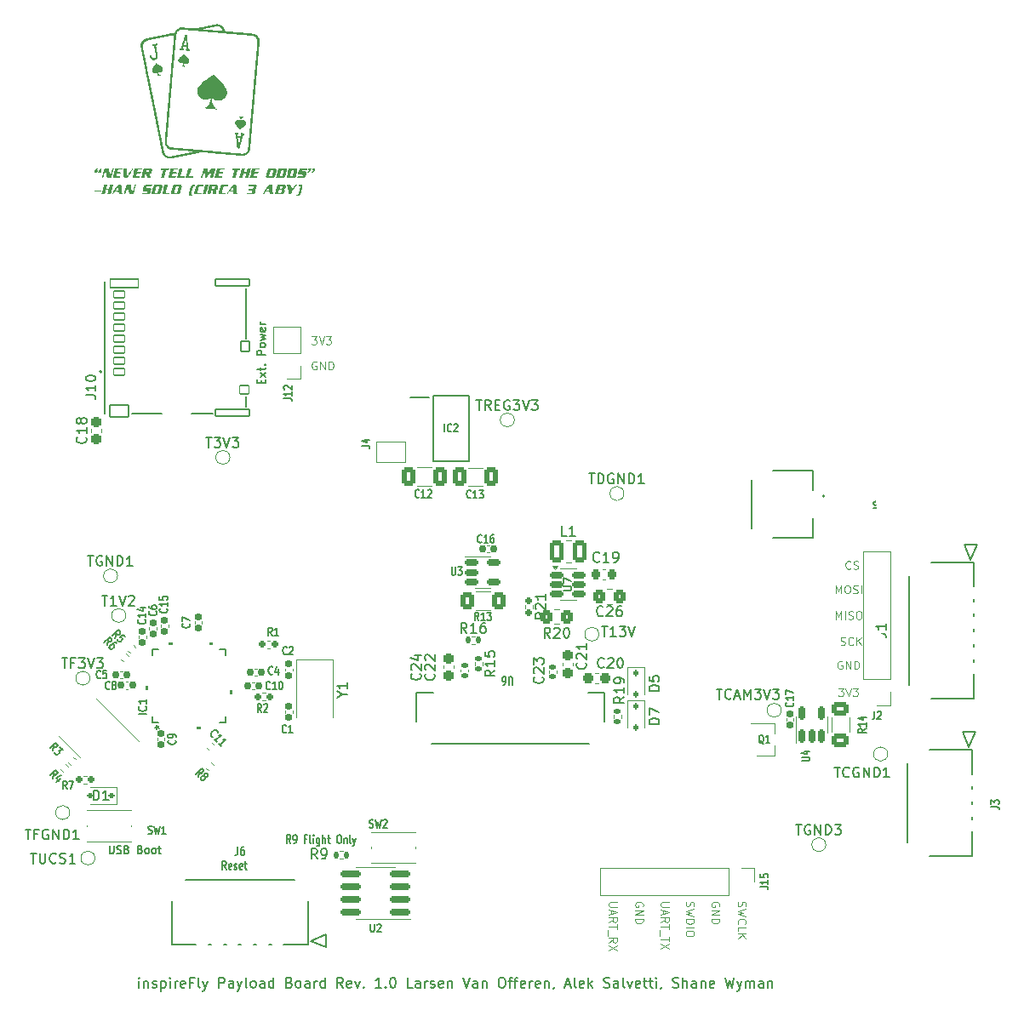
<source format=gbr>
%TF.GenerationSoftware,KiCad,Pcbnew,8.0.6*%
%TF.CreationDate,2025-02-02T22:45:32-05:00*%
%TF.ProjectId,payload_board,7061796c-6f61-4645-9f62-6f6172642e6b,1.0*%
%TF.SameCoordinates,Original*%
%TF.FileFunction,Legend,Top*%
%TF.FilePolarity,Positive*%
%FSLAX46Y46*%
G04 Gerber Fmt 4.6, Leading zero omitted, Abs format (unit mm)*
G04 Created by KiCad (PCBNEW 8.0.6) date 2025-02-02 22:45:32*
%MOMM*%
%LPD*%
G01*
G04 APERTURE LIST*
G04 Aperture macros list*
%AMRoundRect*
0 Rectangle with rounded corners*
0 $1 Rounding radius*
0 $2 $3 $4 $5 $6 $7 $8 $9 X,Y pos of 4 corners*
0 Add a 4 corners polygon primitive as box body*
4,1,4,$2,$3,$4,$5,$6,$7,$8,$9,$2,$3,0*
0 Add four circle primitives for the rounded corners*
1,1,$1+$1,$2,$3*
1,1,$1+$1,$4,$5*
1,1,$1+$1,$6,$7*
1,1,$1+$1,$8,$9*
0 Add four rect primitives between the rounded corners*
20,1,$1+$1,$2,$3,$4,$5,0*
20,1,$1+$1,$4,$5,$6,$7,0*
20,1,$1+$1,$6,$7,$8,$9,0*
20,1,$1+$1,$8,$9,$2,$3,0*%
%AMRotRect*
0 Rectangle, with rotation*
0 The origin of the aperture is its center*
0 $1 length*
0 $2 width*
0 $3 Rotation angle, in degrees counterclockwise*
0 Add horizontal line*
21,1,$1,$2,0,0,$3*%
%AMFreePoly0*
4,1,6,1.000000,0.000000,0.500000,-0.750000,-0.500000,-0.750000,-0.500000,0.750000,0.500000,0.750000,1.000000,0.000000,1.000000,0.000000,$1*%
%AMFreePoly1*
4,1,6,0.500000,-0.750000,-0.650000,-0.750000,-0.150000,0.000000,-0.650000,0.750000,0.500000,0.750000,0.500000,-0.750000,0.500000,-0.750000,$1*%
G04 Aperture macros list end*
%ADD10C,0.125000*%
%ADD11C,0.150000*%
%ADD12C,0.120000*%
%ADD13C,0.000000*%
%ADD14C,0.127000*%
%ADD15C,0.200000*%
%ADD16C,0.152400*%
%ADD17RoundRect,0.135000X0.185000X-0.135000X0.185000X0.135000X-0.185000X0.135000X-0.185000X-0.135000X0*%
%ADD18C,1.000000*%
%ADD19RoundRect,0.155000X0.212500X0.155000X-0.212500X0.155000X-0.212500X-0.155000X0.212500X-0.155000X0*%
%ADD20RoundRect,0.112500X-0.112500X0.187500X-0.112500X-0.187500X0.112500X-0.187500X0.112500X0.187500X0*%
%ADD21RoundRect,0.155000X-0.212500X-0.155000X0.212500X-0.155000X0.212500X0.155000X-0.212500X0.155000X0*%
%ADD22R,1.000000X0.600000*%
%ADD23R,1.800000X1.250000*%
%ADD24RoundRect,0.250000X0.400000X0.625000X-0.400000X0.625000X-0.400000X-0.625000X0.400000X-0.625000X0*%
%ADD25RoundRect,0.155000X-0.155000X0.212500X-0.155000X-0.212500X0.155000X-0.212500X0.155000X0.212500X0*%
%ADD26RoundRect,0.160000X-0.197500X-0.160000X0.197500X-0.160000X0.197500X0.160000X-0.197500X0.160000X0*%
%ADD27RoundRect,0.225000X0.225000X0.250000X-0.225000X0.250000X-0.225000X-0.250000X0.225000X-0.250000X0*%
%ADD28RoundRect,0.150000X0.150000X-0.512500X0.150000X0.512500X-0.150000X0.512500X-0.150000X-0.512500X0*%
%ADD29C,5.250000*%
%ADD30RoundRect,0.237500X0.237500X-0.300000X0.237500X0.300000X-0.237500X0.300000X-0.237500X-0.300000X0*%
%ADD31RoundRect,0.160000X0.252791X-0.026517X-0.026517X0.252791X-0.252791X0.026517X0.026517X-0.252791X0*%
%ADD32RoundRect,0.155000X0.155000X-0.212500X0.155000X0.212500X-0.155000X0.212500X-0.155000X-0.212500X0*%
%ADD33R,1.700000X1.700000*%
%ADD34O,1.700000X1.700000*%
%ADD35RoundRect,0.250000X0.350000X0.450000X-0.350000X0.450000X-0.350000X-0.450000X0.350000X-0.450000X0*%
%ADD36RoundRect,0.160000X-0.252791X0.026517X0.026517X-0.252791X0.252791X-0.026517X-0.026517X0.252791X0*%
%ADD37RoundRect,0.237500X0.300000X0.237500X-0.300000X0.237500X-0.300000X-0.237500X0.300000X-0.237500X0*%
%ADD38RoundRect,0.250000X0.625000X-0.400000X0.625000X0.400000X-0.625000X0.400000X-0.625000X-0.400000X0*%
%ADD39R,0.177800X1.002800*%
%ADD40R,0.188898X1.002800*%
%ADD41R,0.177800X0.752800*%
%ADD42R,0.752800X0.177800*%
%ADD43R,1.002800X0.177800*%
%ADD44R,1.002800X0.188900*%
%ADD45R,0.752800X0.188900*%
%ADD46R,0.188900X1.002800*%
%ADD47R,0.752800X0.177796*%
%ADD48C,0.500000*%
%ADD49R,3.200400X3.200400*%
%ADD50FreePoly0,180.000000*%
%ADD51FreePoly1,180.000000*%
%ADD52RoundRect,0.140000X-0.170000X0.140000X-0.170000X-0.140000X0.170000X-0.140000X0.170000X0.140000X0*%
%ADD53RoundRect,0.160000X-0.160000X0.197500X-0.160000X-0.197500X0.160000X-0.197500X0.160000X0.197500X0*%
%ADD54R,0.900000X0.800000*%
%ADD55RoundRect,0.112500X0.362392X-0.203293X-0.203293X0.362392X-0.362392X0.203293X0.203293X-0.362392X0*%
%ADD56RotRect,3.400000X4.000000X135.000000*%
%ADD57RoundRect,0.250000X0.412500X0.650000X-0.412500X0.650000X-0.412500X-0.650000X0.412500X-0.650000X0*%
%ADD58RoundRect,0.076200X0.550000X-0.350000X0.550000X0.350000X-0.550000X0.350000X-0.550000X-0.350000X0*%
%ADD59RoundRect,0.076200X0.465000X-0.450000X0.465000X0.450000X-0.465000X0.450000X-0.465000X-0.450000X0*%
%ADD60RoundRect,0.076200X0.390000X-0.525000X0.390000X0.525000X-0.390000X0.525000X-0.390000X-0.525000X0*%
%ADD61RoundRect,0.076200X0.915000X-0.570000X0.915000X0.570000X-0.915000X0.570000X-0.915000X-0.570000X0*%
%ADD62RoundRect,0.076200X1.400000X-0.430000X1.400000X0.430000X-1.400000X0.430000X-1.400000X-0.430000X0*%
%ADD63RoundRect,0.076200X1.665000X-0.350000X1.665000X0.350000X-1.665000X0.350000X-1.665000X-0.350000X0*%
%ADD64R,1.524000X1.701800*%
%ADD65R,0.254000X0.812800*%
%ADD66RoundRect,0.250001X0.462499X0.849999X-0.462499X0.849999X-0.462499X-0.849999X0.462499X-0.849999X0*%
%ADD67RoundRect,0.112500X0.187500X0.112500X-0.187500X0.112500X-0.187500X-0.112500X0.187500X-0.112500X0*%
%ADD68RoundRect,0.150000X-0.512500X-0.150000X0.512500X-0.150000X0.512500X0.150000X-0.512500X0.150000X0*%
%ADD69RoundRect,0.237500X-0.237500X0.300000X-0.237500X-0.300000X0.237500X-0.300000X0.237500X0.300000X0*%
%ADD70RoundRect,0.135000X-0.185000X0.135000X-0.185000X-0.135000X0.185000X-0.135000X0.185000X0.135000X0*%
%ADD71RoundRect,0.160000X0.197500X0.160000X-0.197500X0.160000X-0.197500X-0.160000X0.197500X-0.160000X0*%
%ADD72R,2.400000X2.000000*%
%ADD73R,1.850000X0.900000*%
%ADD74R,1.850000X3.200000*%
%ADD75RoundRect,0.150000X0.825000X0.150000X-0.825000X0.150000X-0.825000X-0.150000X0.825000X-0.150000X0*%
%ADD76R,0.900000X1.000000*%
%ADD77RoundRect,0.135000X-0.135000X-0.185000X0.135000X-0.185000X0.135000X0.185000X-0.135000X0.185000X0*%
%ADD78RoundRect,0.155000X-0.259862X0.040659X0.040659X-0.259862X0.259862X-0.040659X-0.040659X0.259862X0*%
%ADD79R,0.600000X1.000000*%
%ADD80R,1.250000X1.800000*%
%ADD81RoundRect,0.250000X-0.412500X-0.650000X0.412500X-0.650000X0.412500X0.650000X-0.412500X0.650000X0*%
%ADD82O,2.568400X1.360400*%
G04 APERTURE END LIST*
D10*
X80392500Y-103134616D02*
X80354404Y-103248902D01*
X80354404Y-103248902D02*
X80354404Y-103439378D01*
X80354404Y-103439378D02*
X80392500Y-103515569D01*
X80392500Y-103515569D02*
X80430595Y-103553664D01*
X80430595Y-103553664D02*
X80506785Y-103591759D01*
X80506785Y-103591759D02*
X80582976Y-103591759D01*
X80582976Y-103591759D02*
X80659166Y-103553664D01*
X80659166Y-103553664D02*
X80697261Y-103515569D01*
X80697261Y-103515569D02*
X80735357Y-103439378D01*
X80735357Y-103439378D02*
X80773452Y-103286997D01*
X80773452Y-103286997D02*
X80811547Y-103210807D01*
X80811547Y-103210807D02*
X80849642Y-103172712D01*
X80849642Y-103172712D02*
X80925833Y-103134616D01*
X80925833Y-103134616D02*
X81002023Y-103134616D01*
X81002023Y-103134616D02*
X81078214Y-103172712D01*
X81078214Y-103172712D02*
X81116309Y-103210807D01*
X81116309Y-103210807D02*
X81154404Y-103286997D01*
X81154404Y-103286997D02*
X81154404Y-103477474D01*
X81154404Y-103477474D02*
X81116309Y-103591759D01*
X81154404Y-103858426D02*
X80354404Y-104048902D01*
X80354404Y-104048902D02*
X80925833Y-104201283D01*
X80925833Y-104201283D02*
X80354404Y-104353664D01*
X80354404Y-104353664D02*
X81154404Y-104544141D01*
X80354404Y-104848903D02*
X81154404Y-104848903D01*
X81154404Y-104848903D02*
X81154404Y-105039379D01*
X81154404Y-105039379D02*
X81116309Y-105153665D01*
X81116309Y-105153665D02*
X81040119Y-105229855D01*
X81040119Y-105229855D02*
X80963928Y-105267950D01*
X80963928Y-105267950D02*
X80811547Y-105306046D01*
X80811547Y-105306046D02*
X80697261Y-105306046D01*
X80697261Y-105306046D02*
X80544880Y-105267950D01*
X80544880Y-105267950D02*
X80468690Y-105229855D01*
X80468690Y-105229855D02*
X80392500Y-105153665D01*
X80392500Y-105153665D02*
X80354404Y-105039379D01*
X80354404Y-105039379D02*
X80354404Y-104848903D01*
X80354404Y-105648903D02*
X81154404Y-105648903D01*
X81154404Y-106182236D02*
X81154404Y-106334617D01*
X81154404Y-106334617D02*
X81116309Y-106410807D01*
X81116309Y-106410807D02*
X81040119Y-106486998D01*
X81040119Y-106486998D02*
X80887738Y-106525093D01*
X80887738Y-106525093D02*
X80621071Y-106525093D01*
X80621071Y-106525093D02*
X80468690Y-106486998D01*
X80468690Y-106486998D02*
X80392500Y-106410807D01*
X80392500Y-106410807D02*
X80354404Y-106334617D01*
X80354404Y-106334617D02*
X80354404Y-106182236D01*
X80354404Y-106182236D02*
X80392500Y-106106045D01*
X80392500Y-106106045D02*
X80468690Y-106029855D01*
X80468690Y-106029855D02*
X80621071Y-105991759D01*
X80621071Y-105991759D02*
X80887738Y-105991759D01*
X80887738Y-105991759D02*
X81040119Y-106029855D01*
X81040119Y-106029855D02*
X81116309Y-106106045D01*
X81116309Y-106106045D02*
X81154404Y-106182236D01*
D11*
X23017255Y-97524295D02*
X23017255Y-98171914D01*
X23017255Y-98171914D02*
X23052969Y-98248104D01*
X23052969Y-98248104D02*
X23088684Y-98286200D01*
X23088684Y-98286200D02*
X23160112Y-98324295D01*
X23160112Y-98324295D02*
X23302969Y-98324295D01*
X23302969Y-98324295D02*
X23374398Y-98286200D01*
X23374398Y-98286200D02*
X23410112Y-98248104D01*
X23410112Y-98248104D02*
X23445826Y-98171914D01*
X23445826Y-98171914D02*
X23445826Y-97524295D01*
X23767255Y-98286200D02*
X23874398Y-98324295D01*
X23874398Y-98324295D02*
X24052969Y-98324295D01*
X24052969Y-98324295D02*
X24124398Y-98286200D01*
X24124398Y-98286200D02*
X24160112Y-98248104D01*
X24160112Y-98248104D02*
X24195826Y-98171914D01*
X24195826Y-98171914D02*
X24195826Y-98095723D01*
X24195826Y-98095723D02*
X24160112Y-98019533D01*
X24160112Y-98019533D02*
X24124398Y-97981438D01*
X24124398Y-97981438D02*
X24052969Y-97943342D01*
X24052969Y-97943342D02*
X23910112Y-97905247D01*
X23910112Y-97905247D02*
X23838683Y-97867152D01*
X23838683Y-97867152D02*
X23802969Y-97829057D01*
X23802969Y-97829057D02*
X23767255Y-97752866D01*
X23767255Y-97752866D02*
X23767255Y-97676676D01*
X23767255Y-97676676D02*
X23802969Y-97600485D01*
X23802969Y-97600485D02*
X23838683Y-97562390D01*
X23838683Y-97562390D02*
X23910112Y-97524295D01*
X23910112Y-97524295D02*
X24088683Y-97524295D01*
X24088683Y-97524295D02*
X24195826Y-97562390D01*
X24767255Y-97905247D02*
X24874398Y-97943342D01*
X24874398Y-97943342D02*
X24910112Y-97981438D01*
X24910112Y-97981438D02*
X24945826Y-98057628D01*
X24945826Y-98057628D02*
X24945826Y-98171914D01*
X24945826Y-98171914D02*
X24910112Y-98248104D01*
X24910112Y-98248104D02*
X24874398Y-98286200D01*
X24874398Y-98286200D02*
X24802969Y-98324295D01*
X24802969Y-98324295D02*
X24517255Y-98324295D01*
X24517255Y-98324295D02*
X24517255Y-97524295D01*
X24517255Y-97524295D02*
X24767255Y-97524295D01*
X24767255Y-97524295D02*
X24838684Y-97562390D01*
X24838684Y-97562390D02*
X24874398Y-97600485D01*
X24874398Y-97600485D02*
X24910112Y-97676676D01*
X24910112Y-97676676D02*
X24910112Y-97752866D01*
X24910112Y-97752866D02*
X24874398Y-97829057D01*
X24874398Y-97829057D02*
X24838684Y-97867152D01*
X24838684Y-97867152D02*
X24767255Y-97905247D01*
X24767255Y-97905247D02*
X24517255Y-97905247D01*
X26088684Y-97905247D02*
X26195827Y-97943342D01*
X26195827Y-97943342D02*
X26231541Y-97981438D01*
X26231541Y-97981438D02*
X26267255Y-98057628D01*
X26267255Y-98057628D02*
X26267255Y-98171914D01*
X26267255Y-98171914D02*
X26231541Y-98248104D01*
X26231541Y-98248104D02*
X26195827Y-98286200D01*
X26195827Y-98286200D02*
X26124398Y-98324295D01*
X26124398Y-98324295D02*
X25838684Y-98324295D01*
X25838684Y-98324295D02*
X25838684Y-97524295D01*
X25838684Y-97524295D02*
X26088684Y-97524295D01*
X26088684Y-97524295D02*
X26160113Y-97562390D01*
X26160113Y-97562390D02*
X26195827Y-97600485D01*
X26195827Y-97600485D02*
X26231541Y-97676676D01*
X26231541Y-97676676D02*
X26231541Y-97752866D01*
X26231541Y-97752866D02*
X26195827Y-97829057D01*
X26195827Y-97829057D02*
X26160113Y-97867152D01*
X26160113Y-97867152D02*
X26088684Y-97905247D01*
X26088684Y-97905247D02*
X25838684Y-97905247D01*
X26695827Y-98324295D02*
X26624398Y-98286200D01*
X26624398Y-98286200D02*
X26588684Y-98248104D01*
X26588684Y-98248104D02*
X26552970Y-98171914D01*
X26552970Y-98171914D02*
X26552970Y-97943342D01*
X26552970Y-97943342D02*
X26588684Y-97867152D01*
X26588684Y-97867152D02*
X26624398Y-97829057D01*
X26624398Y-97829057D02*
X26695827Y-97790961D01*
X26695827Y-97790961D02*
X26802970Y-97790961D01*
X26802970Y-97790961D02*
X26874398Y-97829057D01*
X26874398Y-97829057D02*
X26910113Y-97867152D01*
X26910113Y-97867152D02*
X26945827Y-97943342D01*
X26945827Y-97943342D02*
X26945827Y-98171914D01*
X26945827Y-98171914D02*
X26910113Y-98248104D01*
X26910113Y-98248104D02*
X26874398Y-98286200D01*
X26874398Y-98286200D02*
X26802970Y-98324295D01*
X26802970Y-98324295D02*
X26695827Y-98324295D01*
X27374398Y-98324295D02*
X27302969Y-98286200D01*
X27302969Y-98286200D02*
X27267255Y-98248104D01*
X27267255Y-98248104D02*
X27231541Y-98171914D01*
X27231541Y-98171914D02*
X27231541Y-97943342D01*
X27231541Y-97943342D02*
X27267255Y-97867152D01*
X27267255Y-97867152D02*
X27302969Y-97829057D01*
X27302969Y-97829057D02*
X27374398Y-97790961D01*
X27374398Y-97790961D02*
X27481541Y-97790961D01*
X27481541Y-97790961D02*
X27552969Y-97829057D01*
X27552969Y-97829057D02*
X27588684Y-97867152D01*
X27588684Y-97867152D02*
X27624398Y-97943342D01*
X27624398Y-97943342D02*
X27624398Y-98171914D01*
X27624398Y-98171914D02*
X27588684Y-98248104D01*
X27588684Y-98248104D02*
X27552969Y-98286200D01*
X27552969Y-98286200D02*
X27481541Y-98324295D01*
X27481541Y-98324295D02*
X27374398Y-98324295D01*
X27838683Y-97790961D02*
X28124397Y-97790961D01*
X27945826Y-97524295D02*
X27945826Y-98210009D01*
X27945826Y-98210009D02*
X27981540Y-98286200D01*
X27981540Y-98286200D02*
X28052969Y-98324295D01*
X28052969Y-98324295D02*
X28124397Y-98324295D01*
D10*
X96739855Y-69929404D02*
X96701759Y-69967500D01*
X96701759Y-69967500D02*
X96587474Y-70005595D01*
X96587474Y-70005595D02*
X96511283Y-70005595D01*
X96511283Y-70005595D02*
X96396997Y-69967500D01*
X96396997Y-69967500D02*
X96320807Y-69891309D01*
X96320807Y-69891309D02*
X96282712Y-69815119D01*
X96282712Y-69815119D02*
X96244616Y-69662738D01*
X96244616Y-69662738D02*
X96244616Y-69548452D01*
X96244616Y-69548452D02*
X96282712Y-69396071D01*
X96282712Y-69396071D02*
X96320807Y-69319880D01*
X96320807Y-69319880D02*
X96396997Y-69243690D01*
X96396997Y-69243690D02*
X96511283Y-69205595D01*
X96511283Y-69205595D02*
X96587474Y-69205595D01*
X96587474Y-69205595D02*
X96701759Y-69243690D01*
X96701759Y-69243690D02*
X96739855Y-69281785D01*
X97044616Y-69967500D02*
X97158902Y-70005595D01*
X97158902Y-70005595D02*
X97349378Y-70005595D01*
X97349378Y-70005595D02*
X97425569Y-69967500D01*
X97425569Y-69967500D02*
X97463664Y-69929404D01*
X97463664Y-69929404D02*
X97501759Y-69853214D01*
X97501759Y-69853214D02*
X97501759Y-69777023D01*
X97501759Y-69777023D02*
X97463664Y-69700833D01*
X97463664Y-69700833D02*
X97425569Y-69662738D01*
X97425569Y-69662738D02*
X97349378Y-69624642D01*
X97349378Y-69624642D02*
X97196997Y-69586547D01*
X97196997Y-69586547D02*
X97120807Y-69548452D01*
X97120807Y-69548452D02*
X97082712Y-69510357D01*
X97082712Y-69510357D02*
X97044616Y-69434166D01*
X97044616Y-69434166D02*
X97044616Y-69357976D01*
X97044616Y-69357976D02*
X97082712Y-69281785D01*
X97082712Y-69281785D02*
X97120807Y-69243690D01*
X97120807Y-69243690D02*
X97196997Y-69205595D01*
X97196997Y-69205595D02*
X97387474Y-69205595D01*
X97387474Y-69205595D02*
X97501759Y-69243690D01*
X78654404Y-103172712D02*
X78006785Y-103172712D01*
X78006785Y-103172712D02*
X77930595Y-103210807D01*
X77930595Y-103210807D02*
X77892500Y-103248902D01*
X77892500Y-103248902D02*
X77854404Y-103325093D01*
X77854404Y-103325093D02*
X77854404Y-103477474D01*
X77854404Y-103477474D02*
X77892500Y-103553664D01*
X77892500Y-103553664D02*
X77930595Y-103591759D01*
X77930595Y-103591759D02*
X78006785Y-103629855D01*
X78006785Y-103629855D02*
X78654404Y-103629855D01*
X78082976Y-103972711D02*
X78082976Y-104353664D01*
X77854404Y-103896521D02*
X78654404Y-104163188D01*
X78654404Y-104163188D02*
X77854404Y-104429854D01*
X77854404Y-105153664D02*
X78235357Y-104886997D01*
X77854404Y-104696521D02*
X78654404Y-104696521D01*
X78654404Y-104696521D02*
X78654404Y-105001283D01*
X78654404Y-105001283D02*
X78616309Y-105077473D01*
X78616309Y-105077473D02*
X78578214Y-105115568D01*
X78578214Y-105115568D02*
X78502023Y-105153664D01*
X78502023Y-105153664D02*
X78387738Y-105153664D01*
X78387738Y-105153664D02*
X78311547Y-105115568D01*
X78311547Y-105115568D02*
X78273452Y-105077473D01*
X78273452Y-105077473D02*
X78235357Y-105001283D01*
X78235357Y-105001283D02*
X78235357Y-104696521D01*
X78654404Y-105382235D02*
X78654404Y-105839378D01*
X77854404Y-105610806D02*
X78654404Y-105610806D01*
X77778214Y-105915569D02*
X77778214Y-106525092D01*
X78654404Y-106601283D02*
X78654404Y-107058426D01*
X77854404Y-106829854D02*
X78654404Y-106829854D01*
X78654404Y-107248902D02*
X77854404Y-107782236D01*
X78654404Y-107782236D02*
X77854404Y-107248902D01*
X95744616Y-77537500D02*
X95858902Y-77575595D01*
X95858902Y-77575595D02*
X96049378Y-77575595D01*
X96049378Y-77575595D02*
X96125569Y-77537500D01*
X96125569Y-77537500D02*
X96163664Y-77499404D01*
X96163664Y-77499404D02*
X96201759Y-77423214D01*
X96201759Y-77423214D02*
X96201759Y-77347023D01*
X96201759Y-77347023D02*
X96163664Y-77270833D01*
X96163664Y-77270833D02*
X96125569Y-77232738D01*
X96125569Y-77232738D02*
X96049378Y-77194642D01*
X96049378Y-77194642D02*
X95896997Y-77156547D01*
X95896997Y-77156547D02*
X95820807Y-77118452D01*
X95820807Y-77118452D02*
X95782712Y-77080357D01*
X95782712Y-77080357D02*
X95744616Y-77004166D01*
X95744616Y-77004166D02*
X95744616Y-76927976D01*
X95744616Y-76927976D02*
X95782712Y-76851785D01*
X95782712Y-76851785D02*
X95820807Y-76813690D01*
X95820807Y-76813690D02*
X95896997Y-76775595D01*
X95896997Y-76775595D02*
X96087474Y-76775595D01*
X96087474Y-76775595D02*
X96201759Y-76813690D01*
X97001760Y-77499404D02*
X96963664Y-77537500D01*
X96963664Y-77537500D02*
X96849379Y-77575595D01*
X96849379Y-77575595D02*
X96773188Y-77575595D01*
X96773188Y-77575595D02*
X96658902Y-77537500D01*
X96658902Y-77537500D02*
X96582712Y-77461309D01*
X96582712Y-77461309D02*
X96544617Y-77385119D01*
X96544617Y-77385119D02*
X96506521Y-77232738D01*
X96506521Y-77232738D02*
X96506521Y-77118452D01*
X96506521Y-77118452D02*
X96544617Y-76966071D01*
X96544617Y-76966071D02*
X96582712Y-76889880D01*
X96582712Y-76889880D02*
X96658902Y-76813690D01*
X96658902Y-76813690D02*
X96773188Y-76775595D01*
X96773188Y-76775595D02*
X96849379Y-76775595D01*
X96849379Y-76775595D02*
X96963664Y-76813690D01*
X96963664Y-76813690D02*
X97001760Y-76851785D01*
X97344617Y-77575595D02*
X97344617Y-76775595D01*
X97801760Y-77575595D02*
X97458902Y-77118452D01*
X97801760Y-76775595D02*
X97344617Y-77232738D01*
D11*
X25966779Y-111669819D02*
X25966779Y-111003152D01*
X25966779Y-110669819D02*
X25919160Y-110717438D01*
X25919160Y-110717438D02*
X25966779Y-110765057D01*
X25966779Y-110765057D02*
X26014398Y-110717438D01*
X26014398Y-110717438D02*
X25966779Y-110669819D01*
X25966779Y-110669819D02*
X25966779Y-110765057D01*
X26442969Y-111003152D02*
X26442969Y-111669819D01*
X26442969Y-111098390D02*
X26490588Y-111050771D01*
X26490588Y-111050771D02*
X26585826Y-111003152D01*
X26585826Y-111003152D02*
X26728683Y-111003152D01*
X26728683Y-111003152D02*
X26823921Y-111050771D01*
X26823921Y-111050771D02*
X26871540Y-111146009D01*
X26871540Y-111146009D02*
X26871540Y-111669819D01*
X27300112Y-111622200D02*
X27395350Y-111669819D01*
X27395350Y-111669819D02*
X27585826Y-111669819D01*
X27585826Y-111669819D02*
X27681064Y-111622200D01*
X27681064Y-111622200D02*
X27728683Y-111526961D01*
X27728683Y-111526961D02*
X27728683Y-111479342D01*
X27728683Y-111479342D02*
X27681064Y-111384104D01*
X27681064Y-111384104D02*
X27585826Y-111336485D01*
X27585826Y-111336485D02*
X27442969Y-111336485D01*
X27442969Y-111336485D02*
X27347731Y-111288866D01*
X27347731Y-111288866D02*
X27300112Y-111193628D01*
X27300112Y-111193628D02*
X27300112Y-111146009D01*
X27300112Y-111146009D02*
X27347731Y-111050771D01*
X27347731Y-111050771D02*
X27442969Y-111003152D01*
X27442969Y-111003152D02*
X27585826Y-111003152D01*
X27585826Y-111003152D02*
X27681064Y-111050771D01*
X28157255Y-111003152D02*
X28157255Y-112003152D01*
X28157255Y-111050771D02*
X28252493Y-111003152D01*
X28252493Y-111003152D02*
X28442969Y-111003152D01*
X28442969Y-111003152D02*
X28538207Y-111050771D01*
X28538207Y-111050771D02*
X28585826Y-111098390D01*
X28585826Y-111098390D02*
X28633445Y-111193628D01*
X28633445Y-111193628D02*
X28633445Y-111479342D01*
X28633445Y-111479342D02*
X28585826Y-111574580D01*
X28585826Y-111574580D02*
X28538207Y-111622200D01*
X28538207Y-111622200D02*
X28442969Y-111669819D01*
X28442969Y-111669819D02*
X28252493Y-111669819D01*
X28252493Y-111669819D02*
X28157255Y-111622200D01*
X29062017Y-111669819D02*
X29062017Y-111003152D01*
X29062017Y-110669819D02*
X29014398Y-110717438D01*
X29014398Y-110717438D02*
X29062017Y-110765057D01*
X29062017Y-110765057D02*
X29109636Y-110717438D01*
X29109636Y-110717438D02*
X29062017Y-110669819D01*
X29062017Y-110669819D02*
X29062017Y-110765057D01*
X29538207Y-111669819D02*
X29538207Y-111003152D01*
X29538207Y-111193628D02*
X29585826Y-111098390D01*
X29585826Y-111098390D02*
X29633445Y-111050771D01*
X29633445Y-111050771D02*
X29728683Y-111003152D01*
X29728683Y-111003152D02*
X29823921Y-111003152D01*
X30538207Y-111622200D02*
X30442969Y-111669819D01*
X30442969Y-111669819D02*
X30252493Y-111669819D01*
X30252493Y-111669819D02*
X30157255Y-111622200D01*
X30157255Y-111622200D02*
X30109636Y-111526961D01*
X30109636Y-111526961D02*
X30109636Y-111146009D01*
X30109636Y-111146009D02*
X30157255Y-111050771D01*
X30157255Y-111050771D02*
X30252493Y-111003152D01*
X30252493Y-111003152D02*
X30442969Y-111003152D01*
X30442969Y-111003152D02*
X30538207Y-111050771D01*
X30538207Y-111050771D02*
X30585826Y-111146009D01*
X30585826Y-111146009D02*
X30585826Y-111241247D01*
X30585826Y-111241247D02*
X30109636Y-111336485D01*
X31347731Y-111146009D02*
X31014398Y-111146009D01*
X31014398Y-111669819D02*
X31014398Y-110669819D01*
X31014398Y-110669819D02*
X31490588Y-110669819D01*
X32014398Y-111669819D02*
X31919160Y-111622200D01*
X31919160Y-111622200D02*
X31871541Y-111526961D01*
X31871541Y-111526961D02*
X31871541Y-110669819D01*
X32300113Y-111003152D02*
X32538208Y-111669819D01*
X32776303Y-111003152D02*
X32538208Y-111669819D01*
X32538208Y-111669819D02*
X32442970Y-111907914D01*
X32442970Y-111907914D02*
X32395351Y-111955533D01*
X32395351Y-111955533D02*
X32300113Y-112003152D01*
X33919161Y-111669819D02*
X33919161Y-110669819D01*
X33919161Y-110669819D02*
X34300113Y-110669819D01*
X34300113Y-110669819D02*
X34395351Y-110717438D01*
X34395351Y-110717438D02*
X34442970Y-110765057D01*
X34442970Y-110765057D02*
X34490589Y-110860295D01*
X34490589Y-110860295D02*
X34490589Y-111003152D01*
X34490589Y-111003152D02*
X34442970Y-111098390D01*
X34442970Y-111098390D02*
X34395351Y-111146009D01*
X34395351Y-111146009D02*
X34300113Y-111193628D01*
X34300113Y-111193628D02*
X33919161Y-111193628D01*
X35347732Y-111669819D02*
X35347732Y-111146009D01*
X35347732Y-111146009D02*
X35300113Y-111050771D01*
X35300113Y-111050771D02*
X35204875Y-111003152D01*
X35204875Y-111003152D02*
X35014399Y-111003152D01*
X35014399Y-111003152D02*
X34919161Y-111050771D01*
X35347732Y-111622200D02*
X35252494Y-111669819D01*
X35252494Y-111669819D02*
X35014399Y-111669819D01*
X35014399Y-111669819D02*
X34919161Y-111622200D01*
X34919161Y-111622200D02*
X34871542Y-111526961D01*
X34871542Y-111526961D02*
X34871542Y-111431723D01*
X34871542Y-111431723D02*
X34919161Y-111336485D01*
X34919161Y-111336485D02*
X35014399Y-111288866D01*
X35014399Y-111288866D02*
X35252494Y-111288866D01*
X35252494Y-111288866D02*
X35347732Y-111241247D01*
X35728685Y-111003152D02*
X35966780Y-111669819D01*
X36204875Y-111003152D02*
X35966780Y-111669819D01*
X35966780Y-111669819D02*
X35871542Y-111907914D01*
X35871542Y-111907914D02*
X35823923Y-111955533D01*
X35823923Y-111955533D02*
X35728685Y-112003152D01*
X36728685Y-111669819D02*
X36633447Y-111622200D01*
X36633447Y-111622200D02*
X36585828Y-111526961D01*
X36585828Y-111526961D02*
X36585828Y-110669819D01*
X37252495Y-111669819D02*
X37157257Y-111622200D01*
X37157257Y-111622200D02*
X37109638Y-111574580D01*
X37109638Y-111574580D02*
X37062019Y-111479342D01*
X37062019Y-111479342D02*
X37062019Y-111193628D01*
X37062019Y-111193628D02*
X37109638Y-111098390D01*
X37109638Y-111098390D02*
X37157257Y-111050771D01*
X37157257Y-111050771D02*
X37252495Y-111003152D01*
X37252495Y-111003152D02*
X37395352Y-111003152D01*
X37395352Y-111003152D02*
X37490590Y-111050771D01*
X37490590Y-111050771D02*
X37538209Y-111098390D01*
X37538209Y-111098390D02*
X37585828Y-111193628D01*
X37585828Y-111193628D02*
X37585828Y-111479342D01*
X37585828Y-111479342D02*
X37538209Y-111574580D01*
X37538209Y-111574580D02*
X37490590Y-111622200D01*
X37490590Y-111622200D02*
X37395352Y-111669819D01*
X37395352Y-111669819D02*
X37252495Y-111669819D01*
X38442971Y-111669819D02*
X38442971Y-111146009D01*
X38442971Y-111146009D02*
X38395352Y-111050771D01*
X38395352Y-111050771D02*
X38300114Y-111003152D01*
X38300114Y-111003152D02*
X38109638Y-111003152D01*
X38109638Y-111003152D02*
X38014400Y-111050771D01*
X38442971Y-111622200D02*
X38347733Y-111669819D01*
X38347733Y-111669819D02*
X38109638Y-111669819D01*
X38109638Y-111669819D02*
X38014400Y-111622200D01*
X38014400Y-111622200D02*
X37966781Y-111526961D01*
X37966781Y-111526961D02*
X37966781Y-111431723D01*
X37966781Y-111431723D02*
X38014400Y-111336485D01*
X38014400Y-111336485D02*
X38109638Y-111288866D01*
X38109638Y-111288866D02*
X38347733Y-111288866D01*
X38347733Y-111288866D02*
X38442971Y-111241247D01*
X39347733Y-111669819D02*
X39347733Y-110669819D01*
X39347733Y-111622200D02*
X39252495Y-111669819D01*
X39252495Y-111669819D02*
X39062019Y-111669819D01*
X39062019Y-111669819D02*
X38966781Y-111622200D01*
X38966781Y-111622200D02*
X38919162Y-111574580D01*
X38919162Y-111574580D02*
X38871543Y-111479342D01*
X38871543Y-111479342D02*
X38871543Y-111193628D01*
X38871543Y-111193628D02*
X38919162Y-111098390D01*
X38919162Y-111098390D02*
X38966781Y-111050771D01*
X38966781Y-111050771D02*
X39062019Y-111003152D01*
X39062019Y-111003152D02*
X39252495Y-111003152D01*
X39252495Y-111003152D02*
X39347733Y-111050771D01*
X40919162Y-111146009D02*
X41062019Y-111193628D01*
X41062019Y-111193628D02*
X41109638Y-111241247D01*
X41109638Y-111241247D02*
X41157257Y-111336485D01*
X41157257Y-111336485D02*
X41157257Y-111479342D01*
X41157257Y-111479342D02*
X41109638Y-111574580D01*
X41109638Y-111574580D02*
X41062019Y-111622200D01*
X41062019Y-111622200D02*
X40966781Y-111669819D01*
X40966781Y-111669819D02*
X40585829Y-111669819D01*
X40585829Y-111669819D02*
X40585829Y-110669819D01*
X40585829Y-110669819D02*
X40919162Y-110669819D01*
X40919162Y-110669819D02*
X41014400Y-110717438D01*
X41014400Y-110717438D02*
X41062019Y-110765057D01*
X41062019Y-110765057D02*
X41109638Y-110860295D01*
X41109638Y-110860295D02*
X41109638Y-110955533D01*
X41109638Y-110955533D02*
X41062019Y-111050771D01*
X41062019Y-111050771D02*
X41014400Y-111098390D01*
X41014400Y-111098390D02*
X40919162Y-111146009D01*
X40919162Y-111146009D02*
X40585829Y-111146009D01*
X41728686Y-111669819D02*
X41633448Y-111622200D01*
X41633448Y-111622200D02*
X41585829Y-111574580D01*
X41585829Y-111574580D02*
X41538210Y-111479342D01*
X41538210Y-111479342D02*
X41538210Y-111193628D01*
X41538210Y-111193628D02*
X41585829Y-111098390D01*
X41585829Y-111098390D02*
X41633448Y-111050771D01*
X41633448Y-111050771D02*
X41728686Y-111003152D01*
X41728686Y-111003152D02*
X41871543Y-111003152D01*
X41871543Y-111003152D02*
X41966781Y-111050771D01*
X41966781Y-111050771D02*
X42014400Y-111098390D01*
X42014400Y-111098390D02*
X42062019Y-111193628D01*
X42062019Y-111193628D02*
X42062019Y-111479342D01*
X42062019Y-111479342D02*
X42014400Y-111574580D01*
X42014400Y-111574580D02*
X41966781Y-111622200D01*
X41966781Y-111622200D02*
X41871543Y-111669819D01*
X41871543Y-111669819D02*
X41728686Y-111669819D01*
X42919162Y-111669819D02*
X42919162Y-111146009D01*
X42919162Y-111146009D02*
X42871543Y-111050771D01*
X42871543Y-111050771D02*
X42776305Y-111003152D01*
X42776305Y-111003152D02*
X42585829Y-111003152D01*
X42585829Y-111003152D02*
X42490591Y-111050771D01*
X42919162Y-111622200D02*
X42823924Y-111669819D01*
X42823924Y-111669819D02*
X42585829Y-111669819D01*
X42585829Y-111669819D02*
X42490591Y-111622200D01*
X42490591Y-111622200D02*
X42442972Y-111526961D01*
X42442972Y-111526961D02*
X42442972Y-111431723D01*
X42442972Y-111431723D02*
X42490591Y-111336485D01*
X42490591Y-111336485D02*
X42585829Y-111288866D01*
X42585829Y-111288866D02*
X42823924Y-111288866D01*
X42823924Y-111288866D02*
X42919162Y-111241247D01*
X43395353Y-111669819D02*
X43395353Y-111003152D01*
X43395353Y-111193628D02*
X43442972Y-111098390D01*
X43442972Y-111098390D02*
X43490591Y-111050771D01*
X43490591Y-111050771D02*
X43585829Y-111003152D01*
X43585829Y-111003152D02*
X43681067Y-111003152D01*
X44442972Y-111669819D02*
X44442972Y-110669819D01*
X44442972Y-111622200D02*
X44347734Y-111669819D01*
X44347734Y-111669819D02*
X44157258Y-111669819D01*
X44157258Y-111669819D02*
X44062020Y-111622200D01*
X44062020Y-111622200D02*
X44014401Y-111574580D01*
X44014401Y-111574580D02*
X43966782Y-111479342D01*
X43966782Y-111479342D02*
X43966782Y-111193628D01*
X43966782Y-111193628D02*
X44014401Y-111098390D01*
X44014401Y-111098390D02*
X44062020Y-111050771D01*
X44062020Y-111050771D02*
X44157258Y-111003152D01*
X44157258Y-111003152D02*
X44347734Y-111003152D01*
X44347734Y-111003152D02*
X44442972Y-111050771D01*
X46252496Y-111669819D02*
X45919163Y-111193628D01*
X45681068Y-111669819D02*
X45681068Y-110669819D01*
X45681068Y-110669819D02*
X46062020Y-110669819D01*
X46062020Y-110669819D02*
X46157258Y-110717438D01*
X46157258Y-110717438D02*
X46204877Y-110765057D01*
X46204877Y-110765057D02*
X46252496Y-110860295D01*
X46252496Y-110860295D02*
X46252496Y-111003152D01*
X46252496Y-111003152D02*
X46204877Y-111098390D01*
X46204877Y-111098390D02*
X46157258Y-111146009D01*
X46157258Y-111146009D02*
X46062020Y-111193628D01*
X46062020Y-111193628D02*
X45681068Y-111193628D01*
X47062020Y-111622200D02*
X46966782Y-111669819D01*
X46966782Y-111669819D02*
X46776306Y-111669819D01*
X46776306Y-111669819D02*
X46681068Y-111622200D01*
X46681068Y-111622200D02*
X46633449Y-111526961D01*
X46633449Y-111526961D02*
X46633449Y-111146009D01*
X46633449Y-111146009D02*
X46681068Y-111050771D01*
X46681068Y-111050771D02*
X46776306Y-111003152D01*
X46776306Y-111003152D02*
X46966782Y-111003152D01*
X46966782Y-111003152D02*
X47062020Y-111050771D01*
X47062020Y-111050771D02*
X47109639Y-111146009D01*
X47109639Y-111146009D02*
X47109639Y-111241247D01*
X47109639Y-111241247D02*
X46633449Y-111336485D01*
X47442973Y-111003152D02*
X47681068Y-111669819D01*
X47681068Y-111669819D02*
X47919163Y-111003152D01*
X48300116Y-111574580D02*
X48347735Y-111622200D01*
X48347735Y-111622200D02*
X48300116Y-111669819D01*
X48300116Y-111669819D02*
X48252497Y-111622200D01*
X48252497Y-111622200D02*
X48300116Y-111574580D01*
X48300116Y-111574580D02*
X48300116Y-111669819D01*
X50062020Y-111669819D02*
X49490592Y-111669819D01*
X49776306Y-111669819D02*
X49776306Y-110669819D01*
X49776306Y-110669819D02*
X49681068Y-110812676D01*
X49681068Y-110812676D02*
X49585830Y-110907914D01*
X49585830Y-110907914D02*
X49490592Y-110955533D01*
X50490592Y-111574580D02*
X50538211Y-111622200D01*
X50538211Y-111622200D02*
X50490592Y-111669819D01*
X50490592Y-111669819D02*
X50442973Y-111622200D01*
X50442973Y-111622200D02*
X50490592Y-111574580D01*
X50490592Y-111574580D02*
X50490592Y-111669819D01*
X51157258Y-110669819D02*
X51252496Y-110669819D01*
X51252496Y-110669819D02*
X51347734Y-110717438D01*
X51347734Y-110717438D02*
X51395353Y-110765057D01*
X51395353Y-110765057D02*
X51442972Y-110860295D01*
X51442972Y-110860295D02*
X51490591Y-111050771D01*
X51490591Y-111050771D02*
X51490591Y-111288866D01*
X51490591Y-111288866D02*
X51442972Y-111479342D01*
X51442972Y-111479342D02*
X51395353Y-111574580D01*
X51395353Y-111574580D02*
X51347734Y-111622200D01*
X51347734Y-111622200D02*
X51252496Y-111669819D01*
X51252496Y-111669819D02*
X51157258Y-111669819D01*
X51157258Y-111669819D02*
X51062020Y-111622200D01*
X51062020Y-111622200D02*
X51014401Y-111574580D01*
X51014401Y-111574580D02*
X50966782Y-111479342D01*
X50966782Y-111479342D02*
X50919163Y-111288866D01*
X50919163Y-111288866D02*
X50919163Y-111050771D01*
X50919163Y-111050771D02*
X50966782Y-110860295D01*
X50966782Y-110860295D02*
X51014401Y-110765057D01*
X51014401Y-110765057D02*
X51062020Y-110717438D01*
X51062020Y-110717438D02*
X51157258Y-110669819D01*
X53157258Y-111669819D02*
X52681068Y-111669819D01*
X52681068Y-111669819D02*
X52681068Y-110669819D01*
X53919163Y-111669819D02*
X53919163Y-111146009D01*
X53919163Y-111146009D02*
X53871544Y-111050771D01*
X53871544Y-111050771D02*
X53776306Y-111003152D01*
X53776306Y-111003152D02*
X53585830Y-111003152D01*
X53585830Y-111003152D02*
X53490592Y-111050771D01*
X53919163Y-111622200D02*
X53823925Y-111669819D01*
X53823925Y-111669819D02*
X53585830Y-111669819D01*
X53585830Y-111669819D02*
X53490592Y-111622200D01*
X53490592Y-111622200D02*
X53442973Y-111526961D01*
X53442973Y-111526961D02*
X53442973Y-111431723D01*
X53442973Y-111431723D02*
X53490592Y-111336485D01*
X53490592Y-111336485D02*
X53585830Y-111288866D01*
X53585830Y-111288866D02*
X53823925Y-111288866D01*
X53823925Y-111288866D02*
X53919163Y-111241247D01*
X54395354Y-111669819D02*
X54395354Y-111003152D01*
X54395354Y-111193628D02*
X54442973Y-111098390D01*
X54442973Y-111098390D02*
X54490592Y-111050771D01*
X54490592Y-111050771D02*
X54585830Y-111003152D01*
X54585830Y-111003152D02*
X54681068Y-111003152D01*
X54966783Y-111622200D02*
X55062021Y-111669819D01*
X55062021Y-111669819D02*
X55252497Y-111669819D01*
X55252497Y-111669819D02*
X55347735Y-111622200D01*
X55347735Y-111622200D02*
X55395354Y-111526961D01*
X55395354Y-111526961D02*
X55395354Y-111479342D01*
X55395354Y-111479342D02*
X55347735Y-111384104D01*
X55347735Y-111384104D02*
X55252497Y-111336485D01*
X55252497Y-111336485D02*
X55109640Y-111336485D01*
X55109640Y-111336485D02*
X55014402Y-111288866D01*
X55014402Y-111288866D02*
X54966783Y-111193628D01*
X54966783Y-111193628D02*
X54966783Y-111146009D01*
X54966783Y-111146009D02*
X55014402Y-111050771D01*
X55014402Y-111050771D02*
X55109640Y-111003152D01*
X55109640Y-111003152D02*
X55252497Y-111003152D01*
X55252497Y-111003152D02*
X55347735Y-111050771D01*
X56204878Y-111622200D02*
X56109640Y-111669819D01*
X56109640Y-111669819D02*
X55919164Y-111669819D01*
X55919164Y-111669819D02*
X55823926Y-111622200D01*
X55823926Y-111622200D02*
X55776307Y-111526961D01*
X55776307Y-111526961D02*
X55776307Y-111146009D01*
X55776307Y-111146009D02*
X55823926Y-111050771D01*
X55823926Y-111050771D02*
X55919164Y-111003152D01*
X55919164Y-111003152D02*
X56109640Y-111003152D01*
X56109640Y-111003152D02*
X56204878Y-111050771D01*
X56204878Y-111050771D02*
X56252497Y-111146009D01*
X56252497Y-111146009D02*
X56252497Y-111241247D01*
X56252497Y-111241247D02*
X55776307Y-111336485D01*
X56681069Y-111003152D02*
X56681069Y-111669819D01*
X56681069Y-111098390D02*
X56728688Y-111050771D01*
X56728688Y-111050771D02*
X56823926Y-111003152D01*
X56823926Y-111003152D02*
X56966783Y-111003152D01*
X56966783Y-111003152D02*
X57062021Y-111050771D01*
X57062021Y-111050771D02*
X57109640Y-111146009D01*
X57109640Y-111146009D02*
X57109640Y-111669819D01*
X58204879Y-110669819D02*
X58538212Y-111669819D01*
X58538212Y-111669819D02*
X58871545Y-110669819D01*
X59633450Y-111669819D02*
X59633450Y-111146009D01*
X59633450Y-111146009D02*
X59585831Y-111050771D01*
X59585831Y-111050771D02*
X59490593Y-111003152D01*
X59490593Y-111003152D02*
X59300117Y-111003152D01*
X59300117Y-111003152D02*
X59204879Y-111050771D01*
X59633450Y-111622200D02*
X59538212Y-111669819D01*
X59538212Y-111669819D02*
X59300117Y-111669819D01*
X59300117Y-111669819D02*
X59204879Y-111622200D01*
X59204879Y-111622200D02*
X59157260Y-111526961D01*
X59157260Y-111526961D02*
X59157260Y-111431723D01*
X59157260Y-111431723D02*
X59204879Y-111336485D01*
X59204879Y-111336485D02*
X59300117Y-111288866D01*
X59300117Y-111288866D02*
X59538212Y-111288866D01*
X59538212Y-111288866D02*
X59633450Y-111241247D01*
X60109641Y-111003152D02*
X60109641Y-111669819D01*
X60109641Y-111098390D02*
X60157260Y-111050771D01*
X60157260Y-111050771D02*
X60252498Y-111003152D01*
X60252498Y-111003152D02*
X60395355Y-111003152D01*
X60395355Y-111003152D02*
X60490593Y-111050771D01*
X60490593Y-111050771D02*
X60538212Y-111146009D01*
X60538212Y-111146009D02*
X60538212Y-111669819D01*
X61966784Y-110669819D02*
X62157260Y-110669819D01*
X62157260Y-110669819D02*
X62252498Y-110717438D01*
X62252498Y-110717438D02*
X62347736Y-110812676D01*
X62347736Y-110812676D02*
X62395355Y-111003152D01*
X62395355Y-111003152D02*
X62395355Y-111336485D01*
X62395355Y-111336485D02*
X62347736Y-111526961D01*
X62347736Y-111526961D02*
X62252498Y-111622200D01*
X62252498Y-111622200D02*
X62157260Y-111669819D01*
X62157260Y-111669819D02*
X61966784Y-111669819D01*
X61966784Y-111669819D02*
X61871546Y-111622200D01*
X61871546Y-111622200D02*
X61776308Y-111526961D01*
X61776308Y-111526961D02*
X61728689Y-111336485D01*
X61728689Y-111336485D02*
X61728689Y-111003152D01*
X61728689Y-111003152D02*
X61776308Y-110812676D01*
X61776308Y-110812676D02*
X61871546Y-110717438D01*
X61871546Y-110717438D02*
X61966784Y-110669819D01*
X62681070Y-111003152D02*
X63062022Y-111003152D01*
X62823927Y-111669819D02*
X62823927Y-110812676D01*
X62823927Y-110812676D02*
X62871546Y-110717438D01*
X62871546Y-110717438D02*
X62966784Y-110669819D01*
X62966784Y-110669819D02*
X63062022Y-110669819D01*
X63252499Y-111003152D02*
X63633451Y-111003152D01*
X63395356Y-111669819D02*
X63395356Y-110812676D01*
X63395356Y-110812676D02*
X63442975Y-110717438D01*
X63442975Y-110717438D02*
X63538213Y-110669819D01*
X63538213Y-110669819D02*
X63633451Y-110669819D01*
X64347737Y-111622200D02*
X64252499Y-111669819D01*
X64252499Y-111669819D02*
X64062023Y-111669819D01*
X64062023Y-111669819D02*
X63966785Y-111622200D01*
X63966785Y-111622200D02*
X63919166Y-111526961D01*
X63919166Y-111526961D02*
X63919166Y-111146009D01*
X63919166Y-111146009D02*
X63966785Y-111050771D01*
X63966785Y-111050771D02*
X64062023Y-111003152D01*
X64062023Y-111003152D02*
X64252499Y-111003152D01*
X64252499Y-111003152D02*
X64347737Y-111050771D01*
X64347737Y-111050771D02*
X64395356Y-111146009D01*
X64395356Y-111146009D02*
X64395356Y-111241247D01*
X64395356Y-111241247D02*
X63919166Y-111336485D01*
X64823928Y-111669819D02*
X64823928Y-111003152D01*
X64823928Y-111193628D02*
X64871547Y-111098390D01*
X64871547Y-111098390D02*
X64919166Y-111050771D01*
X64919166Y-111050771D02*
X65014404Y-111003152D01*
X65014404Y-111003152D02*
X65109642Y-111003152D01*
X65823928Y-111622200D02*
X65728690Y-111669819D01*
X65728690Y-111669819D02*
X65538214Y-111669819D01*
X65538214Y-111669819D02*
X65442976Y-111622200D01*
X65442976Y-111622200D02*
X65395357Y-111526961D01*
X65395357Y-111526961D02*
X65395357Y-111146009D01*
X65395357Y-111146009D02*
X65442976Y-111050771D01*
X65442976Y-111050771D02*
X65538214Y-111003152D01*
X65538214Y-111003152D02*
X65728690Y-111003152D01*
X65728690Y-111003152D02*
X65823928Y-111050771D01*
X65823928Y-111050771D02*
X65871547Y-111146009D01*
X65871547Y-111146009D02*
X65871547Y-111241247D01*
X65871547Y-111241247D02*
X65395357Y-111336485D01*
X66300119Y-111003152D02*
X66300119Y-111669819D01*
X66300119Y-111098390D02*
X66347738Y-111050771D01*
X66347738Y-111050771D02*
X66442976Y-111003152D01*
X66442976Y-111003152D02*
X66585833Y-111003152D01*
X66585833Y-111003152D02*
X66681071Y-111050771D01*
X66681071Y-111050771D02*
X66728690Y-111146009D01*
X66728690Y-111146009D02*
X66728690Y-111669819D01*
X67252500Y-111622200D02*
X67252500Y-111669819D01*
X67252500Y-111669819D02*
X67204881Y-111765057D01*
X67204881Y-111765057D02*
X67157262Y-111812676D01*
X68395357Y-111384104D02*
X68871547Y-111384104D01*
X68300119Y-111669819D02*
X68633452Y-110669819D01*
X68633452Y-110669819D02*
X68966785Y-111669819D01*
X69442976Y-111669819D02*
X69347738Y-111622200D01*
X69347738Y-111622200D02*
X69300119Y-111526961D01*
X69300119Y-111526961D02*
X69300119Y-110669819D01*
X70204881Y-111622200D02*
X70109643Y-111669819D01*
X70109643Y-111669819D02*
X69919167Y-111669819D01*
X69919167Y-111669819D02*
X69823929Y-111622200D01*
X69823929Y-111622200D02*
X69776310Y-111526961D01*
X69776310Y-111526961D02*
X69776310Y-111146009D01*
X69776310Y-111146009D02*
X69823929Y-111050771D01*
X69823929Y-111050771D02*
X69919167Y-111003152D01*
X69919167Y-111003152D02*
X70109643Y-111003152D01*
X70109643Y-111003152D02*
X70204881Y-111050771D01*
X70204881Y-111050771D02*
X70252500Y-111146009D01*
X70252500Y-111146009D02*
X70252500Y-111241247D01*
X70252500Y-111241247D02*
X69776310Y-111336485D01*
X70681072Y-111669819D02*
X70681072Y-110669819D01*
X70776310Y-111288866D02*
X71062024Y-111669819D01*
X71062024Y-111003152D02*
X70681072Y-111384104D01*
X72204882Y-111622200D02*
X72347739Y-111669819D01*
X72347739Y-111669819D02*
X72585834Y-111669819D01*
X72585834Y-111669819D02*
X72681072Y-111622200D01*
X72681072Y-111622200D02*
X72728691Y-111574580D01*
X72728691Y-111574580D02*
X72776310Y-111479342D01*
X72776310Y-111479342D02*
X72776310Y-111384104D01*
X72776310Y-111384104D02*
X72728691Y-111288866D01*
X72728691Y-111288866D02*
X72681072Y-111241247D01*
X72681072Y-111241247D02*
X72585834Y-111193628D01*
X72585834Y-111193628D02*
X72395358Y-111146009D01*
X72395358Y-111146009D02*
X72300120Y-111098390D01*
X72300120Y-111098390D02*
X72252501Y-111050771D01*
X72252501Y-111050771D02*
X72204882Y-110955533D01*
X72204882Y-110955533D02*
X72204882Y-110860295D01*
X72204882Y-110860295D02*
X72252501Y-110765057D01*
X72252501Y-110765057D02*
X72300120Y-110717438D01*
X72300120Y-110717438D02*
X72395358Y-110669819D01*
X72395358Y-110669819D02*
X72633453Y-110669819D01*
X72633453Y-110669819D02*
X72776310Y-110717438D01*
X73633453Y-111669819D02*
X73633453Y-111146009D01*
X73633453Y-111146009D02*
X73585834Y-111050771D01*
X73585834Y-111050771D02*
X73490596Y-111003152D01*
X73490596Y-111003152D02*
X73300120Y-111003152D01*
X73300120Y-111003152D02*
X73204882Y-111050771D01*
X73633453Y-111622200D02*
X73538215Y-111669819D01*
X73538215Y-111669819D02*
X73300120Y-111669819D01*
X73300120Y-111669819D02*
X73204882Y-111622200D01*
X73204882Y-111622200D02*
X73157263Y-111526961D01*
X73157263Y-111526961D02*
X73157263Y-111431723D01*
X73157263Y-111431723D02*
X73204882Y-111336485D01*
X73204882Y-111336485D02*
X73300120Y-111288866D01*
X73300120Y-111288866D02*
X73538215Y-111288866D01*
X73538215Y-111288866D02*
X73633453Y-111241247D01*
X74252501Y-111669819D02*
X74157263Y-111622200D01*
X74157263Y-111622200D02*
X74109644Y-111526961D01*
X74109644Y-111526961D02*
X74109644Y-110669819D01*
X74538216Y-111003152D02*
X74776311Y-111669819D01*
X74776311Y-111669819D02*
X75014406Y-111003152D01*
X75776311Y-111622200D02*
X75681073Y-111669819D01*
X75681073Y-111669819D02*
X75490597Y-111669819D01*
X75490597Y-111669819D02*
X75395359Y-111622200D01*
X75395359Y-111622200D02*
X75347740Y-111526961D01*
X75347740Y-111526961D02*
X75347740Y-111146009D01*
X75347740Y-111146009D02*
X75395359Y-111050771D01*
X75395359Y-111050771D02*
X75490597Y-111003152D01*
X75490597Y-111003152D02*
X75681073Y-111003152D01*
X75681073Y-111003152D02*
X75776311Y-111050771D01*
X75776311Y-111050771D02*
X75823930Y-111146009D01*
X75823930Y-111146009D02*
X75823930Y-111241247D01*
X75823930Y-111241247D02*
X75347740Y-111336485D01*
X76109645Y-111003152D02*
X76490597Y-111003152D01*
X76252502Y-110669819D02*
X76252502Y-111526961D01*
X76252502Y-111526961D02*
X76300121Y-111622200D01*
X76300121Y-111622200D02*
X76395359Y-111669819D01*
X76395359Y-111669819D02*
X76490597Y-111669819D01*
X76681074Y-111003152D02*
X77062026Y-111003152D01*
X76823931Y-110669819D02*
X76823931Y-111526961D01*
X76823931Y-111526961D02*
X76871550Y-111622200D01*
X76871550Y-111622200D02*
X76966788Y-111669819D01*
X76966788Y-111669819D02*
X77062026Y-111669819D01*
X77395360Y-111669819D02*
X77395360Y-111003152D01*
X77395360Y-110669819D02*
X77347741Y-110717438D01*
X77347741Y-110717438D02*
X77395360Y-110765057D01*
X77395360Y-110765057D02*
X77442979Y-110717438D01*
X77442979Y-110717438D02*
X77395360Y-110669819D01*
X77395360Y-110669819D02*
X77395360Y-110765057D01*
X77919169Y-111622200D02*
X77919169Y-111669819D01*
X77919169Y-111669819D02*
X77871550Y-111765057D01*
X77871550Y-111765057D02*
X77823931Y-111812676D01*
X79062026Y-111622200D02*
X79204883Y-111669819D01*
X79204883Y-111669819D02*
X79442978Y-111669819D01*
X79442978Y-111669819D02*
X79538216Y-111622200D01*
X79538216Y-111622200D02*
X79585835Y-111574580D01*
X79585835Y-111574580D02*
X79633454Y-111479342D01*
X79633454Y-111479342D02*
X79633454Y-111384104D01*
X79633454Y-111384104D02*
X79585835Y-111288866D01*
X79585835Y-111288866D02*
X79538216Y-111241247D01*
X79538216Y-111241247D02*
X79442978Y-111193628D01*
X79442978Y-111193628D02*
X79252502Y-111146009D01*
X79252502Y-111146009D02*
X79157264Y-111098390D01*
X79157264Y-111098390D02*
X79109645Y-111050771D01*
X79109645Y-111050771D02*
X79062026Y-110955533D01*
X79062026Y-110955533D02*
X79062026Y-110860295D01*
X79062026Y-110860295D02*
X79109645Y-110765057D01*
X79109645Y-110765057D02*
X79157264Y-110717438D01*
X79157264Y-110717438D02*
X79252502Y-110669819D01*
X79252502Y-110669819D02*
X79490597Y-110669819D01*
X79490597Y-110669819D02*
X79633454Y-110717438D01*
X80062026Y-111669819D02*
X80062026Y-110669819D01*
X80490597Y-111669819D02*
X80490597Y-111146009D01*
X80490597Y-111146009D02*
X80442978Y-111050771D01*
X80442978Y-111050771D02*
X80347740Y-111003152D01*
X80347740Y-111003152D02*
X80204883Y-111003152D01*
X80204883Y-111003152D02*
X80109645Y-111050771D01*
X80109645Y-111050771D02*
X80062026Y-111098390D01*
X81395359Y-111669819D02*
X81395359Y-111146009D01*
X81395359Y-111146009D02*
X81347740Y-111050771D01*
X81347740Y-111050771D02*
X81252502Y-111003152D01*
X81252502Y-111003152D02*
X81062026Y-111003152D01*
X81062026Y-111003152D02*
X80966788Y-111050771D01*
X81395359Y-111622200D02*
X81300121Y-111669819D01*
X81300121Y-111669819D02*
X81062026Y-111669819D01*
X81062026Y-111669819D02*
X80966788Y-111622200D01*
X80966788Y-111622200D02*
X80919169Y-111526961D01*
X80919169Y-111526961D02*
X80919169Y-111431723D01*
X80919169Y-111431723D02*
X80966788Y-111336485D01*
X80966788Y-111336485D02*
X81062026Y-111288866D01*
X81062026Y-111288866D02*
X81300121Y-111288866D01*
X81300121Y-111288866D02*
X81395359Y-111241247D01*
X81871550Y-111003152D02*
X81871550Y-111669819D01*
X81871550Y-111098390D02*
X81919169Y-111050771D01*
X81919169Y-111050771D02*
X82014407Y-111003152D01*
X82014407Y-111003152D02*
X82157264Y-111003152D01*
X82157264Y-111003152D02*
X82252502Y-111050771D01*
X82252502Y-111050771D02*
X82300121Y-111146009D01*
X82300121Y-111146009D02*
X82300121Y-111669819D01*
X83157264Y-111622200D02*
X83062026Y-111669819D01*
X83062026Y-111669819D02*
X82871550Y-111669819D01*
X82871550Y-111669819D02*
X82776312Y-111622200D01*
X82776312Y-111622200D02*
X82728693Y-111526961D01*
X82728693Y-111526961D02*
X82728693Y-111146009D01*
X82728693Y-111146009D02*
X82776312Y-111050771D01*
X82776312Y-111050771D02*
X82871550Y-111003152D01*
X82871550Y-111003152D02*
X83062026Y-111003152D01*
X83062026Y-111003152D02*
X83157264Y-111050771D01*
X83157264Y-111050771D02*
X83204883Y-111146009D01*
X83204883Y-111146009D02*
X83204883Y-111241247D01*
X83204883Y-111241247D02*
X82728693Y-111336485D01*
X84300122Y-110669819D02*
X84538217Y-111669819D01*
X84538217Y-111669819D02*
X84728693Y-110955533D01*
X84728693Y-110955533D02*
X84919169Y-111669819D01*
X84919169Y-111669819D02*
X85157265Y-110669819D01*
X85442979Y-111003152D02*
X85681074Y-111669819D01*
X85919169Y-111003152D02*
X85681074Y-111669819D01*
X85681074Y-111669819D02*
X85585836Y-111907914D01*
X85585836Y-111907914D02*
X85538217Y-111955533D01*
X85538217Y-111955533D02*
X85442979Y-112003152D01*
X86300122Y-111669819D02*
X86300122Y-111003152D01*
X86300122Y-111098390D02*
X86347741Y-111050771D01*
X86347741Y-111050771D02*
X86442979Y-111003152D01*
X86442979Y-111003152D02*
X86585836Y-111003152D01*
X86585836Y-111003152D02*
X86681074Y-111050771D01*
X86681074Y-111050771D02*
X86728693Y-111146009D01*
X86728693Y-111146009D02*
X86728693Y-111669819D01*
X86728693Y-111146009D02*
X86776312Y-111050771D01*
X86776312Y-111050771D02*
X86871550Y-111003152D01*
X86871550Y-111003152D02*
X87014407Y-111003152D01*
X87014407Y-111003152D02*
X87109646Y-111050771D01*
X87109646Y-111050771D02*
X87157265Y-111146009D01*
X87157265Y-111146009D02*
X87157265Y-111669819D01*
X88062026Y-111669819D02*
X88062026Y-111146009D01*
X88062026Y-111146009D02*
X88014407Y-111050771D01*
X88014407Y-111050771D02*
X87919169Y-111003152D01*
X87919169Y-111003152D02*
X87728693Y-111003152D01*
X87728693Y-111003152D02*
X87633455Y-111050771D01*
X88062026Y-111622200D02*
X87966788Y-111669819D01*
X87966788Y-111669819D02*
X87728693Y-111669819D01*
X87728693Y-111669819D02*
X87633455Y-111622200D01*
X87633455Y-111622200D02*
X87585836Y-111526961D01*
X87585836Y-111526961D02*
X87585836Y-111431723D01*
X87585836Y-111431723D02*
X87633455Y-111336485D01*
X87633455Y-111336485D02*
X87728693Y-111288866D01*
X87728693Y-111288866D02*
X87966788Y-111288866D01*
X87966788Y-111288866D02*
X88062026Y-111241247D01*
X88538217Y-111003152D02*
X88538217Y-111669819D01*
X88538217Y-111098390D02*
X88585836Y-111050771D01*
X88585836Y-111050771D02*
X88681074Y-111003152D01*
X88681074Y-111003152D02*
X88823931Y-111003152D01*
X88823931Y-111003152D02*
X88919169Y-111050771D01*
X88919169Y-111050771D02*
X88966788Y-111146009D01*
X88966788Y-111146009D02*
X88966788Y-111669819D01*
D10*
X95526521Y-81865595D02*
X96021759Y-81865595D01*
X96021759Y-81865595D02*
X95755093Y-82170357D01*
X95755093Y-82170357D02*
X95869378Y-82170357D01*
X95869378Y-82170357D02*
X95945569Y-82208452D01*
X95945569Y-82208452D02*
X95983664Y-82246547D01*
X95983664Y-82246547D02*
X96021759Y-82322738D01*
X96021759Y-82322738D02*
X96021759Y-82513214D01*
X96021759Y-82513214D02*
X95983664Y-82589404D01*
X95983664Y-82589404D02*
X95945569Y-82627500D01*
X95945569Y-82627500D02*
X95869378Y-82665595D01*
X95869378Y-82665595D02*
X95640807Y-82665595D01*
X95640807Y-82665595D02*
X95564616Y-82627500D01*
X95564616Y-82627500D02*
X95526521Y-82589404D01*
X96250331Y-81865595D02*
X96516998Y-82665595D01*
X96516998Y-82665595D02*
X96783664Y-81865595D01*
X96974140Y-81865595D02*
X97469378Y-81865595D01*
X97469378Y-81865595D02*
X97202712Y-82170357D01*
X97202712Y-82170357D02*
X97316997Y-82170357D01*
X97316997Y-82170357D02*
X97393188Y-82208452D01*
X97393188Y-82208452D02*
X97431283Y-82246547D01*
X97431283Y-82246547D02*
X97469378Y-82322738D01*
X97469378Y-82322738D02*
X97469378Y-82513214D01*
X97469378Y-82513214D02*
X97431283Y-82589404D01*
X97431283Y-82589404D02*
X97393188Y-82627500D01*
X97393188Y-82627500D02*
X97316997Y-82665595D01*
X97316997Y-82665595D02*
X97088426Y-82665595D01*
X97088426Y-82665595D02*
X97012235Y-82627500D01*
X97012235Y-82627500D02*
X96974140Y-82589404D01*
D11*
X38119247Y-51514839D02*
X38119247Y-51248173D01*
X38538295Y-51133887D02*
X38538295Y-51514839D01*
X38538295Y-51514839D02*
X37738295Y-51514839D01*
X37738295Y-51514839D02*
X37738295Y-51133887D01*
X38538295Y-50867220D02*
X38004961Y-50448172D01*
X38004961Y-50867220D02*
X38538295Y-50448172D01*
X38004961Y-50257696D02*
X38004961Y-49952934D01*
X37738295Y-50143410D02*
X38424009Y-50143410D01*
X38424009Y-50143410D02*
X38500200Y-50105315D01*
X38500200Y-50105315D02*
X38538295Y-50029125D01*
X38538295Y-50029125D02*
X38538295Y-49952934D01*
X38462104Y-49686267D02*
X38500200Y-49648172D01*
X38500200Y-49648172D02*
X38538295Y-49686267D01*
X38538295Y-49686267D02*
X38500200Y-49724363D01*
X38500200Y-49724363D02*
X38462104Y-49686267D01*
X38462104Y-49686267D02*
X38538295Y-49686267D01*
X38538295Y-48695791D02*
X37738295Y-48695791D01*
X37738295Y-48695791D02*
X37738295Y-48391029D01*
X37738295Y-48391029D02*
X37776390Y-48314839D01*
X37776390Y-48314839D02*
X37814485Y-48276744D01*
X37814485Y-48276744D02*
X37890676Y-48238648D01*
X37890676Y-48238648D02*
X38004961Y-48238648D01*
X38004961Y-48238648D02*
X38081152Y-48276744D01*
X38081152Y-48276744D02*
X38119247Y-48314839D01*
X38119247Y-48314839D02*
X38157342Y-48391029D01*
X38157342Y-48391029D02*
X38157342Y-48695791D01*
X38538295Y-47781506D02*
X38500200Y-47857696D01*
X38500200Y-47857696D02*
X38462104Y-47895791D01*
X38462104Y-47895791D02*
X38385914Y-47933887D01*
X38385914Y-47933887D02*
X38157342Y-47933887D01*
X38157342Y-47933887D02*
X38081152Y-47895791D01*
X38081152Y-47895791D02*
X38043057Y-47857696D01*
X38043057Y-47857696D02*
X38004961Y-47781506D01*
X38004961Y-47781506D02*
X38004961Y-47667220D01*
X38004961Y-47667220D02*
X38043057Y-47591029D01*
X38043057Y-47591029D02*
X38081152Y-47552934D01*
X38081152Y-47552934D02*
X38157342Y-47514839D01*
X38157342Y-47514839D02*
X38385914Y-47514839D01*
X38385914Y-47514839D02*
X38462104Y-47552934D01*
X38462104Y-47552934D02*
X38500200Y-47591029D01*
X38500200Y-47591029D02*
X38538295Y-47667220D01*
X38538295Y-47667220D02*
X38538295Y-47781506D01*
X38004961Y-47248172D02*
X38538295Y-47095791D01*
X38538295Y-47095791D02*
X38157342Y-46943410D01*
X38157342Y-46943410D02*
X38538295Y-46791029D01*
X38538295Y-46791029D02*
X38004961Y-46638648D01*
X38500200Y-46029124D02*
X38538295Y-46105315D01*
X38538295Y-46105315D02*
X38538295Y-46257696D01*
X38538295Y-46257696D02*
X38500200Y-46333886D01*
X38500200Y-46333886D02*
X38424009Y-46371982D01*
X38424009Y-46371982D02*
X38119247Y-46371982D01*
X38119247Y-46371982D02*
X38043057Y-46333886D01*
X38043057Y-46333886D02*
X38004961Y-46257696D01*
X38004961Y-46257696D02*
X38004961Y-46105315D01*
X38004961Y-46105315D02*
X38043057Y-46029124D01*
X38043057Y-46029124D02*
X38119247Y-45991029D01*
X38119247Y-45991029D02*
X38195438Y-45991029D01*
X38195438Y-45991029D02*
X38271628Y-46371982D01*
X38538295Y-45648172D02*
X38004961Y-45648172D01*
X38157342Y-45648172D02*
X38081152Y-45610077D01*
X38081152Y-45610077D02*
X38043057Y-45571982D01*
X38043057Y-45571982D02*
X38004961Y-45495791D01*
X38004961Y-45495791D02*
X38004961Y-45419601D01*
X34624874Y-99894295D02*
X34408207Y-99513342D01*
X34253445Y-99894295D02*
X34253445Y-99094295D01*
X34253445Y-99094295D02*
X34501064Y-99094295D01*
X34501064Y-99094295D02*
X34562969Y-99132390D01*
X34562969Y-99132390D02*
X34593922Y-99170485D01*
X34593922Y-99170485D02*
X34624874Y-99246676D01*
X34624874Y-99246676D02*
X34624874Y-99360961D01*
X34624874Y-99360961D02*
X34593922Y-99437152D01*
X34593922Y-99437152D02*
X34562969Y-99475247D01*
X34562969Y-99475247D02*
X34501064Y-99513342D01*
X34501064Y-99513342D02*
X34253445Y-99513342D01*
X35151064Y-99856200D02*
X35089160Y-99894295D01*
X35089160Y-99894295D02*
X34965350Y-99894295D01*
X34965350Y-99894295D02*
X34903445Y-99856200D01*
X34903445Y-99856200D02*
X34872493Y-99780009D01*
X34872493Y-99780009D02*
X34872493Y-99475247D01*
X34872493Y-99475247D02*
X34903445Y-99399057D01*
X34903445Y-99399057D02*
X34965350Y-99360961D01*
X34965350Y-99360961D02*
X35089160Y-99360961D01*
X35089160Y-99360961D02*
X35151064Y-99399057D01*
X35151064Y-99399057D02*
X35182017Y-99475247D01*
X35182017Y-99475247D02*
X35182017Y-99551438D01*
X35182017Y-99551438D02*
X34872493Y-99627628D01*
X35429636Y-99856200D02*
X35491541Y-99894295D01*
X35491541Y-99894295D02*
X35615350Y-99894295D01*
X35615350Y-99894295D02*
X35677255Y-99856200D01*
X35677255Y-99856200D02*
X35708207Y-99780009D01*
X35708207Y-99780009D02*
X35708207Y-99741914D01*
X35708207Y-99741914D02*
X35677255Y-99665723D01*
X35677255Y-99665723D02*
X35615350Y-99627628D01*
X35615350Y-99627628D02*
X35522493Y-99627628D01*
X35522493Y-99627628D02*
X35460588Y-99589533D01*
X35460588Y-99589533D02*
X35429636Y-99513342D01*
X35429636Y-99513342D02*
X35429636Y-99475247D01*
X35429636Y-99475247D02*
X35460588Y-99399057D01*
X35460588Y-99399057D02*
X35522493Y-99360961D01*
X35522493Y-99360961D02*
X35615350Y-99360961D01*
X35615350Y-99360961D02*
X35677255Y-99399057D01*
X36234397Y-99856200D02*
X36172493Y-99894295D01*
X36172493Y-99894295D02*
X36048683Y-99894295D01*
X36048683Y-99894295D02*
X35986778Y-99856200D01*
X35986778Y-99856200D02*
X35955826Y-99780009D01*
X35955826Y-99780009D02*
X35955826Y-99475247D01*
X35955826Y-99475247D02*
X35986778Y-99399057D01*
X35986778Y-99399057D02*
X36048683Y-99360961D01*
X36048683Y-99360961D02*
X36172493Y-99360961D01*
X36172493Y-99360961D02*
X36234397Y-99399057D01*
X36234397Y-99399057D02*
X36265350Y-99475247D01*
X36265350Y-99475247D02*
X36265350Y-99551438D01*
X36265350Y-99551438D02*
X35955826Y-99627628D01*
X36451064Y-99360961D02*
X36698683Y-99360961D01*
X36543921Y-99094295D02*
X36543921Y-99780009D01*
X36543921Y-99780009D02*
X36574874Y-99856200D01*
X36574874Y-99856200D02*
X36636779Y-99894295D01*
X36636779Y-99894295D02*
X36698683Y-99894295D01*
X41034874Y-97294295D02*
X40818207Y-96913342D01*
X40663445Y-97294295D02*
X40663445Y-96494295D01*
X40663445Y-96494295D02*
X40911064Y-96494295D01*
X40911064Y-96494295D02*
X40972969Y-96532390D01*
X40972969Y-96532390D02*
X41003922Y-96570485D01*
X41003922Y-96570485D02*
X41034874Y-96646676D01*
X41034874Y-96646676D02*
X41034874Y-96760961D01*
X41034874Y-96760961D02*
X41003922Y-96837152D01*
X41003922Y-96837152D02*
X40972969Y-96875247D01*
X40972969Y-96875247D02*
X40911064Y-96913342D01*
X40911064Y-96913342D02*
X40663445Y-96913342D01*
X41344398Y-97294295D02*
X41468207Y-97294295D01*
X41468207Y-97294295D02*
X41530112Y-97256200D01*
X41530112Y-97256200D02*
X41561064Y-97218104D01*
X41561064Y-97218104D02*
X41622969Y-97103819D01*
X41622969Y-97103819D02*
X41653922Y-96951438D01*
X41653922Y-96951438D02*
X41653922Y-96646676D01*
X41653922Y-96646676D02*
X41622969Y-96570485D01*
X41622969Y-96570485D02*
X41592017Y-96532390D01*
X41592017Y-96532390D02*
X41530112Y-96494295D01*
X41530112Y-96494295D02*
X41406303Y-96494295D01*
X41406303Y-96494295D02*
X41344398Y-96532390D01*
X41344398Y-96532390D02*
X41313445Y-96570485D01*
X41313445Y-96570485D02*
X41282493Y-96646676D01*
X41282493Y-96646676D02*
X41282493Y-96837152D01*
X41282493Y-96837152D02*
X41313445Y-96913342D01*
X41313445Y-96913342D02*
X41344398Y-96951438D01*
X41344398Y-96951438D02*
X41406303Y-96989533D01*
X41406303Y-96989533D02*
X41530112Y-96989533D01*
X41530112Y-96989533D02*
X41592017Y-96951438D01*
X41592017Y-96951438D02*
X41622969Y-96913342D01*
X41622969Y-96913342D02*
X41653922Y-96837152D01*
X42644398Y-96875247D02*
X42427731Y-96875247D01*
X42427731Y-97294295D02*
X42427731Y-96494295D01*
X42427731Y-96494295D02*
X42737255Y-96494295D01*
X43077732Y-97294295D02*
X43015827Y-97256200D01*
X43015827Y-97256200D02*
X42984874Y-97180009D01*
X42984874Y-97180009D02*
X42984874Y-96494295D01*
X43325350Y-97294295D02*
X43325350Y-96760961D01*
X43325350Y-96494295D02*
X43294398Y-96532390D01*
X43294398Y-96532390D02*
X43325350Y-96570485D01*
X43325350Y-96570485D02*
X43356303Y-96532390D01*
X43356303Y-96532390D02*
X43325350Y-96494295D01*
X43325350Y-96494295D02*
X43325350Y-96570485D01*
X43913446Y-96760961D02*
X43913446Y-97408580D01*
X43913446Y-97408580D02*
X43882493Y-97484771D01*
X43882493Y-97484771D02*
X43851541Y-97522866D01*
X43851541Y-97522866D02*
X43789636Y-97560961D01*
X43789636Y-97560961D02*
X43696779Y-97560961D01*
X43696779Y-97560961D02*
X43634874Y-97522866D01*
X43913446Y-97256200D02*
X43851541Y-97294295D01*
X43851541Y-97294295D02*
X43727732Y-97294295D01*
X43727732Y-97294295D02*
X43665827Y-97256200D01*
X43665827Y-97256200D02*
X43634874Y-97218104D01*
X43634874Y-97218104D02*
X43603922Y-97141914D01*
X43603922Y-97141914D02*
X43603922Y-96913342D01*
X43603922Y-96913342D02*
X43634874Y-96837152D01*
X43634874Y-96837152D02*
X43665827Y-96799057D01*
X43665827Y-96799057D02*
X43727732Y-96760961D01*
X43727732Y-96760961D02*
X43851541Y-96760961D01*
X43851541Y-96760961D02*
X43913446Y-96799057D01*
X44222969Y-97294295D02*
X44222969Y-96494295D01*
X44501541Y-97294295D02*
X44501541Y-96875247D01*
X44501541Y-96875247D02*
X44470588Y-96799057D01*
X44470588Y-96799057D02*
X44408684Y-96760961D01*
X44408684Y-96760961D02*
X44315827Y-96760961D01*
X44315827Y-96760961D02*
X44253922Y-96799057D01*
X44253922Y-96799057D02*
X44222969Y-96837152D01*
X44718207Y-96760961D02*
X44965826Y-96760961D01*
X44811064Y-96494295D02*
X44811064Y-97180009D01*
X44811064Y-97180009D02*
X44842017Y-97256200D01*
X44842017Y-97256200D02*
X44903922Y-97294295D01*
X44903922Y-97294295D02*
X44965826Y-97294295D01*
X45801541Y-96494295D02*
X45925350Y-96494295D01*
X45925350Y-96494295D02*
X45987255Y-96532390D01*
X45987255Y-96532390D02*
X46049160Y-96608580D01*
X46049160Y-96608580D02*
X46080112Y-96760961D01*
X46080112Y-96760961D02*
X46080112Y-97027628D01*
X46080112Y-97027628D02*
X46049160Y-97180009D01*
X46049160Y-97180009D02*
X45987255Y-97256200D01*
X45987255Y-97256200D02*
X45925350Y-97294295D01*
X45925350Y-97294295D02*
X45801541Y-97294295D01*
X45801541Y-97294295D02*
X45739636Y-97256200D01*
X45739636Y-97256200D02*
X45677731Y-97180009D01*
X45677731Y-97180009D02*
X45646779Y-97027628D01*
X45646779Y-97027628D02*
X45646779Y-96760961D01*
X45646779Y-96760961D02*
X45677731Y-96608580D01*
X45677731Y-96608580D02*
X45739636Y-96532390D01*
X45739636Y-96532390D02*
X45801541Y-96494295D01*
X46358683Y-96760961D02*
X46358683Y-97294295D01*
X46358683Y-96837152D02*
X46389636Y-96799057D01*
X46389636Y-96799057D02*
X46451541Y-96760961D01*
X46451541Y-96760961D02*
X46544398Y-96760961D01*
X46544398Y-96760961D02*
X46606302Y-96799057D01*
X46606302Y-96799057D02*
X46637255Y-96875247D01*
X46637255Y-96875247D02*
X46637255Y-97294295D01*
X47039636Y-97294295D02*
X46977731Y-97256200D01*
X46977731Y-97256200D02*
X46946778Y-97180009D01*
X46946778Y-97180009D02*
X46946778Y-96494295D01*
X47225350Y-96760961D02*
X47380112Y-97294295D01*
X47534873Y-96760961D02*
X47380112Y-97294295D01*
X47380112Y-97294295D02*
X47318207Y-97484771D01*
X47318207Y-97484771D02*
X47287254Y-97522866D01*
X47287254Y-97522866D02*
X47225350Y-97560961D01*
D10*
X43617759Y-49385690D02*
X43541569Y-49347595D01*
X43541569Y-49347595D02*
X43427283Y-49347595D01*
X43427283Y-49347595D02*
X43312997Y-49385690D01*
X43312997Y-49385690D02*
X43236807Y-49461880D01*
X43236807Y-49461880D02*
X43198712Y-49538071D01*
X43198712Y-49538071D02*
X43160616Y-49690452D01*
X43160616Y-49690452D02*
X43160616Y-49804738D01*
X43160616Y-49804738D02*
X43198712Y-49957119D01*
X43198712Y-49957119D02*
X43236807Y-50033309D01*
X43236807Y-50033309D02*
X43312997Y-50109500D01*
X43312997Y-50109500D02*
X43427283Y-50147595D01*
X43427283Y-50147595D02*
X43503474Y-50147595D01*
X43503474Y-50147595D02*
X43617759Y-50109500D01*
X43617759Y-50109500D02*
X43655855Y-50071404D01*
X43655855Y-50071404D02*
X43655855Y-49804738D01*
X43655855Y-49804738D02*
X43503474Y-49804738D01*
X43998712Y-50147595D02*
X43998712Y-49347595D01*
X43998712Y-49347595D02*
X44455855Y-50147595D01*
X44455855Y-50147595D02*
X44455855Y-49347595D01*
X44836807Y-50147595D02*
X44836807Y-49347595D01*
X44836807Y-49347595D02*
X45027283Y-49347595D01*
X45027283Y-49347595D02*
X45141569Y-49385690D01*
X45141569Y-49385690D02*
X45217759Y-49461880D01*
X45217759Y-49461880D02*
X45255854Y-49538071D01*
X45255854Y-49538071D02*
X45293950Y-49690452D01*
X45293950Y-49690452D02*
X45293950Y-49804738D01*
X45293950Y-49804738D02*
X45255854Y-49957119D01*
X45255854Y-49957119D02*
X45217759Y-50033309D01*
X45217759Y-50033309D02*
X45141569Y-50109500D01*
X45141569Y-50109500D02*
X45027283Y-50147595D01*
X45027283Y-50147595D02*
X44836807Y-50147595D01*
X95272712Y-72435595D02*
X95272712Y-71635595D01*
X95272712Y-71635595D02*
X95539378Y-72207023D01*
X95539378Y-72207023D02*
X95806045Y-71635595D01*
X95806045Y-71635595D02*
X95806045Y-72435595D01*
X96339379Y-71635595D02*
X96491760Y-71635595D01*
X96491760Y-71635595D02*
X96567950Y-71673690D01*
X96567950Y-71673690D02*
X96644141Y-71749880D01*
X96644141Y-71749880D02*
X96682236Y-71902261D01*
X96682236Y-71902261D02*
X96682236Y-72168928D01*
X96682236Y-72168928D02*
X96644141Y-72321309D01*
X96644141Y-72321309D02*
X96567950Y-72397500D01*
X96567950Y-72397500D02*
X96491760Y-72435595D01*
X96491760Y-72435595D02*
X96339379Y-72435595D01*
X96339379Y-72435595D02*
X96263188Y-72397500D01*
X96263188Y-72397500D02*
X96186998Y-72321309D01*
X96186998Y-72321309D02*
X96148902Y-72168928D01*
X96148902Y-72168928D02*
X96148902Y-71902261D01*
X96148902Y-71902261D02*
X96186998Y-71749880D01*
X96186998Y-71749880D02*
X96263188Y-71673690D01*
X96263188Y-71673690D02*
X96339379Y-71635595D01*
X96986997Y-72397500D02*
X97101283Y-72435595D01*
X97101283Y-72435595D02*
X97291759Y-72435595D01*
X97291759Y-72435595D02*
X97367950Y-72397500D01*
X97367950Y-72397500D02*
X97406045Y-72359404D01*
X97406045Y-72359404D02*
X97444140Y-72283214D01*
X97444140Y-72283214D02*
X97444140Y-72207023D01*
X97444140Y-72207023D02*
X97406045Y-72130833D01*
X97406045Y-72130833D02*
X97367950Y-72092738D01*
X97367950Y-72092738D02*
X97291759Y-72054642D01*
X97291759Y-72054642D02*
X97139378Y-72016547D01*
X97139378Y-72016547D02*
X97063188Y-71978452D01*
X97063188Y-71978452D02*
X97025093Y-71940357D01*
X97025093Y-71940357D02*
X96986997Y-71864166D01*
X96986997Y-71864166D02*
X96986997Y-71787976D01*
X96986997Y-71787976D02*
X97025093Y-71711785D01*
X97025093Y-71711785D02*
X97063188Y-71673690D01*
X97063188Y-71673690D02*
X97139378Y-71635595D01*
X97139378Y-71635595D02*
X97329855Y-71635595D01*
X97329855Y-71635595D02*
X97444140Y-71673690D01*
X97786998Y-72435595D02*
X97786998Y-71635595D01*
X76066309Y-103591759D02*
X76104404Y-103515569D01*
X76104404Y-103515569D02*
X76104404Y-103401283D01*
X76104404Y-103401283D02*
X76066309Y-103286997D01*
X76066309Y-103286997D02*
X75990119Y-103210807D01*
X75990119Y-103210807D02*
X75913928Y-103172712D01*
X75913928Y-103172712D02*
X75761547Y-103134616D01*
X75761547Y-103134616D02*
X75647261Y-103134616D01*
X75647261Y-103134616D02*
X75494880Y-103172712D01*
X75494880Y-103172712D02*
X75418690Y-103210807D01*
X75418690Y-103210807D02*
X75342500Y-103286997D01*
X75342500Y-103286997D02*
X75304404Y-103401283D01*
X75304404Y-103401283D02*
X75304404Y-103477474D01*
X75304404Y-103477474D02*
X75342500Y-103591759D01*
X75342500Y-103591759D02*
X75380595Y-103629855D01*
X75380595Y-103629855D02*
X75647261Y-103629855D01*
X75647261Y-103629855D02*
X75647261Y-103477474D01*
X75304404Y-103972712D02*
X76104404Y-103972712D01*
X76104404Y-103972712D02*
X75304404Y-104429855D01*
X75304404Y-104429855D02*
X76104404Y-104429855D01*
X75304404Y-104810807D02*
X76104404Y-104810807D01*
X76104404Y-104810807D02*
X76104404Y-105001283D01*
X76104404Y-105001283D02*
X76066309Y-105115569D01*
X76066309Y-105115569D02*
X75990119Y-105191759D01*
X75990119Y-105191759D02*
X75913928Y-105229854D01*
X75913928Y-105229854D02*
X75761547Y-105267950D01*
X75761547Y-105267950D02*
X75647261Y-105267950D01*
X75647261Y-105267950D02*
X75494880Y-105229854D01*
X75494880Y-105229854D02*
X75418690Y-105191759D01*
X75418690Y-105191759D02*
X75342500Y-105115569D01*
X75342500Y-105115569D02*
X75304404Y-105001283D01*
X75304404Y-105001283D02*
X75304404Y-104810807D01*
X95272712Y-74995595D02*
X95272712Y-74195595D01*
X95272712Y-74195595D02*
X95539378Y-74767023D01*
X95539378Y-74767023D02*
X95806045Y-74195595D01*
X95806045Y-74195595D02*
X95806045Y-74995595D01*
X96186998Y-74995595D02*
X96186998Y-74195595D01*
X96529854Y-74957500D02*
X96644140Y-74995595D01*
X96644140Y-74995595D02*
X96834616Y-74995595D01*
X96834616Y-74995595D02*
X96910807Y-74957500D01*
X96910807Y-74957500D02*
X96948902Y-74919404D01*
X96948902Y-74919404D02*
X96986997Y-74843214D01*
X96986997Y-74843214D02*
X96986997Y-74767023D01*
X96986997Y-74767023D02*
X96948902Y-74690833D01*
X96948902Y-74690833D02*
X96910807Y-74652738D01*
X96910807Y-74652738D02*
X96834616Y-74614642D01*
X96834616Y-74614642D02*
X96682235Y-74576547D01*
X96682235Y-74576547D02*
X96606045Y-74538452D01*
X96606045Y-74538452D02*
X96567950Y-74500357D01*
X96567950Y-74500357D02*
X96529854Y-74424166D01*
X96529854Y-74424166D02*
X96529854Y-74347976D01*
X96529854Y-74347976D02*
X96567950Y-74271785D01*
X96567950Y-74271785D02*
X96606045Y-74233690D01*
X96606045Y-74233690D02*
X96682235Y-74195595D01*
X96682235Y-74195595D02*
X96872712Y-74195595D01*
X96872712Y-74195595D02*
X96986997Y-74233690D01*
X97482236Y-74195595D02*
X97634617Y-74195595D01*
X97634617Y-74195595D02*
X97710807Y-74233690D01*
X97710807Y-74233690D02*
X97786998Y-74309880D01*
X97786998Y-74309880D02*
X97825093Y-74462261D01*
X97825093Y-74462261D02*
X97825093Y-74728928D01*
X97825093Y-74728928D02*
X97786998Y-74881309D01*
X97786998Y-74881309D02*
X97710807Y-74957500D01*
X97710807Y-74957500D02*
X97634617Y-74995595D01*
X97634617Y-74995595D02*
X97482236Y-74995595D01*
X97482236Y-74995595D02*
X97406045Y-74957500D01*
X97406045Y-74957500D02*
X97329855Y-74881309D01*
X97329855Y-74881309D02*
X97291759Y-74728928D01*
X97291759Y-74728928D02*
X97291759Y-74462261D01*
X97291759Y-74462261D02*
X97329855Y-74309880D01*
X97329855Y-74309880D02*
X97406045Y-74233690D01*
X97406045Y-74233690D02*
X97482236Y-74195595D01*
X43122521Y-46847595D02*
X43617759Y-46847595D01*
X43617759Y-46847595D02*
X43351093Y-47152357D01*
X43351093Y-47152357D02*
X43465378Y-47152357D01*
X43465378Y-47152357D02*
X43541569Y-47190452D01*
X43541569Y-47190452D02*
X43579664Y-47228547D01*
X43579664Y-47228547D02*
X43617759Y-47304738D01*
X43617759Y-47304738D02*
X43617759Y-47495214D01*
X43617759Y-47495214D02*
X43579664Y-47571404D01*
X43579664Y-47571404D02*
X43541569Y-47609500D01*
X43541569Y-47609500D02*
X43465378Y-47647595D01*
X43465378Y-47647595D02*
X43236807Y-47647595D01*
X43236807Y-47647595D02*
X43160616Y-47609500D01*
X43160616Y-47609500D02*
X43122521Y-47571404D01*
X43846331Y-46847595D02*
X44112998Y-47647595D01*
X44112998Y-47647595D02*
X44379664Y-46847595D01*
X44570140Y-46847595D02*
X45065378Y-46847595D01*
X45065378Y-46847595D02*
X44798712Y-47152357D01*
X44798712Y-47152357D02*
X44912997Y-47152357D01*
X44912997Y-47152357D02*
X44989188Y-47190452D01*
X44989188Y-47190452D02*
X45027283Y-47228547D01*
X45027283Y-47228547D02*
X45065378Y-47304738D01*
X45065378Y-47304738D02*
X45065378Y-47495214D01*
X45065378Y-47495214D02*
X45027283Y-47571404D01*
X45027283Y-47571404D02*
X44989188Y-47609500D01*
X44989188Y-47609500D02*
X44912997Y-47647595D01*
X44912997Y-47647595D02*
X44684426Y-47647595D01*
X44684426Y-47647595D02*
X44608235Y-47609500D01*
X44608235Y-47609500D02*
X44570140Y-47571404D01*
X95891759Y-79213690D02*
X95815569Y-79175595D01*
X95815569Y-79175595D02*
X95701283Y-79175595D01*
X95701283Y-79175595D02*
X95586997Y-79213690D01*
X95586997Y-79213690D02*
X95510807Y-79289880D01*
X95510807Y-79289880D02*
X95472712Y-79366071D01*
X95472712Y-79366071D02*
X95434616Y-79518452D01*
X95434616Y-79518452D02*
X95434616Y-79632738D01*
X95434616Y-79632738D02*
X95472712Y-79785119D01*
X95472712Y-79785119D02*
X95510807Y-79861309D01*
X95510807Y-79861309D02*
X95586997Y-79937500D01*
X95586997Y-79937500D02*
X95701283Y-79975595D01*
X95701283Y-79975595D02*
X95777474Y-79975595D01*
X95777474Y-79975595D02*
X95891759Y-79937500D01*
X95891759Y-79937500D02*
X95929855Y-79899404D01*
X95929855Y-79899404D02*
X95929855Y-79632738D01*
X95929855Y-79632738D02*
X95777474Y-79632738D01*
X96272712Y-79975595D02*
X96272712Y-79175595D01*
X96272712Y-79175595D02*
X96729855Y-79975595D01*
X96729855Y-79975595D02*
X96729855Y-79175595D01*
X97110807Y-79975595D02*
X97110807Y-79175595D01*
X97110807Y-79175595D02*
X97301283Y-79175595D01*
X97301283Y-79175595D02*
X97415569Y-79213690D01*
X97415569Y-79213690D02*
X97491759Y-79289880D01*
X97491759Y-79289880D02*
X97529854Y-79366071D01*
X97529854Y-79366071D02*
X97567950Y-79518452D01*
X97567950Y-79518452D02*
X97567950Y-79632738D01*
X97567950Y-79632738D02*
X97529854Y-79785119D01*
X97529854Y-79785119D02*
X97491759Y-79861309D01*
X97491759Y-79861309D02*
X97415569Y-79937500D01*
X97415569Y-79937500D02*
X97301283Y-79975595D01*
X97301283Y-79975595D02*
X97110807Y-79975595D01*
X85542500Y-103134616D02*
X85504404Y-103248902D01*
X85504404Y-103248902D02*
X85504404Y-103439378D01*
X85504404Y-103439378D02*
X85542500Y-103515569D01*
X85542500Y-103515569D02*
X85580595Y-103553664D01*
X85580595Y-103553664D02*
X85656785Y-103591759D01*
X85656785Y-103591759D02*
X85732976Y-103591759D01*
X85732976Y-103591759D02*
X85809166Y-103553664D01*
X85809166Y-103553664D02*
X85847261Y-103515569D01*
X85847261Y-103515569D02*
X85885357Y-103439378D01*
X85885357Y-103439378D02*
X85923452Y-103286997D01*
X85923452Y-103286997D02*
X85961547Y-103210807D01*
X85961547Y-103210807D02*
X85999642Y-103172712D01*
X85999642Y-103172712D02*
X86075833Y-103134616D01*
X86075833Y-103134616D02*
X86152023Y-103134616D01*
X86152023Y-103134616D02*
X86228214Y-103172712D01*
X86228214Y-103172712D02*
X86266309Y-103210807D01*
X86266309Y-103210807D02*
X86304404Y-103286997D01*
X86304404Y-103286997D02*
X86304404Y-103477474D01*
X86304404Y-103477474D02*
X86266309Y-103591759D01*
X86304404Y-103858426D02*
X85504404Y-104048902D01*
X85504404Y-104048902D02*
X86075833Y-104201283D01*
X86075833Y-104201283D02*
X85504404Y-104353664D01*
X85504404Y-104353664D02*
X86304404Y-104544141D01*
X85580595Y-105306046D02*
X85542500Y-105267950D01*
X85542500Y-105267950D02*
X85504404Y-105153665D01*
X85504404Y-105153665D02*
X85504404Y-105077474D01*
X85504404Y-105077474D02*
X85542500Y-104963188D01*
X85542500Y-104963188D02*
X85618690Y-104886998D01*
X85618690Y-104886998D02*
X85694880Y-104848903D01*
X85694880Y-104848903D02*
X85847261Y-104810807D01*
X85847261Y-104810807D02*
X85961547Y-104810807D01*
X85961547Y-104810807D02*
X86113928Y-104848903D01*
X86113928Y-104848903D02*
X86190119Y-104886998D01*
X86190119Y-104886998D02*
X86266309Y-104963188D01*
X86266309Y-104963188D02*
X86304404Y-105077474D01*
X86304404Y-105077474D02*
X86304404Y-105153665D01*
X86304404Y-105153665D02*
X86266309Y-105267950D01*
X86266309Y-105267950D02*
X86228214Y-105306046D01*
X85504404Y-106029855D02*
X85504404Y-105648903D01*
X85504404Y-105648903D02*
X86304404Y-105648903D01*
X85504404Y-106296522D02*
X86304404Y-106296522D01*
X85504404Y-106753665D02*
X85961547Y-106410807D01*
X86304404Y-106753665D02*
X85847261Y-106296522D01*
X73504404Y-103172712D02*
X72856785Y-103172712D01*
X72856785Y-103172712D02*
X72780595Y-103210807D01*
X72780595Y-103210807D02*
X72742500Y-103248902D01*
X72742500Y-103248902D02*
X72704404Y-103325093D01*
X72704404Y-103325093D02*
X72704404Y-103477474D01*
X72704404Y-103477474D02*
X72742500Y-103553664D01*
X72742500Y-103553664D02*
X72780595Y-103591759D01*
X72780595Y-103591759D02*
X72856785Y-103629855D01*
X72856785Y-103629855D02*
X73504404Y-103629855D01*
X72932976Y-103972711D02*
X72932976Y-104353664D01*
X72704404Y-103896521D02*
X73504404Y-104163188D01*
X73504404Y-104163188D02*
X72704404Y-104429854D01*
X72704404Y-105153664D02*
X73085357Y-104886997D01*
X72704404Y-104696521D02*
X73504404Y-104696521D01*
X73504404Y-104696521D02*
X73504404Y-105001283D01*
X73504404Y-105001283D02*
X73466309Y-105077473D01*
X73466309Y-105077473D02*
X73428214Y-105115568D01*
X73428214Y-105115568D02*
X73352023Y-105153664D01*
X73352023Y-105153664D02*
X73237738Y-105153664D01*
X73237738Y-105153664D02*
X73161547Y-105115568D01*
X73161547Y-105115568D02*
X73123452Y-105077473D01*
X73123452Y-105077473D02*
X73085357Y-105001283D01*
X73085357Y-105001283D02*
X73085357Y-104696521D01*
X73504404Y-105382235D02*
X73504404Y-105839378D01*
X72704404Y-105610806D02*
X73504404Y-105610806D01*
X72628214Y-105915569D02*
X72628214Y-106525092D01*
X72704404Y-107172712D02*
X73085357Y-106906045D01*
X72704404Y-106715569D02*
X73504404Y-106715569D01*
X73504404Y-106715569D02*
X73504404Y-107020331D01*
X73504404Y-107020331D02*
X73466309Y-107096521D01*
X73466309Y-107096521D02*
X73428214Y-107134616D01*
X73428214Y-107134616D02*
X73352023Y-107172712D01*
X73352023Y-107172712D02*
X73237738Y-107172712D01*
X73237738Y-107172712D02*
X73161547Y-107134616D01*
X73161547Y-107134616D02*
X73123452Y-107096521D01*
X73123452Y-107096521D02*
X73085357Y-107020331D01*
X73085357Y-107020331D02*
X73085357Y-106715569D01*
X73504404Y-107439378D02*
X72704404Y-107972712D01*
X73504404Y-107972712D02*
X72704404Y-107439378D01*
X83666309Y-103591759D02*
X83704404Y-103515569D01*
X83704404Y-103515569D02*
X83704404Y-103401283D01*
X83704404Y-103401283D02*
X83666309Y-103286997D01*
X83666309Y-103286997D02*
X83590119Y-103210807D01*
X83590119Y-103210807D02*
X83513928Y-103172712D01*
X83513928Y-103172712D02*
X83361547Y-103134616D01*
X83361547Y-103134616D02*
X83247261Y-103134616D01*
X83247261Y-103134616D02*
X83094880Y-103172712D01*
X83094880Y-103172712D02*
X83018690Y-103210807D01*
X83018690Y-103210807D02*
X82942500Y-103286997D01*
X82942500Y-103286997D02*
X82904404Y-103401283D01*
X82904404Y-103401283D02*
X82904404Y-103477474D01*
X82904404Y-103477474D02*
X82942500Y-103591759D01*
X82942500Y-103591759D02*
X82980595Y-103629855D01*
X82980595Y-103629855D02*
X83247261Y-103629855D01*
X83247261Y-103629855D02*
X83247261Y-103477474D01*
X82904404Y-103972712D02*
X83704404Y-103972712D01*
X83704404Y-103972712D02*
X82904404Y-104429855D01*
X82904404Y-104429855D02*
X83704404Y-104429855D01*
X82904404Y-104810807D02*
X83704404Y-104810807D01*
X83704404Y-104810807D02*
X83704404Y-105001283D01*
X83704404Y-105001283D02*
X83666309Y-105115569D01*
X83666309Y-105115569D02*
X83590119Y-105191759D01*
X83590119Y-105191759D02*
X83513928Y-105229854D01*
X83513928Y-105229854D02*
X83361547Y-105267950D01*
X83361547Y-105267950D02*
X83247261Y-105267950D01*
X83247261Y-105267950D02*
X83094880Y-105229854D01*
X83094880Y-105229854D02*
X83018690Y-105191759D01*
X83018690Y-105191759D02*
X82942500Y-105115569D01*
X82942500Y-105115569D02*
X82904404Y-105001283D01*
X82904404Y-105001283D02*
X82904404Y-104810807D01*
D11*
X74214819Y-82732857D02*
X73738628Y-83066190D01*
X74214819Y-83304285D02*
X73214819Y-83304285D01*
X73214819Y-83304285D02*
X73214819Y-82923333D01*
X73214819Y-82923333D02*
X73262438Y-82828095D01*
X73262438Y-82828095D02*
X73310057Y-82780476D01*
X73310057Y-82780476D02*
X73405295Y-82732857D01*
X73405295Y-82732857D02*
X73548152Y-82732857D01*
X73548152Y-82732857D02*
X73643390Y-82780476D01*
X73643390Y-82780476D02*
X73691009Y-82828095D01*
X73691009Y-82828095D02*
X73738628Y-82923333D01*
X73738628Y-82923333D02*
X73738628Y-83304285D01*
X74214819Y-81780476D02*
X74214819Y-82351904D01*
X74214819Y-82066190D02*
X73214819Y-82066190D01*
X73214819Y-82066190D02*
X73357676Y-82161428D01*
X73357676Y-82161428D02*
X73452914Y-82256666D01*
X73452914Y-82256666D02*
X73500533Y-82351904D01*
X74214819Y-81304285D02*
X74214819Y-81113809D01*
X74214819Y-81113809D02*
X74167200Y-81018571D01*
X74167200Y-81018571D02*
X74119580Y-80970952D01*
X74119580Y-80970952D02*
X73976723Y-80875714D01*
X73976723Y-80875714D02*
X73786247Y-80828095D01*
X73786247Y-80828095D02*
X73405295Y-80828095D01*
X73405295Y-80828095D02*
X73310057Y-80875714D01*
X73310057Y-80875714D02*
X73262438Y-80923333D01*
X73262438Y-80923333D02*
X73214819Y-81018571D01*
X73214819Y-81018571D02*
X73214819Y-81209047D01*
X73214819Y-81209047D02*
X73262438Y-81304285D01*
X73262438Y-81304285D02*
X73310057Y-81351904D01*
X73310057Y-81351904D02*
X73405295Y-81399523D01*
X73405295Y-81399523D02*
X73643390Y-81399523D01*
X73643390Y-81399523D02*
X73738628Y-81351904D01*
X73738628Y-81351904D02*
X73786247Y-81304285D01*
X73786247Y-81304285D02*
X73833866Y-81209047D01*
X73833866Y-81209047D02*
X73833866Y-81018571D01*
X73833866Y-81018571D02*
X73786247Y-80923333D01*
X73786247Y-80923333D02*
X73738628Y-80875714D01*
X73738628Y-80875714D02*
X73643390Y-80828095D01*
X18284762Y-78876819D02*
X18856190Y-78876819D01*
X18570476Y-79876819D02*
X18570476Y-78876819D01*
X19522857Y-79353009D02*
X19189524Y-79353009D01*
X19189524Y-79876819D02*
X19189524Y-78876819D01*
X19189524Y-78876819D02*
X19665714Y-78876819D01*
X19951429Y-78876819D02*
X20570476Y-78876819D01*
X20570476Y-78876819D02*
X20237143Y-79257771D01*
X20237143Y-79257771D02*
X20380000Y-79257771D01*
X20380000Y-79257771D02*
X20475238Y-79305390D01*
X20475238Y-79305390D02*
X20522857Y-79353009D01*
X20522857Y-79353009D02*
X20570476Y-79448247D01*
X20570476Y-79448247D02*
X20570476Y-79686342D01*
X20570476Y-79686342D02*
X20522857Y-79781580D01*
X20522857Y-79781580D02*
X20475238Y-79829200D01*
X20475238Y-79829200D02*
X20380000Y-79876819D01*
X20380000Y-79876819D02*
X20094286Y-79876819D01*
X20094286Y-79876819D02*
X19999048Y-79829200D01*
X19999048Y-79829200D02*
X19951429Y-79781580D01*
X20856191Y-78876819D02*
X21189524Y-79876819D01*
X21189524Y-79876819D02*
X21522857Y-78876819D01*
X21760953Y-78876819D02*
X22380000Y-78876819D01*
X22380000Y-78876819D02*
X22046667Y-79257771D01*
X22046667Y-79257771D02*
X22189524Y-79257771D01*
X22189524Y-79257771D02*
X22284762Y-79305390D01*
X22284762Y-79305390D02*
X22332381Y-79353009D01*
X22332381Y-79353009D02*
X22380000Y-79448247D01*
X22380000Y-79448247D02*
X22380000Y-79686342D01*
X22380000Y-79686342D02*
X22332381Y-79781580D01*
X22332381Y-79781580D02*
X22284762Y-79829200D01*
X22284762Y-79829200D02*
X22189524Y-79876819D01*
X22189524Y-79876819D02*
X21903810Y-79876819D01*
X21903810Y-79876819D02*
X21808572Y-79829200D01*
X21808572Y-79829200D02*
X21760953Y-79781580D01*
X23041666Y-81926104D02*
X23010714Y-81964200D01*
X23010714Y-81964200D02*
X22917856Y-82002295D01*
X22917856Y-82002295D02*
X22855952Y-82002295D01*
X22855952Y-82002295D02*
X22763095Y-81964200D01*
X22763095Y-81964200D02*
X22701190Y-81888009D01*
X22701190Y-81888009D02*
X22670237Y-81811819D01*
X22670237Y-81811819D02*
X22639285Y-81659438D01*
X22639285Y-81659438D02*
X22639285Y-81545152D01*
X22639285Y-81545152D02*
X22670237Y-81392771D01*
X22670237Y-81392771D02*
X22701190Y-81316580D01*
X22701190Y-81316580D02*
X22763095Y-81240390D01*
X22763095Y-81240390D02*
X22855952Y-81202295D01*
X22855952Y-81202295D02*
X22917856Y-81202295D01*
X22917856Y-81202295D02*
X23010714Y-81240390D01*
X23010714Y-81240390D02*
X23041666Y-81278485D01*
X23413095Y-81545152D02*
X23351190Y-81507057D01*
X23351190Y-81507057D02*
X23320237Y-81468961D01*
X23320237Y-81468961D02*
X23289285Y-81392771D01*
X23289285Y-81392771D02*
X23289285Y-81354676D01*
X23289285Y-81354676D02*
X23320237Y-81278485D01*
X23320237Y-81278485D02*
X23351190Y-81240390D01*
X23351190Y-81240390D02*
X23413095Y-81202295D01*
X23413095Y-81202295D02*
X23536904Y-81202295D01*
X23536904Y-81202295D02*
X23598809Y-81240390D01*
X23598809Y-81240390D02*
X23629761Y-81278485D01*
X23629761Y-81278485D02*
X23660714Y-81354676D01*
X23660714Y-81354676D02*
X23660714Y-81392771D01*
X23660714Y-81392771D02*
X23629761Y-81468961D01*
X23629761Y-81468961D02*
X23598809Y-81507057D01*
X23598809Y-81507057D02*
X23536904Y-81545152D01*
X23536904Y-81545152D02*
X23413095Y-81545152D01*
X23413095Y-81545152D02*
X23351190Y-81583247D01*
X23351190Y-81583247D02*
X23320237Y-81621342D01*
X23320237Y-81621342D02*
X23289285Y-81697533D01*
X23289285Y-81697533D02*
X23289285Y-81849914D01*
X23289285Y-81849914D02*
X23320237Y-81926104D01*
X23320237Y-81926104D02*
X23351190Y-81964200D01*
X23351190Y-81964200D02*
X23413095Y-82002295D01*
X23413095Y-82002295D02*
X23536904Y-82002295D01*
X23536904Y-82002295D02*
X23598809Y-81964200D01*
X23598809Y-81964200D02*
X23629761Y-81926104D01*
X23629761Y-81926104D02*
X23660714Y-81849914D01*
X23660714Y-81849914D02*
X23660714Y-81697533D01*
X23660714Y-81697533D02*
X23629761Y-81621342D01*
X23629761Y-81621342D02*
X23598809Y-81583247D01*
X23598809Y-81583247D02*
X23536904Y-81545152D01*
X77704819Y-85438094D02*
X76704819Y-85438094D01*
X76704819Y-85438094D02*
X76704819Y-85199999D01*
X76704819Y-85199999D02*
X76752438Y-85057142D01*
X76752438Y-85057142D02*
X76847676Y-84961904D01*
X76847676Y-84961904D02*
X76942914Y-84914285D01*
X76942914Y-84914285D02*
X77133390Y-84866666D01*
X77133390Y-84866666D02*
X77276247Y-84866666D01*
X77276247Y-84866666D02*
X77466723Y-84914285D01*
X77466723Y-84914285D02*
X77561961Y-84961904D01*
X77561961Y-84961904D02*
X77657200Y-85057142D01*
X77657200Y-85057142D02*
X77704819Y-85199999D01*
X77704819Y-85199999D02*
X77704819Y-85438094D01*
X76704819Y-84533332D02*
X76704819Y-83866666D01*
X76704819Y-83866666D02*
X77704819Y-84295237D01*
X39012142Y-81916104D02*
X38981190Y-81954200D01*
X38981190Y-81954200D02*
X38888332Y-81992295D01*
X38888332Y-81992295D02*
X38826428Y-81992295D01*
X38826428Y-81992295D02*
X38733571Y-81954200D01*
X38733571Y-81954200D02*
X38671666Y-81878009D01*
X38671666Y-81878009D02*
X38640713Y-81801819D01*
X38640713Y-81801819D02*
X38609761Y-81649438D01*
X38609761Y-81649438D02*
X38609761Y-81535152D01*
X38609761Y-81535152D02*
X38640713Y-81382771D01*
X38640713Y-81382771D02*
X38671666Y-81306580D01*
X38671666Y-81306580D02*
X38733571Y-81230390D01*
X38733571Y-81230390D02*
X38826428Y-81192295D01*
X38826428Y-81192295D02*
X38888332Y-81192295D01*
X38888332Y-81192295D02*
X38981190Y-81230390D01*
X38981190Y-81230390D02*
X39012142Y-81268485D01*
X39631190Y-81992295D02*
X39259761Y-81992295D01*
X39445475Y-81992295D02*
X39445475Y-81192295D01*
X39445475Y-81192295D02*
X39383571Y-81306580D01*
X39383571Y-81306580D02*
X39321666Y-81382771D01*
X39321666Y-81382771D02*
X39259761Y-81420866D01*
X40033571Y-81192295D02*
X40095476Y-81192295D01*
X40095476Y-81192295D02*
X40157380Y-81230390D01*
X40157380Y-81230390D02*
X40188333Y-81268485D01*
X40188333Y-81268485D02*
X40219285Y-81344676D01*
X40219285Y-81344676D02*
X40250238Y-81497057D01*
X40250238Y-81497057D02*
X40250238Y-81687533D01*
X40250238Y-81687533D02*
X40219285Y-81839914D01*
X40219285Y-81839914D02*
X40188333Y-81916104D01*
X40188333Y-81916104D02*
X40157380Y-81954200D01*
X40157380Y-81954200D02*
X40095476Y-81992295D01*
X40095476Y-81992295D02*
X40033571Y-81992295D01*
X40033571Y-81992295D02*
X39971666Y-81954200D01*
X39971666Y-81954200D02*
X39940714Y-81916104D01*
X39940714Y-81916104D02*
X39909761Y-81839914D01*
X39909761Y-81839914D02*
X39878809Y-81687533D01*
X39878809Y-81687533D02*
X39878809Y-81497057D01*
X39878809Y-81497057D02*
X39909761Y-81344676D01*
X39909761Y-81344676D02*
X39940714Y-81268485D01*
X39940714Y-81268485D02*
X39971666Y-81230390D01*
X39971666Y-81230390D02*
X40033571Y-81192295D01*
X99022295Y-63931666D02*
X99593723Y-63931666D01*
X99593723Y-63931666D02*
X99708009Y-63962619D01*
X99708009Y-63962619D02*
X99784200Y-64024523D01*
X99784200Y-64024523D02*
X99822295Y-64117381D01*
X99822295Y-64117381D02*
X99822295Y-64179285D01*
X99365152Y-63529285D02*
X99327057Y-63591190D01*
X99327057Y-63591190D02*
X99288961Y-63622143D01*
X99288961Y-63622143D02*
X99212771Y-63653095D01*
X99212771Y-63653095D02*
X99174676Y-63653095D01*
X99174676Y-63653095D02*
X99098485Y-63622143D01*
X99098485Y-63622143D02*
X99060390Y-63591190D01*
X99060390Y-63591190D02*
X99022295Y-63529285D01*
X99022295Y-63529285D02*
X99022295Y-63405476D01*
X99022295Y-63405476D02*
X99060390Y-63343571D01*
X99060390Y-63343571D02*
X99098485Y-63312619D01*
X99098485Y-63312619D02*
X99174676Y-63281666D01*
X99174676Y-63281666D02*
X99212771Y-63281666D01*
X99212771Y-63281666D02*
X99288961Y-63312619D01*
X99288961Y-63312619D02*
X99327057Y-63343571D01*
X99327057Y-63343571D02*
X99365152Y-63405476D01*
X99365152Y-63405476D02*
X99365152Y-63529285D01*
X99365152Y-63529285D02*
X99403247Y-63591190D01*
X99403247Y-63591190D02*
X99441342Y-63622143D01*
X99441342Y-63622143D02*
X99517533Y-63653095D01*
X99517533Y-63653095D02*
X99669914Y-63653095D01*
X99669914Y-63653095D02*
X99746104Y-63622143D01*
X99746104Y-63622143D02*
X99784200Y-63591190D01*
X99784200Y-63591190D02*
X99822295Y-63529285D01*
X99822295Y-63529285D02*
X99822295Y-63405476D01*
X99822295Y-63405476D02*
X99784200Y-63343571D01*
X99784200Y-63343571D02*
X99746104Y-63312619D01*
X99746104Y-63312619D02*
X99669914Y-63281666D01*
X99669914Y-63281666D02*
X99517533Y-63281666D01*
X99517533Y-63281666D02*
X99441342Y-63312619D01*
X99441342Y-63312619D02*
X99403247Y-63343571D01*
X99403247Y-63343571D02*
X99365152Y-63405476D01*
X59756542Y-75112295D02*
X59539875Y-74731342D01*
X59385113Y-75112295D02*
X59385113Y-74312295D01*
X59385113Y-74312295D02*
X59632732Y-74312295D01*
X59632732Y-74312295D02*
X59694637Y-74350390D01*
X59694637Y-74350390D02*
X59725590Y-74388485D01*
X59725590Y-74388485D02*
X59756542Y-74464676D01*
X59756542Y-74464676D02*
X59756542Y-74578961D01*
X59756542Y-74578961D02*
X59725590Y-74655152D01*
X59725590Y-74655152D02*
X59694637Y-74693247D01*
X59694637Y-74693247D02*
X59632732Y-74731342D01*
X59632732Y-74731342D02*
X59385113Y-74731342D01*
X60375590Y-75112295D02*
X60004161Y-75112295D01*
X60189875Y-75112295D02*
X60189875Y-74312295D01*
X60189875Y-74312295D02*
X60127971Y-74426580D01*
X60127971Y-74426580D02*
X60066066Y-74502771D01*
X60066066Y-74502771D02*
X60004161Y-74540866D01*
X60592257Y-74312295D02*
X60994638Y-74312295D01*
X60994638Y-74312295D02*
X60777971Y-74617057D01*
X60777971Y-74617057D02*
X60870828Y-74617057D01*
X60870828Y-74617057D02*
X60932733Y-74655152D01*
X60932733Y-74655152D02*
X60963685Y-74693247D01*
X60963685Y-74693247D02*
X60994638Y-74769438D01*
X60994638Y-74769438D02*
X60994638Y-74959914D01*
X60994638Y-74959914D02*
X60963685Y-75036104D01*
X60963685Y-75036104D02*
X60932733Y-75074200D01*
X60932733Y-75074200D02*
X60870828Y-75112295D01*
X60870828Y-75112295D02*
X60685114Y-75112295D01*
X60685114Y-75112295D02*
X60623209Y-75074200D01*
X60623209Y-75074200D02*
X60592257Y-75036104D01*
X40661666Y-78436104D02*
X40630714Y-78474200D01*
X40630714Y-78474200D02*
X40537856Y-78512295D01*
X40537856Y-78512295D02*
X40475952Y-78512295D01*
X40475952Y-78512295D02*
X40383095Y-78474200D01*
X40383095Y-78474200D02*
X40321190Y-78398009D01*
X40321190Y-78398009D02*
X40290237Y-78321819D01*
X40290237Y-78321819D02*
X40259285Y-78169438D01*
X40259285Y-78169438D02*
X40259285Y-78055152D01*
X40259285Y-78055152D02*
X40290237Y-77902771D01*
X40290237Y-77902771D02*
X40321190Y-77826580D01*
X40321190Y-77826580D02*
X40383095Y-77750390D01*
X40383095Y-77750390D02*
X40475952Y-77712295D01*
X40475952Y-77712295D02*
X40537856Y-77712295D01*
X40537856Y-77712295D02*
X40630714Y-77750390D01*
X40630714Y-77750390D02*
X40661666Y-77788485D01*
X40909285Y-77788485D02*
X40940237Y-77750390D01*
X40940237Y-77750390D02*
X41002142Y-77712295D01*
X41002142Y-77712295D02*
X41156904Y-77712295D01*
X41156904Y-77712295D02*
X41218809Y-77750390D01*
X41218809Y-77750390D02*
X41249761Y-77788485D01*
X41249761Y-77788485D02*
X41280714Y-77864676D01*
X41280714Y-77864676D02*
X41280714Y-77940866D01*
X41280714Y-77940866D02*
X41249761Y-78055152D01*
X41249761Y-78055152D02*
X40878333Y-78512295D01*
X40878333Y-78512295D02*
X41280714Y-78512295D01*
X18781666Y-91902295D02*
X18564999Y-91521342D01*
X18410237Y-91902295D02*
X18410237Y-91102295D01*
X18410237Y-91102295D02*
X18657856Y-91102295D01*
X18657856Y-91102295D02*
X18719761Y-91140390D01*
X18719761Y-91140390D02*
X18750714Y-91178485D01*
X18750714Y-91178485D02*
X18781666Y-91254676D01*
X18781666Y-91254676D02*
X18781666Y-91368961D01*
X18781666Y-91368961D02*
X18750714Y-91445152D01*
X18750714Y-91445152D02*
X18719761Y-91483247D01*
X18719761Y-91483247D02*
X18657856Y-91521342D01*
X18657856Y-91521342D02*
X18410237Y-91521342D01*
X18998333Y-91102295D02*
X19431666Y-91102295D01*
X19431666Y-91102295D02*
X19153095Y-91902295D01*
X71747142Y-69229580D02*
X71699523Y-69277200D01*
X71699523Y-69277200D02*
X71556666Y-69324819D01*
X71556666Y-69324819D02*
X71461428Y-69324819D01*
X71461428Y-69324819D02*
X71318571Y-69277200D01*
X71318571Y-69277200D02*
X71223333Y-69181961D01*
X71223333Y-69181961D02*
X71175714Y-69086723D01*
X71175714Y-69086723D02*
X71128095Y-68896247D01*
X71128095Y-68896247D02*
X71128095Y-68753390D01*
X71128095Y-68753390D02*
X71175714Y-68562914D01*
X71175714Y-68562914D02*
X71223333Y-68467676D01*
X71223333Y-68467676D02*
X71318571Y-68372438D01*
X71318571Y-68372438D02*
X71461428Y-68324819D01*
X71461428Y-68324819D02*
X71556666Y-68324819D01*
X71556666Y-68324819D02*
X71699523Y-68372438D01*
X71699523Y-68372438D02*
X71747142Y-68420057D01*
X72699523Y-69324819D02*
X72128095Y-69324819D01*
X72413809Y-69324819D02*
X72413809Y-68324819D01*
X72413809Y-68324819D02*
X72318571Y-68467676D01*
X72318571Y-68467676D02*
X72223333Y-68562914D01*
X72223333Y-68562914D02*
X72128095Y-68610533D01*
X73175714Y-69324819D02*
X73366190Y-69324819D01*
X73366190Y-69324819D02*
X73461428Y-69277200D01*
X73461428Y-69277200D02*
X73509047Y-69229580D01*
X73509047Y-69229580D02*
X73604285Y-69086723D01*
X73604285Y-69086723D02*
X73651904Y-68896247D01*
X73651904Y-68896247D02*
X73651904Y-68515295D01*
X73651904Y-68515295D02*
X73604285Y-68420057D01*
X73604285Y-68420057D02*
X73556666Y-68372438D01*
X73556666Y-68372438D02*
X73461428Y-68324819D01*
X73461428Y-68324819D02*
X73270952Y-68324819D01*
X73270952Y-68324819D02*
X73175714Y-68372438D01*
X73175714Y-68372438D02*
X73128095Y-68420057D01*
X73128095Y-68420057D02*
X73080476Y-68515295D01*
X73080476Y-68515295D02*
X73080476Y-68753390D01*
X73080476Y-68753390D02*
X73128095Y-68848628D01*
X73128095Y-68848628D02*
X73175714Y-68896247D01*
X73175714Y-68896247D02*
X73270952Y-68943866D01*
X73270952Y-68943866D02*
X73461428Y-68943866D01*
X73461428Y-68943866D02*
X73556666Y-68896247D01*
X73556666Y-68896247D02*
X73604285Y-68848628D01*
X73604285Y-68848628D02*
X73651904Y-68753390D01*
X91873495Y-89086538D02*
X92521114Y-89086538D01*
X92521114Y-89086538D02*
X92597304Y-89055585D01*
X92597304Y-89055585D02*
X92635400Y-89024633D01*
X92635400Y-89024633D02*
X92673495Y-88962728D01*
X92673495Y-88962728D02*
X92673495Y-88838919D01*
X92673495Y-88838919D02*
X92635400Y-88777014D01*
X92635400Y-88777014D02*
X92597304Y-88746061D01*
X92597304Y-88746061D02*
X92521114Y-88715109D01*
X92521114Y-88715109D02*
X91873495Y-88715109D01*
X92140161Y-88127014D02*
X92673495Y-88127014D01*
X91835400Y-88281776D02*
X92406828Y-88436538D01*
X92406828Y-88436538D02*
X92406828Y-88034157D01*
X20649580Y-56882857D02*
X20697200Y-56930476D01*
X20697200Y-56930476D02*
X20744819Y-57073333D01*
X20744819Y-57073333D02*
X20744819Y-57168571D01*
X20744819Y-57168571D02*
X20697200Y-57311428D01*
X20697200Y-57311428D02*
X20601961Y-57406666D01*
X20601961Y-57406666D02*
X20506723Y-57454285D01*
X20506723Y-57454285D02*
X20316247Y-57501904D01*
X20316247Y-57501904D02*
X20173390Y-57501904D01*
X20173390Y-57501904D02*
X19982914Y-57454285D01*
X19982914Y-57454285D02*
X19887676Y-57406666D01*
X19887676Y-57406666D02*
X19792438Y-57311428D01*
X19792438Y-57311428D02*
X19744819Y-57168571D01*
X19744819Y-57168571D02*
X19744819Y-57073333D01*
X19744819Y-57073333D02*
X19792438Y-56930476D01*
X19792438Y-56930476D02*
X19840057Y-56882857D01*
X20744819Y-55930476D02*
X20744819Y-56501904D01*
X20744819Y-56216190D02*
X19744819Y-56216190D01*
X19744819Y-56216190D02*
X19887676Y-56311428D01*
X19887676Y-56311428D02*
X19982914Y-56406666D01*
X19982914Y-56406666D02*
X20030533Y-56501904D01*
X20173390Y-55359047D02*
X20125771Y-55454285D01*
X20125771Y-55454285D02*
X20078152Y-55501904D01*
X20078152Y-55501904D02*
X19982914Y-55549523D01*
X19982914Y-55549523D02*
X19935295Y-55549523D01*
X19935295Y-55549523D02*
X19840057Y-55501904D01*
X19840057Y-55501904D02*
X19792438Y-55454285D01*
X19792438Y-55454285D02*
X19744819Y-55359047D01*
X19744819Y-55359047D02*
X19744819Y-55168571D01*
X19744819Y-55168571D02*
X19792438Y-55073333D01*
X19792438Y-55073333D02*
X19840057Y-55025714D01*
X19840057Y-55025714D02*
X19935295Y-54978095D01*
X19935295Y-54978095D02*
X19982914Y-54978095D01*
X19982914Y-54978095D02*
X20078152Y-55025714D01*
X20078152Y-55025714D02*
X20125771Y-55073333D01*
X20125771Y-55073333D02*
X20173390Y-55168571D01*
X20173390Y-55168571D02*
X20173390Y-55359047D01*
X20173390Y-55359047D02*
X20221009Y-55454285D01*
X20221009Y-55454285D02*
X20268628Y-55501904D01*
X20268628Y-55501904D02*
X20363866Y-55549523D01*
X20363866Y-55549523D02*
X20554342Y-55549523D01*
X20554342Y-55549523D02*
X20649580Y-55501904D01*
X20649580Y-55501904D02*
X20697200Y-55454285D01*
X20697200Y-55454285D02*
X20744819Y-55359047D01*
X20744819Y-55359047D02*
X20744819Y-55168571D01*
X20744819Y-55168571D02*
X20697200Y-55073333D01*
X20697200Y-55073333D02*
X20649580Y-55025714D01*
X20649580Y-55025714D02*
X20554342Y-54978095D01*
X20554342Y-54978095D02*
X20363866Y-54978095D01*
X20363866Y-54978095D02*
X20268628Y-55025714D01*
X20268628Y-55025714D02*
X20221009Y-55073333D01*
X20221009Y-55073333D02*
X20173390Y-55168571D01*
X23597216Y-76899578D02*
X23713383Y-76476997D01*
X23334576Y-76636938D02*
X23900261Y-76071252D01*
X23900261Y-76071252D02*
X24075355Y-76246346D01*
X24075355Y-76246346D02*
X24092190Y-76317056D01*
X24092190Y-76317056D02*
X24087140Y-76365880D01*
X24087140Y-76365880D02*
X24055152Y-76441642D01*
X24055152Y-76441642D02*
X23974339Y-76522454D01*
X23974339Y-76522454D02*
X23898578Y-76554442D01*
X23898578Y-76554442D02*
X23849754Y-76559493D01*
X23849754Y-76559493D02*
X23779043Y-76542657D01*
X23779043Y-76542657D02*
X23603950Y-76367564D01*
X24578747Y-76749738D02*
X24359881Y-76530872D01*
X24359881Y-76530872D02*
X24068620Y-76778359D01*
X24068620Y-76778359D02*
X24117444Y-76773308D01*
X24117444Y-76773308D02*
X24188155Y-76790144D01*
X24188155Y-76790144D02*
X24297588Y-76899578D01*
X24297588Y-76899578D02*
X24314424Y-76970288D01*
X24314424Y-76970288D02*
X24309373Y-77019112D01*
X24309373Y-77019112D02*
X24277385Y-77094874D01*
X24277385Y-77094874D02*
X24142698Y-77229561D01*
X24142698Y-77229561D02*
X24066937Y-77261549D01*
X24066937Y-77261549D02*
X24018113Y-77266600D01*
X24018113Y-77266600D02*
X23947402Y-77249764D01*
X23947402Y-77249764D02*
X23837969Y-77140331D01*
X23837969Y-77140331D02*
X23821133Y-77069620D01*
X23821133Y-77069620D02*
X23826184Y-77020796D01*
X30976104Y-75448333D02*
X31014200Y-75479285D01*
X31014200Y-75479285D02*
X31052295Y-75572143D01*
X31052295Y-75572143D02*
X31052295Y-75634047D01*
X31052295Y-75634047D02*
X31014200Y-75726904D01*
X31014200Y-75726904D02*
X30938009Y-75788809D01*
X30938009Y-75788809D02*
X30861819Y-75819762D01*
X30861819Y-75819762D02*
X30709438Y-75850714D01*
X30709438Y-75850714D02*
X30595152Y-75850714D01*
X30595152Y-75850714D02*
X30442771Y-75819762D01*
X30442771Y-75819762D02*
X30366580Y-75788809D01*
X30366580Y-75788809D02*
X30290390Y-75726904D01*
X30290390Y-75726904D02*
X30252295Y-75634047D01*
X30252295Y-75634047D02*
X30252295Y-75572143D01*
X30252295Y-75572143D02*
X30290390Y-75479285D01*
X30290390Y-75479285D02*
X30328485Y-75448333D01*
X30252295Y-75231666D02*
X30252295Y-74798333D01*
X30252295Y-74798333D02*
X31052295Y-75076904D01*
X99123333Y-84162295D02*
X99123333Y-84733723D01*
X99123333Y-84733723D02*
X99092380Y-84848009D01*
X99092380Y-84848009D02*
X99030476Y-84924200D01*
X99030476Y-84924200D02*
X98937618Y-84962295D01*
X98937618Y-84962295D02*
X98875714Y-84962295D01*
X99401904Y-84238485D02*
X99432856Y-84200390D01*
X99432856Y-84200390D02*
X99494761Y-84162295D01*
X99494761Y-84162295D02*
X99649523Y-84162295D01*
X99649523Y-84162295D02*
X99711428Y-84200390D01*
X99711428Y-84200390D02*
X99742380Y-84238485D01*
X99742380Y-84238485D02*
X99773333Y-84314676D01*
X99773333Y-84314676D02*
X99773333Y-84390866D01*
X99773333Y-84390866D02*
X99742380Y-84505152D01*
X99742380Y-84505152D02*
X99370952Y-84962295D01*
X99370952Y-84962295D02*
X99773333Y-84962295D01*
X32633333Y-56906819D02*
X33204761Y-56906819D01*
X32919047Y-57906819D02*
X32919047Y-56906819D01*
X33442857Y-56906819D02*
X34061904Y-56906819D01*
X34061904Y-56906819D02*
X33728571Y-57287771D01*
X33728571Y-57287771D02*
X33871428Y-57287771D01*
X33871428Y-57287771D02*
X33966666Y-57335390D01*
X33966666Y-57335390D02*
X34014285Y-57383009D01*
X34014285Y-57383009D02*
X34061904Y-57478247D01*
X34061904Y-57478247D02*
X34061904Y-57716342D01*
X34061904Y-57716342D02*
X34014285Y-57811580D01*
X34014285Y-57811580D02*
X33966666Y-57859200D01*
X33966666Y-57859200D02*
X33871428Y-57906819D01*
X33871428Y-57906819D02*
X33585714Y-57906819D01*
X33585714Y-57906819D02*
X33490476Y-57859200D01*
X33490476Y-57859200D02*
X33442857Y-57811580D01*
X34347619Y-56906819D02*
X34680952Y-57906819D01*
X34680952Y-57906819D02*
X35014285Y-56906819D01*
X35252381Y-56906819D02*
X35871428Y-56906819D01*
X35871428Y-56906819D02*
X35538095Y-57287771D01*
X35538095Y-57287771D02*
X35680952Y-57287771D01*
X35680952Y-57287771D02*
X35776190Y-57335390D01*
X35776190Y-57335390D02*
X35823809Y-57383009D01*
X35823809Y-57383009D02*
X35871428Y-57478247D01*
X35871428Y-57478247D02*
X35871428Y-57716342D01*
X35871428Y-57716342D02*
X35823809Y-57811580D01*
X35823809Y-57811580D02*
X35776190Y-57859200D01*
X35776190Y-57859200D02*
X35680952Y-57906819D01*
X35680952Y-57906819D02*
X35395238Y-57906819D01*
X35395238Y-57906819D02*
X35300000Y-57859200D01*
X35300000Y-57859200D02*
X35252381Y-57811580D01*
X99254819Y-76438334D02*
X99969104Y-76438334D01*
X99969104Y-76438334D02*
X100111961Y-76485953D01*
X100111961Y-76485953D02*
X100207200Y-76581191D01*
X100207200Y-76581191D02*
X100254819Y-76724048D01*
X100254819Y-76724048D02*
X100254819Y-76819286D01*
X100254819Y-75438334D02*
X100254819Y-76009762D01*
X100254819Y-75724048D02*
X99254819Y-75724048D01*
X99254819Y-75724048D02*
X99397676Y-75819286D01*
X99397676Y-75819286D02*
X99492914Y-75914524D01*
X99492914Y-75914524D02*
X99540533Y-76009762D01*
X66857142Y-76854819D02*
X66523809Y-76378628D01*
X66285714Y-76854819D02*
X66285714Y-75854819D01*
X66285714Y-75854819D02*
X66666666Y-75854819D01*
X66666666Y-75854819D02*
X66761904Y-75902438D01*
X66761904Y-75902438D02*
X66809523Y-75950057D01*
X66809523Y-75950057D02*
X66857142Y-76045295D01*
X66857142Y-76045295D02*
X66857142Y-76188152D01*
X66857142Y-76188152D02*
X66809523Y-76283390D01*
X66809523Y-76283390D02*
X66761904Y-76331009D01*
X66761904Y-76331009D02*
X66666666Y-76378628D01*
X66666666Y-76378628D02*
X66285714Y-76378628D01*
X67238095Y-75950057D02*
X67285714Y-75902438D01*
X67285714Y-75902438D02*
X67380952Y-75854819D01*
X67380952Y-75854819D02*
X67619047Y-75854819D01*
X67619047Y-75854819D02*
X67714285Y-75902438D01*
X67714285Y-75902438D02*
X67761904Y-75950057D01*
X67761904Y-75950057D02*
X67809523Y-76045295D01*
X67809523Y-76045295D02*
X67809523Y-76140533D01*
X67809523Y-76140533D02*
X67761904Y-76283390D01*
X67761904Y-76283390D02*
X67190476Y-76854819D01*
X67190476Y-76854819D02*
X67809523Y-76854819D01*
X68428571Y-75854819D02*
X68523809Y-75854819D01*
X68523809Y-75854819D02*
X68619047Y-75902438D01*
X68619047Y-75902438D02*
X68666666Y-75950057D01*
X68666666Y-75950057D02*
X68714285Y-76045295D01*
X68714285Y-76045295D02*
X68761904Y-76235771D01*
X68761904Y-76235771D02*
X68761904Y-76473866D01*
X68761904Y-76473866D02*
X68714285Y-76664342D01*
X68714285Y-76664342D02*
X68666666Y-76759580D01*
X68666666Y-76759580D02*
X68619047Y-76807200D01*
X68619047Y-76807200D02*
X68523809Y-76854819D01*
X68523809Y-76854819D02*
X68428571Y-76854819D01*
X68428571Y-76854819D02*
X68333333Y-76807200D01*
X68333333Y-76807200D02*
X68285714Y-76759580D01*
X68285714Y-76759580D02*
X68238095Y-76664342D01*
X68238095Y-76664342D02*
X68190476Y-76473866D01*
X68190476Y-76473866D02*
X68190476Y-76235771D01*
X68190476Y-76235771D02*
X68238095Y-76045295D01*
X68238095Y-76045295D02*
X68285714Y-75950057D01*
X68285714Y-75950057D02*
X68333333Y-75902438D01*
X68333333Y-75902438D02*
X68428571Y-75854819D01*
X17365343Y-88107706D02*
X17481510Y-87685125D01*
X17102703Y-87845066D02*
X17668388Y-87279380D01*
X17668388Y-87279380D02*
X17843482Y-87454474D01*
X17843482Y-87454474D02*
X17860317Y-87525184D01*
X17860317Y-87525184D02*
X17855267Y-87574008D01*
X17855267Y-87574008D02*
X17823279Y-87649770D01*
X17823279Y-87649770D02*
X17742466Y-87730582D01*
X17742466Y-87730582D02*
X17666705Y-87762570D01*
X17666705Y-87762570D02*
X17617881Y-87767621D01*
X17617881Y-87767621D02*
X17547170Y-87750785D01*
X17547170Y-87750785D02*
X17372077Y-87575692D01*
X18084235Y-87695227D02*
X18368761Y-87979753D01*
X18368761Y-87979753D02*
X18000055Y-88042046D01*
X18000055Y-88042046D02*
X18065715Y-88107706D01*
X18065715Y-88107706D02*
X18082551Y-88178416D01*
X18082551Y-88178416D02*
X18077500Y-88227240D01*
X18077500Y-88227240D02*
X18045512Y-88303002D01*
X18045512Y-88303002D02*
X17910825Y-88437689D01*
X17910825Y-88437689D02*
X17835064Y-88469677D01*
X17835064Y-88469677D02*
X17786240Y-88474728D01*
X17786240Y-88474728D02*
X17715529Y-88457892D01*
X17715529Y-88457892D02*
X17584209Y-88326572D01*
X17584209Y-88326572D02*
X17567373Y-88255861D01*
X17567373Y-88255861D02*
X17572424Y-88207037D01*
X87744295Y-101618190D02*
X88315723Y-101618190D01*
X88315723Y-101618190D02*
X88430009Y-101649143D01*
X88430009Y-101649143D02*
X88506200Y-101711047D01*
X88506200Y-101711047D02*
X88544295Y-101803905D01*
X88544295Y-101803905D02*
X88544295Y-101865809D01*
X88544295Y-100968190D02*
X88544295Y-101339619D01*
X88544295Y-101153905D02*
X87744295Y-101153905D01*
X87744295Y-101153905D02*
X87858580Y-101215809D01*
X87858580Y-101215809D02*
X87934771Y-101277714D01*
X87934771Y-101277714D02*
X87972866Y-101339619D01*
X87744295Y-100380095D02*
X87744295Y-100689619D01*
X87744295Y-100689619D02*
X88125247Y-100720571D01*
X88125247Y-100720571D02*
X88087152Y-100689619D01*
X88087152Y-100689619D02*
X88049057Y-100627714D01*
X88049057Y-100627714D02*
X88049057Y-100472952D01*
X88049057Y-100472952D02*
X88087152Y-100411047D01*
X88087152Y-100411047D02*
X88125247Y-100380095D01*
X88125247Y-100380095D02*
X88201438Y-100349142D01*
X88201438Y-100349142D02*
X88391914Y-100349142D01*
X88391914Y-100349142D02*
X88468104Y-100380095D01*
X88468104Y-100380095D02*
X88506200Y-100411047D01*
X88506200Y-100411047D02*
X88544295Y-100472952D01*
X88544295Y-100472952D02*
X88544295Y-100627714D01*
X88544295Y-100627714D02*
X88506200Y-100689619D01*
X88506200Y-100689619D02*
X88468104Y-100720571D01*
X72207142Y-79759580D02*
X72159523Y-79807200D01*
X72159523Y-79807200D02*
X72016666Y-79854819D01*
X72016666Y-79854819D02*
X71921428Y-79854819D01*
X71921428Y-79854819D02*
X71778571Y-79807200D01*
X71778571Y-79807200D02*
X71683333Y-79711961D01*
X71683333Y-79711961D02*
X71635714Y-79616723D01*
X71635714Y-79616723D02*
X71588095Y-79426247D01*
X71588095Y-79426247D02*
X71588095Y-79283390D01*
X71588095Y-79283390D02*
X71635714Y-79092914D01*
X71635714Y-79092914D02*
X71683333Y-78997676D01*
X71683333Y-78997676D02*
X71778571Y-78902438D01*
X71778571Y-78902438D02*
X71921428Y-78854819D01*
X71921428Y-78854819D02*
X72016666Y-78854819D01*
X72016666Y-78854819D02*
X72159523Y-78902438D01*
X72159523Y-78902438D02*
X72207142Y-78950057D01*
X72588095Y-78950057D02*
X72635714Y-78902438D01*
X72635714Y-78902438D02*
X72730952Y-78854819D01*
X72730952Y-78854819D02*
X72969047Y-78854819D01*
X72969047Y-78854819D02*
X73064285Y-78902438D01*
X73064285Y-78902438D02*
X73111904Y-78950057D01*
X73111904Y-78950057D02*
X73159523Y-79045295D01*
X73159523Y-79045295D02*
X73159523Y-79140533D01*
X73159523Y-79140533D02*
X73111904Y-79283390D01*
X73111904Y-79283390D02*
X72540476Y-79854819D01*
X72540476Y-79854819D02*
X73159523Y-79854819D01*
X73778571Y-78854819D02*
X73873809Y-78854819D01*
X73873809Y-78854819D02*
X73969047Y-78902438D01*
X73969047Y-78902438D02*
X74016666Y-78950057D01*
X74016666Y-78950057D02*
X74064285Y-79045295D01*
X74064285Y-79045295D02*
X74111904Y-79235771D01*
X74111904Y-79235771D02*
X74111904Y-79473866D01*
X74111904Y-79473866D02*
X74064285Y-79664342D01*
X74064285Y-79664342D02*
X74016666Y-79759580D01*
X74016666Y-79759580D02*
X73969047Y-79807200D01*
X73969047Y-79807200D02*
X73873809Y-79854819D01*
X73873809Y-79854819D02*
X73778571Y-79854819D01*
X73778571Y-79854819D02*
X73683333Y-79807200D01*
X73683333Y-79807200D02*
X73635714Y-79759580D01*
X73635714Y-79759580D02*
X73588095Y-79664342D01*
X73588095Y-79664342D02*
X73540476Y-79473866D01*
X73540476Y-79473866D02*
X73540476Y-79235771D01*
X73540476Y-79235771D02*
X73588095Y-79045295D01*
X73588095Y-79045295D02*
X73635714Y-78950057D01*
X73635714Y-78950057D02*
X73683333Y-78902438D01*
X73683333Y-78902438D02*
X73778571Y-78854819D01*
X39233666Y-80435104D02*
X39202714Y-80473200D01*
X39202714Y-80473200D02*
X39109856Y-80511295D01*
X39109856Y-80511295D02*
X39047952Y-80511295D01*
X39047952Y-80511295D02*
X38955095Y-80473200D01*
X38955095Y-80473200D02*
X38893190Y-80397009D01*
X38893190Y-80397009D02*
X38862237Y-80320819D01*
X38862237Y-80320819D02*
X38831285Y-80168438D01*
X38831285Y-80168438D02*
X38831285Y-80054152D01*
X38831285Y-80054152D02*
X38862237Y-79901771D01*
X38862237Y-79901771D02*
X38893190Y-79825580D01*
X38893190Y-79825580D02*
X38955095Y-79749390D01*
X38955095Y-79749390D02*
X39047952Y-79711295D01*
X39047952Y-79711295D02*
X39109856Y-79711295D01*
X39109856Y-79711295D02*
X39202714Y-79749390D01*
X39202714Y-79749390D02*
X39233666Y-79787485D01*
X39790809Y-79977961D02*
X39790809Y-80511295D01*
X39636047Y-79673200D02*
X39481285Y-80244628D01*
X39481285Y-80244628D02*
X39883666Y-80244628D01*
X98286895Y-85910357D02*
X97905942Y-86127024D01*
X98286895Y-86281786D02*
X97486895Y-86281786D01*
X97486895Y-86281786D02*
X97486895Y-86034167D01*
X97486895Y-86034167D02*
X97524990Y-85972262D01*
X97524990Y-85972262D02*
X97563085Y-85941309D01*
X97563085Y-85941309D02*
X97639276Y-85910357D01*
X97639276Y-85910357D02*
X97753561Y-85910357D01*
X97753561Y-85910357D02*
X97829752Y-85941309D01*
X97829752Y-85941309D02*
X97867847Y-85972262D01*
X97867847Y-85972262D02*
X97905942Y-86034167D01*
X97905942Y-86034167D02*
X97905942Y-86281786D01*
X98286895Y-85291309D02*
X98286895Y-85662738D01*
X98286895Y-85477024D02*
X97486895Y-85477024D01*
X97486895Y-85477024D02*
X97601180Y-85538928D01*
X97601180Y-85538928D02*
X97677371Y-85600833D01*
X97677371Y-85600833D02*
X97715466Y-85662738D01*
X97753561Y-84734166D02*
X98286895Y-84734166D01*
X97448800Y-84888928D02*
X98020228Y-85043690D01*
X98020228Y-85043690D02*
X98020228Y-84641309D01*
X83383333Y-81954819D02*
X83954761Y-81954819D01*
X83669047Y-82954819D02*
X83669047Y-81954819D01*
X84859523Y-82859580D02*
X84811904Y-82907200D01*
X84811904Y-82907200D02*
X84669047Y-82954819D01*
X84669047Y-82954819D02*
X84573809Y-82954819D01*
X84573809Y-82954819D02*
X84430952Y-82907200D01*
X84430952Y-82907200D02*
X84335714Y-82811961D01*
X84335714Y-82811961D02*
X84288095Y-82716723D01*
X84288095Y-82716723D02*
X84240476Y-82526247D01*
X84240476Y-82526247D02*
X84240476Y-82383390D01*
X84240476Y-82383390D02*
X84288095Y-82192914D01*
X84288095Y-82192914D02*
X84335714Y-82097676D01*
X84335714Y-82097676D02*
X84430952Y-82002438D01*
X84430952Y-82002438D02*
X84573809Y-81954819D01*
X84573809Y-81954819D02*
X84669047Y-81954819D01*
X84669047Y-81954819D02*
X84811904Y-82002438D01*
X84811904Y-82002438D02*
X84859523Y-82050057D01*
X85240476Y-82669104D02*
X85716666Y-82669104D01*
X85145238Y-82954819D02*
X85478571Y-81954819D01*
X85478571Y-81954819D02*
X85811904Y-82954819D01*
X86145238Y-82954819D02*
X86145238Y-81954819D01*
X86145238Y-81954819D02*
X86478571Y-82669104D01*
X86478571Y-82669104D02*
X86811904Y-81954819D01*
X86811904Y-81954819D02*
X86811904Y-82954819D01*
X87192857Y-81954819D02*
X87811904Y-81954819D01*
X87811904Y-81954819D02*
X87478571Y-82335771D01*
X87478571Y-82335771D02*
X87621428Y-82335771D01*
X87621428Y-82335771D02*
X87716666Y-82383390D01*
X87716666Y-82383390D02*
X87764285Y-82431009D01*
X87764285Y-82431009D02*
X87811904Y-82526247D01*
X87811904Y-82526247D02*
X87811904Y-82764342D01*
X87811904Y-82764342D02*
X87764285Y-82859580D01*
X87764285Y-82859580D02*
X87716666Y-82907200D01*
X87716666Y-82907200D02*
X87621428Y-82954819D01*
X87621428Y-82954819D02*
X87335714Y-82954819D01*
X87335714Y-82954819D02*
X87240476Y-82907200D01*
X87240476Y-82907200D02*
X87192857Y-82859580D01*
X88097619Y-81954819D02*
X88430952Y-82954819D01*
X88430952Y-82954819D02*
X88764285Y-81954819D01*
X89002381Y-81954819D02*
X89621428Y-81954819D01*
X89621428Y-81954819D02*
X89288095Y-82335771D01*
X89288095Y-82335771D02*
X89430952Y-82335771D01*
X89430952Y-82335771D02*
X89526190Y-82383390D01*
X89526190Y-82383390D02*
X89573809Y-82431009D01*
X89573809Y-82431009D02*
X89621428Y-82526247D01*
X89621428Y-82526247D02*
X89621428Y-82764342D01*
X89621428Y-82764342D02*
X89573809Y-82859580D01*
X89573809Y-82859580D02*
X89526190Y-82907200D01*
X89526190Y-82907200D02*
X89430952Y-82954819D01*
X89430952Y-82954819D02*
X89145238Y-82954819D01*
X89145238Y-82954819D02*
X89050000Y-82907200D01*
X89050000Y-82907200D02*
X89002381Y-82859580D01*
X26706294Y-84467542D02*
X25906294Y-84467542D01*
X26630103Y-83681828D02*
X26668199Y-83717542D01*
X26668199Y-83717542D02*
X26706294Y-83824685D01*
X26706294Y-83824685D02*
X26706294Y-83896113D01*
X26706294Y-83896113D02*
X26668199Y-84003256D01*
X26668199Y-84003256D02*
X26592008Y-84074685D01*
X26592008Y-84074685D02*
X26515818Y-84110399D01*
X26515818Y-84110399D02*
X26363437Y-84146113D01*
X26363437Y-84146113D02*
X26249151Y-84146113D01*
X26249151Y-84146113D02*
X26096770Y-84110399D01*
X26096770Y-84110399D02*
X26020579Y-84074685D01*
X26020579Y-84074685D02*
X25944389Y-84003256D01*
X25944389Y-84003256D02*
X25906294Y-83896113D01*
X25906294Y-83896113D02*
X25906294Y-83824685D01*
X25906294Y-83824685D02*
X25944389Y-83717542D01*
X25944389Y-83717542D02*
X25982484Y-83681828D01*
X26706294Y-82967542D02*
X26706294Y-83396113D01*
X26706294Y-83181828D02*
X25906294Y-83181828D01*
X25906294Y-83181828D02*
X26020579Y-83253256D01*
X26020579Y-83253256D02*
X26096770Y-83324685D01*
X26096770Y-83324685D02*
X26134865Y-83396113D01*
X27554819Y-85749999D02*
X27792914Y-85749999D01*
X27697676Y-85988094D02*
X27792914Y-85749999D01*
X27792914Y-85749999D02*
X27697676Y-85511904D01*
X27983390Y-85892856D02*
X27792914Y-85749999D01*
X27792914Y-85749999D02*
X27983390Y-85607142D01*
X48119795Y-57726666D02*
X48691223Y-57726666D01*
X48691223Y-57726666D02*
X48805509Y-57757619D01*
X48805509Y-57757619D02*
X48881700Y-57819523D01*
X48881700Y-57819523D02*
X48919795Y-57912381D01*
X48919795Y-57912381D02*
X48919795Y-57974285D01*
X48386461Y-57138571D02*
X48919795Y-57138571D01*
X48081700Y-57293333D02*
X48653128Y-57448095D01*
X48653128Y-57448095D02*
X48653128Y-57045714D01*
X66109580Y-80762857D02*
X66157200Y-80810476D01*
X66157200Y-80810476D02*
X66204819Y-80953333D01*
X66204819Y-80953333D02*
X66204819Y-81048571D01*
X66204819Y-81048571D02*
X66157200Y-81191428D01*
X66157200Y-81191428D02*
X66061961Y-81286666D01*
X66061961Y-81286666D02*
X65966723Y-81334285D01*
X65966723Y-81334285D02*
X65776247Y-81381904D01*
X65776247Y-81381904D02*
X65633390Y-81381904D01*
X65633390Y-81381904D02*
X65442914Y-81334285D01*
X65442914Y-81334285D02*
X65347676Y-81286666D01*
X65347676Y-81286666D02*
X65252438Y-81191428D01*
X65252438Y-81191428D02*
X65204819Y-81048571D01*
X65204819Y-81048571D02*
X65204819Y-80953333D01*
X65204819Y-80953333D02*
X65252438Y-80810476D01*
X65252438Y-80810476D02*
X65300057Y-80762857D01*
X65300057Y-80381904D02*
X65252438Y-80334285D01*
X65252438Y-80334285D02*
X65204819Y-80239047D01*
X65204819Y-80239047D02*
X65204819Y-80000952D01*
X65204819Y-80000952D02*
X65252438Y-79905714D01*
X65252438Y-79905714D02*
X65300057Y-79858095D01*
X65300057Y-79858095D02*
X65395295Y-79810476D01*
X65395295Y-79810476D02*
X65490533Y-79810476D01*
X65490533Y-79810476D02*
X65633390Y-79858095D01*
X65633390Y-79858095D02*
X66204819Y-80429523D01*
X66204819Y-80429523D02*
X66204819Y-79810476D01*
X65204819Y-79477142D02*
X65204819Y-78858095D01*
X65204819Y-78858095D02*
X65585771Y-79191428D01*
X65585771Y-79191428D02*
X65585771Y-79048571D01*
X65585771Y-79048571D02*
X65633390Y-78953333D01*
X65633390Y-78953333D02*
X65681009Y-78905714D01*
X65681009Y-78905714D02*
X65776247Y-78858095D01*
X65776247Y-78858095D02*
X66014342Y-78858095D01*
X66014342Y-78858095D02*
X66109580Y-78905714D01*
X66109580Y-78905714D02*
X66157200Y-78953333D01*
X66157200Y-78953333D02*
X66204819Y-79048571D01*
X66204819Y-79048571D02*
X66204819Y-79334285D01*
X66204819Y-79334285D02*
X66157200Y-79429523D01*
X66157200Y-79429523D02*
X66109580Y-79477142D01*
X40338295Y-53028190D02*
X40909723Y-53028190D01*
X40909723Y-53028190D02*
X41024009Y-53059143D01*
X41024009Y-53059143D02*
X41100200Y-53121047D01*
X41100200Y-53121047D02*
X41138295Y-53213905D01*
X41138295Y-53213905D02*
X41138295Y-53275809D01*
X41138295Y-52378190D02*
X41138295Y-52749619D01*
X41138295Y-52563905D02*
X40338295Y-52563905D01*
X40338295Y-52563905D02*
X40452580Y-52625809D01*
X40452580Y-52625809D02*
X40528771Y-52687714D01*
X40528771Y-52687714D02*
X40566866Y-52749619D01*
X40414485Y-52130571D02*
X40376390Y-52099619D01*
X40376390Y-52099619D02*
X40338295Y-52037714D01*
X40338295Y-52037714D02*
X40338295Y-51882952D01*
X40338295Y-51882952D02*
X40376390Y-51821047D01*
X40376390Y-51821047D02*
X40414485Y-51790095D01*
X40414485Y-51790095D02*
X40490676Y-51759142D01*
X40490676Y-51759142D02*
X40566866Y-51759142D01*
X40566866Y-51759142D02*
X40681152Y-51790095D01*
X40681152Y-51790095D02*
X41138295Y-52161523D01*
X41138295Y-52161523D02*
X41138295Y-51759142D01*
X60044642Y-67326903D02*
X60013690Y-67364999D01*
X60013690Y-67364999D02*
X59920832Y-67403094D01*
X59920832Y-67403094D02*
X59858928Y-67403094D01*
X59858928Y-67403094D02*
X59766071Y-67364999D01*
X59766071Y-67364999D02*
X59704166Y-67288808D01*
X59704166Y-67288808D02*
X59673213Y-67212618D01*
X59673213Y-67212618D02*
X59642261Y-67060237D01*
X59642261Y-67060237D02*
X59642261Y-66945951D01*
X59642261Y-66945951D02*
X59673213Y-66793570D01*
X59673213Y-66793570D02*
X59704166Y-66717379D01*
X59704166Y-66717379D02*
X59766071Y-66641189D01*
X59766071Y-66641189D02*
X59858928Y-66603094D01*
X59858928Y-66603094D02*
X59920832Y-66603094D01*
X59920832Y-66603094D02*
X60013690Y-66641189D01*
X60013690Y-66641189D02*
X60044642Y-66679284D01*
X60663690Y-67403094D02*
X60292261Y-67403094D01*
X60477975Y-67403094D02*
X60477975Y-66603094D01*
X60477975Y-66603094D02*
X60416071Y-66717379D01*
X60416071Y-66717379D02*
X60354166Y-66793570D01*
X60354166Y-66793570D02*
X60292261Y-66831665D01*
X61220833Y-66603094D02*
X61097023Y-66603094D01*
X61097023Y-66603094D02*
X61035119Y-66641189D01*
X61035119Y-66641189D02*
X61004166Y-66679284D01*
X61004166Y-66679284D02*
X60942261Y-66793570D01*
X60942261Y-66793570D02*
X60911309Y-66945951D01*
X60911309Y-66945951D02*
X60911309Y-67250713D01*
X60911309Y-67250713D02*
X60942261Y-67326903D01*
X60942261Y-67326903D02*
X60973214Y-67364999D01*
X60973214Y-67364999D02*
X61035119Y-67403094D01*
X61035119Y-67403094D02*
X61158928Y-67403094D01*
X61158928Y-67403094D02*
X61220833Y-67364999D01*
X61220833Y-67364999D02*
X61251785Y-67326903D01*
X61251785Y-67326903D02*
X61282738Y-67250713D01*
X61282738Y-67250713D02*
X61282738Y-67060237D01*
X61282738Y-67060237D02*
X61251785Y-66984046D01*
X61251785Y-66984046D02*
X61220833Y-66945951D01*
X61220833Y-66945951D02*
X61158928Y-66907856D01*
X61158928Y-66907856D02*
X61035119Y-66907856D01*
X61035119Y-66907856D02*
X60973214Y-66945951D01*
X60973214Y-66945951D02*
X60942261Y-66984046D01*
X60942261Y-66984046D02*
X60911309Y-67060237D01*
X22273333Y-72636819D02*
X22844761Y-72636819D01*
X22559047Y-73636819D02*
X22559047Y-72636819D01*
X23701904Y-73636819D02*
X23130476Y-73636819D01*
X23416190Y-73636819D02*
X23416190Y-72636819D01*
X23416190Y-72636819D02*
X23320952Y-72779676D01*
X23320952Y-72779676D02*
X23225714Y-72874914D01*
X23225714Y-72874914D02*
X23130476Y-72922533D01*
X23987619Y-72636819D02*
X24320952Y-73636819D01*
X24320952Y-73636819D02*
X24654285Y-72636819D01*
X24940000Y-72732057D02*
X24987619Y-72684438D01*
X24987619Y-72684438D02*
X25082857Y-72636819D01*
X25082857Y-72636819D02*
X25320952Y-72636819D01*
X25320952Y-72636819D02*
X25416190Y-72684438D01*
X25416190Y-72684438D02*
X25463809Y-72732057D01*
X25463809Y-72732057D02*
X25511428Y-72827295D01*
X25511428Y-72827295D02*
X25511428Y-72922533D01*
X25511428Y-72922533D02*
X25463809Y-73065390D01*
X25463809Y-73065390D02*
X24892381Y-73636819D01*
X24892381Y-73636819D02*
X25511428Y-73636819D01*
X91294286Y-95446819D02*
X91865714Y-95446819D01*
X91580000Y-96446819D02*
X91580000Y-95446819D01*
X92722857Y-95494438D02*
X92627619Y-95446819D01*
X92627619Y-95446819D02*
X92484762Y-95446819D01*
X92484762Y-95446819D02*
X92341905Y-95494438D01*
X92341905Y-95494438D02*
X92246667Y-95589676D01*
X92246667Y-95589676D02*
X92199048Y-95684914D01*
X92199048Y-95684914D02*
X92151429Y-95875390D01*
X92151429Y-95875390D02*
X92151429Y-96018247D01*
X92151429Y-96018247D02*
X92199048Y-96208723D01*
X92199048Y-96208723D02*
X92246667Y-96303961D01*
X92246667Y-96303961D02*
X92341905Y-96399200D01*
X92341905Y-96399200D02*
X92484762Y-96446819D01*
X92484762Y-96446819D02*
X92580000Y-96446819D01*
X92580000Y-96446819D02*
X92722857Y-96399200D01*
X92722857Y-96399200D02*
X92770476Y-96351580D01*
X92770476Y-96351580D02*
X92770476Y-96018247D01*
X92770476Y-96018247D02*
X92580000Y-96018247D01*
X93199048Y-96446819D02*
X93199048Y-95446819D01*
X93199048Y-95446819D02*
X93770476Y-96446819D01*
X93770476Y-96446819D02*
X93770476Y-95446819D01*
X94246667Y-96446819D02*
X94246667Y-95446819D01*
X94246667Y-95446819D02*
X94484762Y-95446819D01*
X94484762Y-95446819D02*
X94627619Y-95494438D01*
X94627619Y-95494438D02*
X94722857Y-95589676D01*
X94722857Y-95589676D02*
X94770476Y-95684914D01*
X94770476Y-95684914D02*
X94818095Y-95875390D01*
X94818095Y-95875390D02*
X94818095Y-96018247D01*
X94818095Y-96018247D02*
X94770476Y-96208723D01*
X94770476Y-96208723D02*
X94722857Y-96303961D01*
X94722857Y-96303961D02*
X94627619Y-96399200D01*
X94627619Y-96399200D02*
X94484762Y-96446819D01*
X94484762Y-96446819D02*
X94246667Y-96446819D01*
X95151429Y-95446819D02*
X95770476Y-95446819D01*
X95770476Y-95446819D02*
X95437143Y-95827771D01*
X95437143Y-95827771D02*
X95580000Y-95827771D01*
X95580000Y-95827771D02*
X95675238Y-95875390D01*
X95675238Y-95875390D02*
X95722857Y-95923009D01*
X95722857Y-95923009D02*
X95770476Y-96018247D01*
X95770476Y-96018247D02*
X95770476Y-96256342D01*
X95770476Y-96256342D02*
X95722857Y-96351580D01*
X95722857Y-96351580D02*
X95675238Y-96399200D01*
X95675238Y-96399200D02*
X95580000Y-96446819D01*
X95580000Y-96446819D02*
X95294286Y-96446819D01*
X95294286Y-96446819D02*
X95199048Y-96399200D01*
X95199048Y-96399200D02*
X95151429Y-96351580D01*
X15178095Y-98294819D02*
X15749523Y-98294819D01*
X15463809Y-99294819D02*
X15463809Y-98294819D01*
X16082857Y-98294819D02*
X16082857Y-99104342D01*
X16082857Y-99104342D02*
X16130476Y-99199580D01*
X16130476Y-99199580D02*
X16178095Y-99247200D01*
X16178095Y-99247200D02*
X16273333Y-99294819D01*
X16273333Y-99294819D02*
X16463809Y-99294819D01*
X16463809Y-99294819D02*
X16559047Y-99247200D01*
X16559047Y-99247200D02*
X16606666Y-99199580D01*
X16606666Y-99199580D02*
X16654285Y-99104342D01*
X16654285Y-99104342D02*
X16654285Y-98294819D01*
X17701904Y-99199580D02*
X17654285Y-99247200D01*
X17654285Y-99247200D02*
X17511428Y-99294819D01*
X17511428Y-99294819D02*
X17416190Y-99294819D01*
X17416190Y-99294819D02*
X17273333Y-99247200D01*
X17273333Y-99247200D02*
X17178095Y-99151961D01*
X17178095Y-99151961D02*
X17130476Y-99056723D01*
X17130476Y-99056723D02*
X17082857Y-98866247D01*
X17082857Y-98866247D02*
X17082857Y-98723390D01*
X17082857Y-98723390D02*
X17130476Y-98532914D01*
X17130476Y-98532914D02*
X17178095Y-98437676D01*
X17178095Y-98437676D02*
X17273333Y-98342438D01*
X17273333Y-98342438D02*
X17416190Y-98294819D01*
X17416190Y-98294819D02*
X17511428Y-98294819D01*
X17511428Y-98294819D02*
X17654285Y-98342438D01*
X17654285Y-98342438D02*
X17701904Y-98390057D01*
X18082857Y-99247200D02*
X18225714Y-99294819D01*
X18225714Y-99294819D02*
X18463809Y-99294819D01*
X18463809Y-99294819D02*
X18559047Y-99247200D01*
X18559047Y-99247200D02*
X18606666Y-99199580D01*
X18606666Y-99199580D02*
X18654285Y-99104342D01*
X18654285Y-99104342D02*
X18654285Y-99009104D01*
X18654285Y-99009104D02*
X18606666Y-98913866D01*
X18606666Y-98913866D02*
X18559047Y-98866247D01*
X18559047Y-98866247D02*
X18463809Y-98818628D01*
X18463809Y-98818628D02*
X18273333Y-98771009D01*
X18273333Y-98771009D02*
X18178095Y-98723390D01*
X18178095Y-98723390D02*
X18130476Y-98675771D01*
X18130476Y-98675771D02*
X18082857Y-98580533D01*
X18082857Y-98580533D02*
X18082857Y-98485295D01*
X18082857Y-98485295D02*
X18130476Y-98390057D01*
X18130476Y-98390057D02*
X18178095Y-98342438D01*
X18178095Y-98342438D02*
X18273333Y-98294819D01*
X18273333Y-98294819D02*
X18511428Y-98294819D01*
X18511428Y-98294819D02*
X18654285Y-98342438D01*
X19606666Y-99294819D02*
X19035238Y-99294819D01*
X19320952Y-99294819D02*
X19320952Y-98294819D01*
X19320952Y-98294819D02*
X19225714Y-98437676D01*
X19225714Y-98437676D02*
X19130476Y-98532914D01*
X19130476Y-98532914D02*
X19035238Y-98580533D01*
X66374819Y-74392857D02*
X65898628Y-74726190D01*
X66374819Y-74964285D02*
X65374819Y-74964285D01*
X65374819Y-74964285D02*
X65374819Y-74583333D01*
X65374819Y-74583333D02*
X65422438Y-74488095D01*
X65422438Y-74488095D02*
X65470057Y-74440476D01*
X65470057Y-74440476D02*
X65565295Y-74392857D01*
X65565295Y-74392857D02*
X65708152Y-74392857D01*
X65708152Y-74392857D02*
X65803390Y-74440476D01*
X65803390Y-74440476D02*
X65851009Y-74488095D01*
X65851009Y-74488095D02*
X65898628Y-74583333D01*
X65898628Y-74583333D02*
X65898628Y-74964285D01*
X65470057Y-74011904D02*
X65422438Y-73964285D01*
X65422438Y-73964285D02*
X65374819Y-73869047D01*
X65374819Y-73869047D02*
X65374819Y-73630952D01*
X65374819Y-73630952D02*
X65422438Y-73535714D01*
X65422438Y-73535714D02*
X65470057Y-73488095D01*
X65470057Y-73488095D02*
X65565295Y-73440476D01*
X65565295Y-73440476D02*
X65660533Y-73440476D01*
X65660533Y-73440476D02*
X65803390Y-73488095D01*
X65803390Y-73488095D02*
X66374819Y-74059523D01*
X66374819Y-74059523D02*
X66374819Y-73440476D01*
X66374819Y-72488095D02*
X66374819Y-73059523D01*
X66374819Y-72773809D02*
X65374819Y-72773809D01*
X65374819Y-72773809D02*
X65517676Y-72869047D01*
X65517676Y-72869047D02*
X65612914Y-72964285D01*
X65612914Y-72964285D02*
X65660533Y-73059523D01*
X88088095Y-87398485D02*
X88026190Y-87360390D01*
X88026190Y-87360390D02*
X87964285Y-87284200D01*
X87964285Y-87284200D02*
X87871428Y-87169914D01*
X87871428Y-87169914D02*
X87809523Y-87131819D01*
X87809523Y-87131819D02*
X87747619Y-87131819D01*
X87778571Y-87322295D02*
X87716666Y-87284200D01*
X87716666Y-87284200D02*
X87654761Y-87208009D01*
X87654761Y-87208009D02*
X87623809Y-87055628D01*
X87623809Y-87055628D02*
X87623809Y-86788961D01*
X87623809Y-86788961D02*
X87654761Y-86636580D01*
X87654761Y-86636580D02*
X87716666Y-86560390D01*
X87716666Y-86560390D02*
X87778571Y-86522295D01*
X87778571Y-86522295D02*
X87902380Y-86522295D01*
X87902380Y-86522295D02*
X87964285Y-86560390D01*
X87964285Y-86560390D02*
X88026190Y-86636580D01*
X88026190Y-86636580D02*
X88057142Y-86788961D01*
X88057142Y-86788961D02*
X88057142Y-87055628D01*
X88057142Y-87055628D02*
X88026190Y-87208009D01*
X88026190Y-87208009D02*
X87964285Y-87284200D01*
X87964285Y-87284200D02*
X87902380Y-87322295D01*
X87902380Y-87322295D02*
X87778571Y-87322295D01*
X88676190Y-87322295D02*
X88304761Y-87322295D01*
X88490475Y-87322295D02*
X88490475Y-86522295D01*
X88490475Y-86522295D02*
X88428571Y-86636580D01*
X88428571Y-86636580D02*
X88366666Y-86712771D01*
X88366666Y-86712771D02*
X88304761Y-86750866D01*
X58969642Y-62886104D02*
X58938690Y-62924200D01*
X58938690Y-62924200D02*
X58845832Y-62962295D01*
X58845832Y-62962295D02*
X58783928Y-62962295D01*
X58783928Y-62962295D02*
X58691071Y-62924200D01*
X58691071Y-62924200D02*
X58629166Y-62848009D01*
X58629166Y-62848009D02*
X58598213Y-62771819D01*
X58598213Y-62771819D02*
X58567261Y-62619438D01*
X58567261Y-62619438D02*
X58567261Y-62505152D01*
X58567261Y-62505152D02*
X58598213Y-62352771D01*
X58598213Y-62352771D02*
X58629166Y-62276580D01*
X58629166Y-62276580D02*
X58691071Y-62200390D01*
X58691071Y-62200390D02*
X58783928Y-62162295D01*
X58783928Y-62162295D02*
X58845832Y-62162295D01*
X58845832Y-62162295D02*
X58938690Y-62200390D01*
X58938690Y-62200390D02*
X58969642Y-62238485D01*
X59588690Y-62962295D02*
X59217261Y-62962295D01*
X59402975Y-62962295D02*
X59402975Y-62162295D01*
X59402975Y-62162295D02*
X59341071Y-62276580D01*
X59341071Y-62276580D02*
X59279166Y-62352771D01*
X59279166Y-62352771D02*
X59217261Y-62390866D01*
X59805357Y-62162295D02*
X60207738Y-62162295D01*
X60207738Y-62162295D02*
X59991071Y-62467057D01*
X59991071Y-62467057D02*
X60083928Y-62467057D01*
X60083928Y-62467057D02*
X60145833Y-62505152D01*
X60145833Y-62505152D02*
X60176785Y-62543247D01*
X60176785Y-62543247D02*
X60207738Y-62619438D01*
X60207738Y-62619438D02*
X60207738Y-62809914D01*
X60207738Y-62809914D02*
X60176785Y-62886104D01*
X60176785Y-62886104D02*
X60145833Y-62924200D01*
X60145833Y-62924200D02*
X60083928Y-62962295D01*
X60083928Y-62962295D02*
X59898214Y-62962295D01*
X59898214Y-62962295D02*
X59836309Y-62924200D01*
X59836309Y-62924200D02*
X59805357Y-62886104D01*
X20648706Y-52707742D02*
X21363481Y-52707742D01*
X21363481Y-52707742D02*
X21506436Y-52755394D01*
X21506436Y-52755394D02*
X21601740Y-52850697D01*
X21601740Y-52850697D02*
X21649391Y-52993652D01*
X21649391Y-52993652D02*
X21649391Y-53088956D01*
X21649391Y-51707057D02*
X21649391Y-52278877D01*
X21649391Y-51992967D02*
X20648706Y-51992967D01*
X20648706Y-51992967D02*
X20791661Y-52088270D01*
X20791661Y-52088270D02*
X20886965Y-52183574D01*
X20886965Y-52183574D02*
X20934616Y-52278877D01*
X20648706Y-51087586D02*
X20648706Y-50992282D01*
X20648706Y-50992282D02*
X20696358Y-50896979D01*
X20696358Y-50896979D02*
X20744010Y-50849327D01*
X20744010Y-50849327D02*
X20839313Y-50801676D01*
X20839313Y-50801676D02*
X21029920Y-50754024D01*
X21029920Y-50754024D02*
X21268178Y-50754024D01*
X21268178Y-50754024D02*
X21458785Y-50801676D01*
X21458785Y-50801676D02*
X21554088Y-50849327D01*
X21554088Y-50849327D02*
X21601740Y-50896979D01*
X21601740Y-50896979D02*
X21649391Y-50992282D01*
X21649391Y-50992282D02*
X21649391Y-51087586D01*
X21649391Y-51087586D02*
X21601740Y-51182889D01*
X21601740Y-51182889D02*
X21554088Y-51230541D01*
X21554088Y-51230541D02*
X21458785Y-51278192D01*
X21458785Y-51278192D02*
X21268178Y-51325844D01*
X21268178Y-51325844D02*
X21029920Y-51325844D01*
X21029920Y-51325844D02*
X20839313Y-51278192D01*
X20839313Y-51278192D02*
X20744010Y-51230541D01*
X20744010Y-51230541D02*
X20696358Y-51182889D01*
X20696358Y-51182889D02*
X20648706Y-51087586D01*
X63105238Y-81527704D02*
X63105238Y-80880085D01*
X63105238Y-80880085D02*
X63074285Y-80803895D01*
X63074285Y-80803895D02*
X63043333Y-80765800D01*
X63043333Y-80765800D02*
X62981428Y-80727704D01*
X62981428Y-80727704D02*
X62857619Y-80727704D01*
X62857619Y-80727704D02*
X62795714Y-80765800D01*
X62795714Y-80765800D02*
X62764761Y-80803895D01*
X62764761Y-80803895D02*
X62733809Y-80880085D01*
X62733809Y-80880085D02*
X62733809Y-81527704D01*
X62145714Y-81527704D02*
X62269524Y-81527704D01*
X62269524Y-81527704D02*
X62331428Y-81489609D01*
X62331428Y-81489609D02*
X62362381Y-81451514D01*
X62362381Y-81451514D02*
X62424286Y-81337228D01*
X62424286Y-81337228D02*
X62455238Y-81184847D01*
X62455238Y-81184847D02*
X62455238Y-80880085D01*
X62455238Y-80880085D02*
X62424286Y-80803895D01*
X62424286Y-80803895D02*
X62393333Y-80765800D01*
X62393333Y-80765800D02*
X62331428Y-80727704D01*
X62331428Y-80727704D02*
X62207619Y-80727704D01*
X62207619Y-80727704D02*
X62145714Y-80765800D01*
X62145714Y-80765800D02*
X62114762Y-80803895D01*
X62114762Y-80803895D02*
X62083809Y-80880085D01*
X62083809Y-80880085D02*
X62083809Y-81070561D01*
X62083809Y-81070561D02*
X62114762Y-81146752D01*
X62114762Y-81146752D02*
X62145714Y-81184847D01*
X62145714Y-81184847D02*
X62207619Y-81222942D01*
X62207619Y-81222942D02*
X62331428Y-81222942D01*
X62331428Y-81222942D02*
X62393333Y-81184847D01*
X62393333Y-81184847D02*
X62424286Y-81146752D01*
X62424286Y-81146752D02*
X62455238Y-81070561D01*
X68495833Y-66704819D02*
X68019643Y-66704819D01*
X68019643Y-66704819D02*
X68019643Y-65704819D01*
X69352976Y-66704819D02*
X68781548Y-66704819D01*
X69067262Y-66704819D02*
X69067262Y-65704819D01*
X69067262Y-65704819D02*
X68972024Y-65847676D01*
X68972024Y-65847676D02*
X68876786Y-65942914D01*
X68876786Y-65942914D02*
X68781548Y-65990533D01*
X21421905Y-93014819D02*
X21421905Y-92014819D01*
X21421905Y-92014819D02*
X21660000Y-92014819D01*
X21660000Y-92014819D02*
X21802857Y-92062438D01*
X21802857Y-92062438D02*
X21898095Y-92157676D01*
X21898095Y-92157676D02*
X21945714Y-92252914D01*
X21945714Y-92252914D02*
X21993333Y-92443390D01*
X21993333Y-92443390D02*
X21993333Y-92586247D01*
X21993333Y-92586247D02*
X21945714Y-92776723D01*
X21945714Y-92776723D02*
X21898095Y-92871961D01*
X21898095Y-92871961D02*
X21802857Y-92967200D01*
X21802857Y-92967200D02*
X21660000Y-93014819D01*
X21660000Y-93014819D02*
X21421905Y-93014819D01*
X22945714Y-93014819D02*
X22374286Y-93014819D01*
X22660000Y-93014819D02*
X22660000Y-92014819D01*
X22660000Y-92014819D02*
X22564762Y-92157676D01*
X22564762Y-92157676D02*
X22469524Y-92252914D01*
X22469524Y-92252914D02*
X22374286Y-92300533D01*
X68174795Y-72159523D02*
X68822414Y-72159523D01*
X68822414Y-72159523D02*
X68898604Y-72121428D01*
X68898604Y-72121428D02*
X68936700Y-72083333D01*
X68936700Y-72083333D02*
X68974795Y-72007142D01*
X68974795Y-72007142D02*
X68974795Y-71854761D01*
X68974795Y-71854761D02*
X68936700Y-71778571D01*
X68936700Y-71778571D02*
X68898604Y-71740476D01*
X68898604Y-71740476D02*
X68822414Y-71702380D01*
X68822414Y-71702380D02*
X68174795Y-71702380D01*
X68174795Y-71397619D02*
X68174795Y-70864285D01*
X68174795Y-70864285D02*
X68974795Y-71207143D01*
X57054761Y-69812295D02*
X57054761Y-70459914D01*
X57054761Y-70459914D02*
X57085714Y-70536104D01*
X57085714Y-70536104D02*
X57116666Y-70574200D01*
X57116666Y-70574200D02*
X57178571Y-70612295D01*
X57178571Y-70612295D02*
X57302380Y-70612295D01*
X57302380Y-70612295D02*
X57364285Y-70574200D01*
X57364285Y-70574200D02*
X57395238Y-70536104D01*
X57395238Y-70536104D02*
X57426190Y-70459914D01*
X57426190Y-70459914D02*
X57426190Y-69812295D01*
X57673809Y-69812295D02*
X58076190Y-69812295D01*
X58076190Y-69812295D02*
X57859523Y-70117057D01*
X57859523Y-70117057D02*
X57952380Y-70117057D01*
X57952380Y-70117057D02*
X58014285Y-70155152D01*
X58014285Y-70155152D02*
X58045237Y-70193247D01*
X58045237Y-70193247D02*
X58076190Y-70269438D01*
X58076190Y-70269438D02*
X58076190Y-70459914D01*
X58076190Y-70459914D02*
X58045237Y-70536104D01*
X58045237Y-70536104D02*
X58014285Y-70574200D01*
X58014285Y-70574200D02*
X57952380Y-70612295D01*
X57952380Y-70612295D02*
X57766666Y-70612295D01*
X57766666Y-70612295D02*
X57704761Y-70574200D01*
X57704761Y-70574200D02*
X57673809Y-70536104D01*
X70714286Y-60506819D02*
X71285714Y-60506819D01*
X71000000Y-61506819D02*
X71000000Y-60506819D01*
X71619048Y-61506819D02*
X71619048Y-60506819D01*
X71619048Y-60506819D02*
X71857143Y-60506819D01*
X71857143Y-60506819D02*
X72000000Y-60554438D01*
X72000000Y-60554438D02*
X72095238Y-60649676D01*
X72095238Y-60649676D02*
X72142857Y-60744914D01*
X72142857Y-60744914D02*
X72190476Y-60935390D01*
X72190476Y-60935390D02*
X72190476Y-61078247D01*
X72190476Y-61078247D02*
X72142857Y-61268723D01*
X72142857Y-61268723D02*
X72095238Y-61363961D01*
X72095238Y-61363961D02*
X72000000Y-61459200D01*
X72000000Y-61459200D02*
X71857143Y-61506819D01*
X71857143Y-61506819D02*
X71619048Y-61506819D01*
X73142857Y-60554438D02*
X73047619Y-60506819D01*
X73047619Y-60506819D02*
X72904762Y-60506819D01*
X72904762Y-60506819D02*
X72761905Y-60554438D01*
X72761905Y-60554438D02*
X72666667Y-60649676D01*
X72666667Y-60649676D02*
X72619048Y-60744914D01*
X72619048Y-60744914D02*
X72571429Y-60935390D01*
X72571429Y-60935390D02*
X72571429Y-61078247D01*
X72571429Y-61078247D02*
X72619048Y-61268723D01*
X72619048Y-61268723D02*
X72666667Y-61363961D01*
X72666667Y-61363961D02*
X72761905Y-61459200D01*
X72761905Y-61459200D02*
X72904762Y-61506819D01*
X72904762Y-61506819D02*
X73000000Y-61506819D01*
X73000000Y-61506819D02*
X73142857Y-61459200D01*
X73142857Y-61459200D02*
X73190476Y-61411580D01*
X73190476Y-61411580D02*
X73190476Y-61078247D01*
X73190476Y-61078247D02*
X73000000Y-61078247D01*
X73619048Y-61506819D02*
X73619048Y-60506819D01*
X73619048Y-60506819D02*
X74190476Y-61506819D01*
X74190476Y-61506819D02*
X74190476Y-60506819D01*
X74666667Y-61506819D02*
X74666667Y-60506819D01*
X74666667Y-60506819D02*
X74904762Y-60506819D01*
X74904762Y-60506819D02*
X75047619Y-60554438D01*
X75047619Y-60554438D02*
X75142857Y-60649676D01*
X75142857Y-60649676D02*
X75190476Y-60744914D01*
X75190476Y-60744914D02*
X75238095Y-60935390D01*
X75238095Y-60935390D02*
X75238095Y-61078247D01*
X75238095Y-61078247D02*
X75190476Y-61268723D01*
X75190476Y-61268723D02*
X75142857Y-61363961D01*
X75142857Y-61363961D02*
X75047619Y-61459200D01*
X75047619Y-61459200D02*
X74904762Y-61506819D01*
X74904762Y-61506819D02*
X74666667Y-61506819D01*
X76190476Y-61506819D02*
X75619048Y-61506819D01*
X75904762Y-61506819D02*
X75904762Y-60506819D01*
X75904762Y-60506819D02*
X75809524Y-60649676D01*
X75809524Y-60649676D02*
X75714286Y-60744914D01*
X75714286Y-60744914D02*
X75619048Y-60792533D01*
X22131666Y-80806104D02*
X22100714Y-80844200D01*
X22100714Y-80844200D02*
X22007856Y-80882295D01*
X22007856Y-80882295D02*
X21945952Y-80882295D01*
X21945952Y-80882295D02*
X21853095Y-80844200D01*
X21853095Y-80844200D02*
X21791190Y-80768009D01*
X21791190Y-80768009D02*
X21760237Y-80691819D01*
X21760237Y-80691819D02*
X21729285Y-80539438D01*
X21729285Y-80539438D02*
X21729285Y-80425152D01*
X21729285Y-80425152D02*
X21760237Y-80272771D01*
X21760237Y-80272771D02*
X21791190Y-80196580D01*
X21791190Y-80196580D02*
X21853095Y-80120390D01*
X21853095Y-80120390D02*
X21945952Y-80082295D01*
X21945952Y-80082295D02*
X22007856Y-80082295D01*
X22007856Y-80082295D02*
X22100714Y-80120390D01*
X22100714Y-80120390D02*
X22131666Y-80158485D01*
X22719761Y-80082295D02*
X22410237Y-80082295D01*
X22410237Y-80082295D02*
X22379285Y-80463247D01*
X22379285Y-80463247D02*
X22410237Y-80425152D01*
X22410237Y-80425152D02*
X22472142Y-80387057D01*
X22472142Y-80387057D02*
X22626904Y-80387057D01*
X22626904Y-80387057D02*
X22688809Y-80425152D01*
X22688809Y-80425152D02*
X22719761Y-80463247D01*
X22719761Y-80463247D02*
X22750714Y-80539438D01*
X22750714Y-80539438D02*
X22750714Y-80729914D01*
X22750714Y-80729914D02*
X22719761Y-80806104D01*
X22719761Y-80806104D02*
X22688809Y-80844200D01*
X22688809Y-80844200D02*
X22626904Y-80882295D01*
X22626904Y-80882295D02*
X22472142Y-80882295D01*
X22472142Y-80882295D02*
X22410237Y-80844200D01*
X22410237Y-80844200D02*
X22379285Y-80806104D01*
X72107142Y-74609580D02*
X72059523Y-74657200D01*
X72059523Y-74657200D02*
X71916666Y-74704819D01*
X71916666Y-74704819D02*
X71821428Y-74704819D01*
X71821428Y-74704819D02*
X71678571Y-74657200D01*
X71678571Y-74657200D02*
X71583333Y-74561961D01*
X71583333Y-74561961D02*
X71535714Y-74466723D01*
X71535714Y-74466723D02*
X71488095Y-74276247D01*
X71488095Y-74276247D02*
X71488095Y-74133390D01*
X71488095Y-74133390D02*
X71535714Y-73942914D01*
X71535714Y-73942914D02*
X71583333Y-73847676D01*
X71583333Y-73847676D02*
X71678571Y-73752438D01*
X71678571Y-73752438D02*
X71821428Y-73704819D01*
X71821428Y-73704819D02*
X71916666Y-73704819D01*
X71916666Y-73704819D02*
X72059523Y-73752438D01*
X72059523Y-73752438D02*
X72107142Y-73800057D01*
X72488095Y-73800057D02*
X72535714Y-73752438D01*
X72535714Y-73752438D02*
X72630952Y-73704819D01*
X72630952Y-73704819D02*
X72869047Y-73704819D01*
X72869047Y-73704819D02*
X72964285Y-73752438D01*
X72964285Y-73752438D02*
X73011904Y-73800057D01*
X73011904Y-73800057D02*
X73059523Y-73895295D01*
X73059523Y-73895295D02*
X73059523Y-73990533D01*
X73059523Y-73990533D02*
X73011904Y-74133390D01*
X73011904Y-74133390D02*
X72440476Y-74704819D01*
X72440476Y-74704819D02*
X73059523Y-74704819D01*
X73916666Y-73704819D02*
X73726190Y-73704819D01*
X73726190Y-73704819D02*
X73630952Y-73752438D01*
X73630952Y-73752438D02*
X73583333Y-73800057D01*
X73583333Y-73800057D02*
X73488095Y-73942914D01*
X73488095Y-73942914D02*
X73440476Y-74133390D01*
X73440476Y-74133390D02*
X73440476Y-74514342D01*
X73440476Y-74514342D02*
X73488095Y-74609580D01*
X73488095Y-74609580D02*
X73535714Y-74657200D01*
X73535714Y-74657200D02*
X73630952Y-74704819D01*
X73630952Y-74704819D02*
X73821428Y-74704819D01*
X73821428Y-74704819D02*
X73916666Y-74657200D01*
X73916666Y-74657200D02*
X73964285Y-74609580D01*
X73964285Y-74609580D02*
X74011904Y-74514342D01*
X74011904Y-74514342D02*
X74011904Y-74276247D01*
X74011904Y-74276247D02*
X73964285Y-74181009D01*
X73964285Y-74181009D02*
X73916666Y-74133390D01*
X73916666Y-74133390D02*
X73821428Y-74085771D01*
X73821428Y-74085771D02*
X73630952Y-74085771D01*
X73630952Y-74085771D02*
X73535714Y-74133390D01*
X73535714Y-74133390D02*
X73488095Y-74181009D01*
X73488095Y-74181009D02*
X73440476Y-74276247D01*
X22767215Y-77609578D02*
X22883382Y-77186997D01*
X22504575Y-77346938D02*
X23070260Y-76781252D01*
X23070260Y-76781252D02*
X23245354Y-76956346D01*
X23245354Y-76956346D02*
X23262189Y-77027056D01*
X23262189Y-77027056D02*
X23257139Y-77075880D01*
X23257139Y-77075880D02*
X23225151Y-77151642D01*
X23225151Y-77151642D02*
X23144338Y-77232454D01*
X23144338Y-77232454D02*
X23068577Y-77264442D01*
X23068577Y-77264442D02*
X23019753Y-77269493D01*
X23019753Y-77269493D02*
X22949042Y-77252657D01*
X22949042Y-77252657D02*
X22773949Y-77077564D01*
X23726860Y-77437852D02*
X23639313Y-77350305D01*
X23639313Y-77350305D02*
X23568602Y-77333469D01*
X23568602Y-77333469D02*
X23519778Y-77338520D01*
X23519778Y-77338520D02*
X23395193Y-77375559D01*
X23395193Y-77375559D02*
X23265557Y-77461422D01*
X23265557Y-77461422D02*
X23050057Y-77676921D01*
X23050057Y-77676921D02*
X23018069Y-77752682D01*
X23018069Y-77752682D02*
X23013018Y-77801507D01*
X23013018Y-77801507D02*
X23029854Y-77872217D01*
X23029854Y-77872217D02*
X23117401Y-77959764D01*
X23117401Y-77959764D02*
X23188112Y-77976600D01*
X23188112Y-77976600D02*
X23236936Y-77971549D01*
X23236936Y-77971549D02*
X23312697Y-77939561D01*
X23312697Y-77939561D02*
X23447384Y-77804874D01*
X23447384Y-77804874D02*
X23479372Y-77729112D01*
X23479372Y-77729112D02*
X23484423Y-77680288D01*
X23484423Y-77680288D02*
X23467587Y-77609578D01*
X23467587Y-77609578D02*
X23380041Y-77522031D01*
X23380041Y-77522031D02*
X23309330Y-77505195D01*
X23309330Y-77505195D02*
X23260506Y-77510246D01*
X23260506Y-77510246D02*
X23184744Y-77542234D01*
X70379580Y-79342857D02*
X70427200Y-79390476D01*
X70427200Y-79390476D02*
X70474819Y-79533333D01*
X70474819Y-79533333D02*
X70474819Y-79628571D01*
X70474819Y-79628571D02*
X70427200Y-79771428D01*
X70427200Y-79771428D02*
X70331961Y-79866666D01*
X70331961Y-79866666D02*
X70236723Y-79914285D01*
X70236723Y-79914285D02*
X70046247Y-79961904D01*
X70046247Y-79961904D02*
X69903390Y-79961904D01*
X69903390Y-79961904D02*
X69712914Y-79914285D01*
X69712914Y-79914285D02*
X69617676Y-79866666D01*
X69617676Y-79866666D02*
X69522438Y-79771428D01*
X69522438Y-79771428D02*
X69474819Y-79628571D01*
X69474819Y-79628571D02*
X69474819Y-79533333D01*
X69474819Y-79533333D02*
X69522438Y-79390476D01*
X69522438Y-79390476D02*
X69570057Y-79342857D01*
X69570057Y-78961904D02*
X69522438Y-78914285D01*
X69522438Y-78914285D02*
X69474819Y-78819047D01*
X69474819Y-78819047D02*
X69474819Y-78580952D01*
X69474819Y-78580952D02*
X69522438Y-78485714D01*
X69522438Y-78485714D02*
X69570057Y-78438095D01*
X69570057Y-78438095D02*
X69665295Y-78390476D01*
X69665295Y-78390476D02*
X69760533Y-78390476D01*
X69760533Y-78390476D02*
X69903390Y-78438095D01*
X69903390Y-78438095D02*
X70474819Y-79009523D01*
X70474819Y-79009523D02*
X70474819Y-78390476D01*
X70474819Y-77438095D02*
X70474819Y-78009523D01*
X70474819Y-77723809D02*
X69474819Y-77723809D01*
X69474819Y-77723809D02*
X69617676Y-77819047D01*
X69617676Y-77819047D02*
X69712914Y-77914285D01*
X69712914Y-77914285D02*
X69760533Y-78009523D01*
X110702295Y-93671665D02*
X111273723Y-93671665D01*
X111273723Y-93671665D02*
X111388009Y-93702618D01*
X111388009Y-93702618D02*
X111464200Y-93764522D01*
X111464200Y-93764522D02*
X111502295Y-93857380D01*
X111502295Y-93857380D02*
X111502295Y-93919284D01*
X110702295Y-93424046D02*
X110702295Y-93021665D01*
X110702295Y-93021665D02*
X111007057Y-93238332D01*
X111007057Y-93238332D02*
X111007057Y-93145475D01*
X111007057Y-93145475D02*
X111045152Y-93083570D01*
X111045152Y-93083570D02*
X111083247Y-93052618D01*
X111083247Y-93052618D02*
X111159438Y-93021665D01*
X111159438Y-93021665D02*
X111349914Y-93021665D01*
X111349914Y-93021665D02*
X111426104Y-93052618D01*
X111426104Y-93052618D02*
X111464200Y-93083570D01*
X111464200Y-93083570D02*
X111502295Y-93145475D01*
X111502295Y-93145475D02*
X111502295Y-93331189D01*
X111502295Y-93331189D02*
X111464200Y-93393094D01*
X111464200Y-93393094D02*
X111426104Y-93424046D01*
X26556104Y-75057857D02*
X26594200Y-75088809D01*
X26594200Y-75088809D02*
X26632295Y-75181667D01*
X26632295Y-75181667D02*
X26632295Y-75243571D01*
X26632295Y-75243571D02*
X26594200Y-75336428D01*
X26594200Y-75336428D02*
X26518009Y-75398333D01*
X26518009Y-75398333D02*
X26441819Y-75429286D01*
X26441819Y-75429286D02*
X26289438Y-75460238D01*
X26289438Y-75460238D02*
X26175152Y-75460238D01*
X26175152Y-75460238D02*
X26022771Y-75429286D01*
X26022771Y-75429286D02*
X25946580Y-75398333D01*
X25946580Y-75398333D02*
X25870390Y-75336428D01*
X25870390Y-75336428D02*
X25832295Y-75243571D01*
X25832295Y-75243571D02*
X25832295Y-75181667D01*
X25832295Y-75181667D02*
X25870390Y-75088809D01*
X25870390Y-75088809D02*
X25908485Y-75057857D01*
X26632295Y-74438809D02*
X26632295Y-74810238D01*
X26632295Y-74624524D02*
X25832295Y-74624524D01*
X25832295Y-74624524D02*
X25946580Y-74686428D01*
X25946580Y-74686428D02*
X26022771Y-74748333D01*
X26022771Y-74748333D02*
X26060866Y-74810238D01*
X26098961Y-73881666D02*
X26632295Y-73881666D01*
X25794200Y-74036428D02*
X26365628Y-74191190D01*
X26365628Y-74191190D02*
X26365628Y-73788809D01*
X71973333Y-75704819D02*
X72544761Y-75704819D01*
X72259047Y-76704819D02*
X72259047Y-75704819D01*
X73401904Y-76704819D02*
X72830476Y-76704819D01*
X73116190Y-76704819D02*
X73116190Y-75704819D01*
X73116190Y-75704819D02*
X73020952Y-75847676D01*
X73020952Y-75847676D02*
X72925714Y-75942914D01*
X72925714Y-75942914D02*
X72830476Y-75990533D01*
X73735238Y-75704819D02*
X74354285Y-75704819D01*
X74354285Y-75704819D02*
X74020952Y-76085771D01*
X74020952Y-76085771D02*
X74163809Y-76085771D01*
X74163809Y-76085771D02*
X74259047Y-76133390D01*
X74259047Y-76133390D02*
X74306666Y-76181009D01*
X74306666Y-76181009D02*
X74354285Y-76276247D01*
X74354285Y-76276247D02*
X74354285Y-76514342D01*
X74354285Y-76514342D02*
X74306666Y-76609580D01*
X74306666Y-76609580D02*
X74259047Y-76657200D01*
X74259047Y-76657200D02*
X74163809Y-76704819D01*
X74163809Y-76704819D02*
X73878095Y-76704819D01*
X73878095Y-76704819D02*
X73782857Y-76657200D01*
X73782857Y-76657200D02*
X73735238Y-76609580D01*
X74640000Y-75704819D02*
X74973333Y-76704819D01*
X74973333Y-76704819D02*
X75306666Y-75704819D01*
X61354819Y-80080357D02*
X60878628Y-80413690D01*
X61354819Y-80651785D02*
X60354819Y-80651785D01*
X60354819Y-80651785D02*
X60354819Y-80270833D01*
X60354819Y-80270833D02*
X60402438Y-80175595D01*
X60402438Y-80175595D02*
X60450057Y-80127976D01*
X60450057Y-80127976D02*
X60545295Y-80080357D01*
X60545295Y-80080357D02*
X60688152Y-80080357D01*
X60688152Y-80080357D02*
X60783390Y-80127976D01*
X60783390Y-80127976D02*
X60831009Y-80175595D01*
X60831009Y-80175595D02*
X60878628Y-80270833D01*
X60878628Y-80270833D02*
X60878628Y-80651785D01*
X61354819Y-79127976D02*
X61354819Y-79699404D01*
X61354819Y-79413690D02*
X60354819Y-79413690D01*
X60354819Y-79413690D02*
X60497676Y-79508928D01*
X60497676Y-79508928D02*
X60592914Y-79604166D01*
X60592914Y-79604166D02*
X60640533Y-79699404D01*
X60354819Y-78223214D02*
X60354819Y-78699404D01*
X60354819Y-78699404D02*
X60831009Y-78747023D01*
X60831009Y-78747023D02*
X60783390Y-78699404D01*
X60783390Y-78699404D02*
X60735771Y-78604166D01*
X60735771Y-78604166D02*
X60735771Y-78366071D01*
X60735771Y-78366071D02*
X60783390Y-78270833D01*
X60783390Y-78270833D02*
X60831009Y-78223214D01*
X60831009Y-78223214D02*
X60926247Y-78175595D01*
X60926247Y-78175595D02*
X61164342Y-78175595D01*
X61164342Y-78175595D02*
X61259580Y-78223214D01*
X61259580Y-78223214D02*
X61307200Y-78270833D01*
X61307200Y-78270833D02*
X61354819Y-78366071D01*
X61354819Y-78366071D02*
X61354819Y-78604166D01*
X61354819Y-78604166D02*
X61307200Y-78699404D01*
X61307200Y-78699404D02*
X61259580Y-78747023D01*
X38131666Y-84232295D02*
X37914999Y-83851342D01*
X37760237Y-84232295D02*
X37760237Y-83432295D01*
X37760237Y-83432295D02*
X38007856Y-83432295D01*
X38007856Y-83432295D02*
X38069761Y-83470390D01*
X38069761Y-83470390D02*
X38100714Y-83508485D01*
X38100714Y-83508485D02*
X38131666Y-83584676D01*
X38131666Y-83584676D02*
X38131666Y-83698961D01*
X38131666Y-83698961D02*
X38100714Y-83775152D01*
X38100714Y-83775152D02*
X38069761Y-83813247D01*
X38069761Y-83813247D02*
X38007856Y-83851342D01*
X38007856Y-83851342D02*
X37760237Y-83851342D01*
X38379285Y-83508485D02*
X38410237Y-83470390D01*
X38410237Y-83470390D02*
X38472142Y-83432295D01*
X38472142Y-83432295D02*
X38626904Y-83432295D01*
X38626904Y-83432295D02*
X38688809Y-83470390D01*
X38688809Y-83470390D02*
X38719761Y-83508485D01*
X38719761Y-83508485D02*
X38750714Y-83584676D01*
X38750714Y-83584676D02*
X38750714Y-83660866D01*
X38750714Y-83660866D02*
X38719761Y-83775152D01*
X38719761Y-83775152D02*
X38348333Y-84232295D01*
X38348333Y-84232295D02*
X38750714Y-84232295D01*
X40611666Y-86226104D02*
X40580714Y-86264200D01*
X40580714Y-86264200D02*
X40487856Y-86302295D01*
X40487856Y-86302295D02*
X40425952Y-86302295D01*
X40425952Y-86302295D02*
X40333095Y-86264200D01*
X40333095Y-86264200D02*
X40271190Y-86188009D01*
X40271190Y-86188009D02*
X40240237Y-86111819D01*
X40240237Y-86111819D02*
X40209285Y-85959438D01*
X40209285Y-85959438D02*
X40209285Y-85845152D01*
X40209285Y-85845152D02*
X40240237Y-85692771D01*
X40240237Y-85692771D02*
X40271190Y-85616580D01*
X40271190Y-85616580D02*
X40333095Y-85540390D01*
X40333095Y-85540390D02*
X40425952Y-85502295D01*
X40425952Y-85502295D02*
X40487856Y-85502295D01*
X40487856Y-85502295D02*
X40580714Y-85540390D01*
X40580714Y-85540390D02*
X40611666Y-85578485D01*
X41230714Y-86302295D02*
X40859285Y-86302295D01*
X41044999Y-86302295D02*
X41044999Y-85502295D01*
X41044999Y-85502295D02*
X40983095Y-85616580D01*
X40983095Y-85616580D02*
X40921190Y-85692771D01*
X40921190Y-85692771D02*
X40859285Y-85730866D01*
X46178628Y-82516190D02*
X46654819Y-82516190D01*
X45654819Y-82849523D02*
X46178628Y-82516190D01*
X46178628Y-82516190D02*
X45654819Y-82182857D01*
X46654819Y-81325714D02*
X46654819Y-81897142D01*
X46654819Y-81611428D02*
X45654819Y-81611428D01*
X45654819Y-81611428D02*
X45797676Y-81706666D01*
X45797676Y-81706666D02*
X45892914Y-81801904D01*
X45892914Y-81801904D02*
X45940533Y-81897142D01*
X28726104Y-73952857D02*
X28764200Y-73983809D01*
X28764200Y-73983809D02*
X28802295Y-74076667D01*
X28802295Y-74076667D02*
X28802295Y-74138571D01*
X28802295Y-74138571D02*
X28764200Y-74231428D01*
X28764200Y-74231428D02*
X28688009Y-74293333D01*
X28688009Y-74293333D02*
X28611819Y-74324286D01*
X28611819Y-74324286D02*
X28459438Y-74355238D01*
X28459438Y-74355238D02*
X28345152Y-74355238D01*
X28345152Y-74355238D02*
X28192771Y-74324286D01*
X28192771Y-74324286D02*
X28116580Y-74293333D01*
X28116580Y-74293333D02*
X28040390Y-74231428D01*
X28040390Y-74231428D02*
X28002295Y-74138571D01*
X28002295Y-74138571D02*
X28002295Y-74076667D01*
X28002295Y-74076667D02*
X28040390Y-73983809D01*
X28040390Y-73983809D02*
X28078485Y-73952857D01*
X28802295Y-73333809D02*
X28802295Y-73705238D01*
X28802295Y-73519524D02*
X28002295Y-73519524D01*
X28002295Y-73519524D02*
X28116580Y-73581428D01*
X28116580Y-73581428D02*
X28192771Y-73643333D01*
X28192771Y-73643333D02*
X28230866Y-73705238D01*
X28002295Y-72745714D02*
X28002295Y-73055238D01*
X28002295Y-73055238D02*
X28383247Y-73086190D01*
X28383247Y-73086190D02*
X28345152Y-73055238D01*
X28345152Y-73055238D02*
X28307057Y-72993333D01*
X28307057Y-72993333D02*
X28307057Y-72838571D01*
X28307057Y-72838571D02*
X28345152Y-72776666D01*
X28345152Y-72776666D02*
X28383247Y-72745714D01*
X28383247Y-72745714D02*
X28459438Y-72714761D01*
X28459438Y-72714761D02*
X28649914Y-72714761D01*
X28649914Y-72714761D02*
X28726104Y-72745714D01*
X28726104Y-72745714D02*
X28764200Y-72776666D01*
X28764200Y-72776666D02*
X28802295Y-72838571D01*
X28802295Y-72838571D02*
X28802295Y-72993333D01*
X28802295Y-72993333D02*
X28764200Y-73055238D01*
X28764200Y-73055238D02*
X28726104Y-73086190D01*
X56365475Y-56362295D02*
X56365475Y-55562295D01*
X57046428Y-56286104D02*
X57015476Y-56324200D01*
X57015476Y-56324200D02*
X56922618Y-56362295D01*
X56922618Y-56362295D02*
X56860714Y-56362295D01*
X56860714Y-56362295D02*
X56767857Y-56324200D01*
X56767857Y-56324200D02*
X56705952Y-56248009D01*
X56705952Y-56248009D02*
X56674999Y-56171819D01*
X56674999Y-56171819D02*
X56644047Y-56019438D01*
X56644047Y-56019438D02*
X56644047Y-55905152D01*
X56644047Y-55905152D02*
X56674999Y-55752771D01*
X56674999Y-55752771D02*
X56705952Y-55676580D01*
X56705952Y-55676580D02*
X56767857Y-55600390D01*
X56767857Y-55600390D02*
X56860714Y-55562295D01*
X56860714Y-55562295D02*
X56922618Y-55562295D01*
X56922618Y-55562295D02*
X57015476Y-55600390D01*
X57015476Y-55600390D02*
X57046428Y-55638485D01*
X57294047Y-55638485D02*
X57324999Y-55600390D01*
X57324999Y-55600390D02*
X57386904Y-55562295D01*
X57386904Y-55562295D02*
X57541666Y-55562295D01*
X57541666Y-55562295D02*
X57603571Y-55600390D01*
X57603571Y-55600390D02*
X57634523Y-55638485D01*
X57634523Y-55638485D02*
X57665476Y-55714676D01*
X57665476Y-55714676D02*
X57665476Y-55790866D01*
X57665476Y-55790866D02*
X57634523Y-55905152D01*
X57634523Y-55905152D02*
X57263095Y-56362295D01*
X57263095Y-56362295D02*
X57665476Y-56362295D01*
X39189166Y-76642295D02*
X38972499Y-76261342D01*
X38817737Y-76642295D02*
X38817737Y-75842295D01*
X38817737Y-75842295D02*
X39065356Y-75842295D01*
X39065356Y-75842295D02*
X39127261Y-75880390D01*
X39127261Y-75880390D02*
X39158214Y-75918485D01*
X39158214Y-75918485D02*
X39189166Y-75994676D01*
X39189166Y-75994676D02*
X39189166Y-76108961D01*
X39189166Y-76108961D02*
X39158214Y-76185152D01*
X39158214Y-76185152D02*
X39127261Y-76223247D01*
X39127261Y-76223247D02*
X39065356Y-76261342D01*
X39065356Y-76261342D02*
X38817737Y-76261342D01*
X39808214Y-76642295D02*
X39436785Y-76642295D01*
X39622499Y-76642295D02*
X39622499Y-75842295D01*
X39622499Y-75842295D02*
X39560595Y-75956580D01*
X39560595Y-75956580D02*
X39498690Y-76032771D01*
X39498690Y-76032771D02*
X39436785Y-76070866D01*
X53909580Y-80422857D02*
X53957200Y-80470476D01*
X53957200Y-80470476D02*
X54004819Y-80613333D01*
X54004819Y-80613333D02*
X54004819Y-80708571D01*
X54004819Y-80708571D02*
X53957200Y-80851428D01*
X53957200Y-80851428D02*
X53861961Y-80946666D01*
X53861961Y-80946666D02*
X53766723Y-80994285D01*
X53766723Y-80994285D02*
X53576247Y-81041904D01*
X53576247Y-81041904D02*
X53433390Y-81041904D01*
X53433390Y-81041904D02*
X53242914Y-80994285D01*
X53242914Y-80994285D02*
X53147676Y-80946666D01*
X53147676Y-80946666D02*
X53052438Y-80851428D01*
X53052438Y-80851428D02*
X53004819Y-80708571D01*
X53004819Y-80708571D02*
X53004819Y-80613333D01*
X53004819Y-80613333D02*
X53052438Y-80470476D01*
X53052438Y-80470476D02*
X53100057Y-80422857D01*
X53100057Y-80041904D02*
X53052438Y-79994285D01*
X53052438Y-79994285D02*
X53004819Y-79899047D01*
X53004819Y-79899047D02*
X53004819Y-79660952D01*
X53004819Y-79660952D02*
X53052438Y-79565714D01*
X53052438Y-79565714D02*
X53100057Y-79518095D01*
X53100057Y-79518095D02*
X53195295Y-79470476D01*
X53195295Y-79470476D02*
X53290533Y-79470476D01*
X53290533Y-79470476D02*
X53433390Y-79518095D01*
X53433390Y-79518095D02*
X54004819Y-80089523D01*
X54004819Y-80089523D02*
X54004819Y-79470476D01*
X53338152Y-78613333D02*
X54004819Y-78613333D01*
X52957200Y-78851428D02*
X53671485Y-79089523D01*
X53671485Y-79089523D02*
X53671485Y-78470476D01*
X20844286Y-68696819D02*
X21415714Y-68696819D01*
X21130000Y-69696819D02*
X21130000Y-68696819D01*
X22272857Y-68744438D02*
X22177619Y-68696819D01*
X22177619Y-68696819D02*
X22034762Y-68696819D01*
X22034762Y-68696819D02*
X21891905Y-68744438D01*
X21891905Y-68744438D02*
X21796667Y-68839676D01*
X21796667Y-68839676D02*
X21749048Y-68934914D01*
X21749048Y-68934914D02*
X21701429Y-69125390D01*
X21701429Y-69125390D02*
X21701429Y-69268247D01*
X21701429Y-69268247D02*
X21749048Y-69458723D01*
X21749048Y-69458723D02*
X21796667Y-69553961D01*
X21796667Y-69553961D02*
X21891905Y-69649200D01*
X21891905Y-69649200D02*
X22034762Y-69696819D01*
X22034762Y-69696819D02*
X22130000Y-69696819D01*
X22130000Y-69696819D02*
X22272857Y-69649200D01*
X22272857Y-69649200D02*
X22320476Y-69601580D01*
X22320476Y-69601580D02*
X22320476Y-69268247D01*
X22320476Y-69268247D02*
X22130000Y-69268247D01*
X22749048Y-69696819D02*
X22749048Y-68696819D01*
X22749048Y-68696819D02*
X23320476Y-69696819D01*
X23320476Y-69696819D02*
X23320476Y-68696819D01*
X23796667Y-69696819D02*
X23796667Y-68696819D01*
X23796667Y-68696819D02*
X24034762Y-68696819D01*
X24034762Y-68696819D02*
X24177619Y-68744438D01*
X24177619Y-68744438D02*
X24272857Y-68839676D01*
X24272857Y-68839676D02*
X24320476Y-68934914D01*
X24320476Y-68934914D02*
X24368095Y-69125390D01*
X24368095Y-69125390D02*
X24368095Y-69268247D01*
X24368095Y-69268247D02*
X24320476Y-69458723D01*
X24320476Y-69458723D02*
X24272857Y-69553961D01*
X24272857Y-69553961D02*
X24177619Y-69649200D01*
X24177619Y-69649200D02*
X24034762Y-69696819D01*
X24034762Y-69696819D02*
X23796667Y-69696819D01*
X25320476Y-69696819D02*
X24749048Y-69696819D01*
X25034762Y-69696819D02*
X25034762Y-68696819D01*
X25034762Y-68696819D02*
X24939524Y-68839676D01*
X24939524Y-68839676D02*
X24844286Y-68934914D01*
X24844286Y-68934914D02*
X24749048Y-68982533D01*
X49004761Y-105312295D02*
X49004761Y-105959914D01*
X49004761Y-105959914D02*
X49035714Y-106036104D01*
X49035714Y-106036104D02*
X49066666Y-106074200D01*
X49066666Y-106074200D02*
X49128571Y-106112295D01*
X49128571Y-106112295D02*
X49252380Y-106112295D01*
X49252380Y-106112295D02*
X49314285Y-106074200D01*
X49314285Y-106074200D02*
X49345238Y-106036104D01*
X49345238Y-106036104D02*
X49376190Y-105959914D01*
X49376190Y-105959914D02*
X49376190Y-105312295D01*
X49654761Y-105388485D02*
X49685713Y-105350390D01*
X49685713Y-105350390D02*
X49747618Y-105312295D01*
X49747618Y-105312295D02*
X49902380Y-105312295D01*
X49902380Y-105312295D02*
X49964285Y-105350390D01*
X49964285Y-105350390D02*
X49995237Y-105388485D01*
X49995237Y-105388485D02*
X50026190Y-105464676D01*
X50026190Y-105464676D02*
X50026190Y-105540866D01*
X50026190Y-105540866D02*
X49995237Y-105655152D01*
X49995237Y-105655152D02*
X49623809Y-106112295D01*
X49623809Y-106112295D02*
X50026190Y-106112295D01*
X48883333Y-95714200D02*
X48976190Y-95752295D01*
X48976190Y-95752295D02*
X49130952Y-95752295D01*
X49130952Y-95752295D02*
X49192857Y-95714200D01*
X49192857Y-95714200D02*
X49223809Y-95676104D01*
X49223809Y-95676104D02*
X49254762Y-95599914D01*
X49254762Y-95599914D02*
X49254762Y-95523723D01*
X49254762Y-95523723D02*
X49223809Y-95447533D01*
X49223809Y-95447533D02*
X49192857Y-95409438D01*
X49192857Y-95409438D02*
X49130952Y-95371342D01*
X49130952Y-95371342D02*
X49007143Y-95333247D01*
X49007143Y-95333247D02*
X48945238Y-95295152D01*
X48945238Y-95295152D02*
X48914285Y-95257057D01*
X48914285Y-95257057D02*
X48883333Y-95180866D01*
X48883333Y-95180866D02*
X48883333Y-95104676D01*
X48883333Y-95104676D02*
X48914285Y-95028485D01*
X48914285Y-95028485D02*
X48945238Y-94990390D01*
X48945238Y-94990390D02*
X49007143Y-94952295D01*
X49007143Y-94952295D02*
X49161904Y-94952295D01*
X49161904Y-94952295D02*
X49254762Y-94990390D01*
X49471429Y-94952295D02*
X49626191Y-95752295D01*
X49626191Y-95752295D02*
X49750000Y-95180866D01*
X49750000Y-95180866D02*
X49873810Y-95752295D01*
X49873810Y-95752295D02*
X50028572Y-94952295D01*
X50245238Y-95028485D02*
X50276190Y-94990390D01*
X50276190Y-94990390D02*
X50338095Y-94952295D01*
X50338095Y-94952295D02*
X50492857Y-94952295D01*
X50492857Y-94952295D02*
X50554762Y-94990390D01*
X50554762Y-94990390D02*
X50585714Y-95028485D01*
X50585714Y-95028485D02*
X50616667Y-95104676D01*
X50616667Y-95104676D02*
X50616667Y-95180866D01*
X50616667Y-95180866D02*
X50585714Y-95295152D01*
X50585714Y-95295152D02*
X50214286Y-95752295D01*
X50214286Y-95752295D02*
X50616667Y-95752295D01*
X43693333Y-98834819D02*
X43360000Y-98358628D01*
X43121905Y-98834819D02*
X43121905Y-97834819D01*
X43121905Y-97834819D02*
X43502857Y-97834819D01*
X43502857Y-97834819D02*
X43598095Y-97882438D01*
X43598095Y-97882438D02*
X43645714Y-97930057D01*
X43645714Y-97930057D02*
X43693333Y-98025295D01*
X43693333Y-98025295D02*
X43693333Y-98168152D01*
X43693333Y-98168152D02*
X43645714Y-98263390D01*
X43645714Y-98263390D02*
X43598095Y-98311009D01*
X43598095Y-98311009D02*
X43502857Y-98358628D01*
X43502857Y-98358628D02*
X43121905Y-98358628D01*
X44169524Y-98834819D02*
X44360000Y-98834819D01*
X44360000Y-98834819D02*
X44455238Y-98787200D01*
X44455238Y-98787200D02*
X44502857Y-98739580D01*
X44502857Y-98739580D02*
X44598095Y-98596723D01*
X44598095Y-98596723D02*
X44645714Y-98406247D01*
X44645714Y-98406247D02*
X44645714Y-98025295D01*
X44645714Y-98025295D02*
X44598095Y-97930057D01*
X44598095Y-97930057D02*
X44550476Y-97882438D01*
X44550476Y-97882438D02*
X44455238Y-97834819D01*
X44455238Y-97834819D02*
X44264762Y-97834819D01*
X44264762Y-97834819D02*
X44169524Y-97882438D01*
X44169524Y-97882438D02*
X44121905Y-97930057D01*
X44121905Y-97930057D02*
X44074286Y-98025295D01*
X44074286Y-98025295D02*
X44074286Y-98263390D01*
X44074286Y-98263390D02*
X44121905Y-98358628D01*
X44121905Y-98358628D02*
X44169524Y-98406247D01*
X44169524Y-98406247D02*
X44264762Y-98453866D01*
X44264762Y-98453866D02*
X44455238Y-98453866D01*
X44455238Y-98453866D02*
X44550476Y-98406247D01*
X44550476Y-98406247D02*
X44598095Y-98358628D01*
X44598095Y-98358628D02*
X44645714Y-98263390D01*
X33342467Y-86716592D02*
X33293643Y-86721643D01*
X33293643Y-86721643D02*
X33201046Y-86682920D01*
X33201046Y-86682920D02*
X33157272Y-86639147D01*
X33157272Y-86639147D02*
X33118550Y-86546550D01*
X33118550Y-86546550D02*
X33128651Y-86448902D01*
X33128651Y-86448902D02*
X33160640Y-86373140D01*
X33160640Y-86373140D02*
X33246503Y-86243504D01*
X33246503Y-86243504D02*
X33327315Y-86162692D01*
X33327315Y-86162692D02*
X33456951Y-86076829D01*
X33456951Y-86076829D02*
X33532712Y-86044841D01*
X33532712Y-86044841D02*
X33630360Y-86034739D01*
X33630360Y-86034739D02*
X33722958Y-86073462D01*
X33722958Y-86073462D02*
X33766731Y-86117235D01*
X33766731Y-86117235D02*
X33805454Y-86209832D01*
X33805454Y-86209832D02*
X33800403Y-86258656D01*
X33726325Y-87208200D02*
X33463685Y-86945560D01*
X33595005Y-87076880D02*
X34160691Y-86511195D01*
X34160691Y-86511195D02*
X34036105Y-86548233D01*
X34036105Y-86548233D02*
X33938457Y-86558335D01*
X33938457Y-86558335D02*
X33867746Y-86541499D01*
X34164058Y-87645933D02*
X33901418Y-87383293D01*
X34032738Y-87514613D02*
X34598424Y-86948928D01*
X34598424Y-86948928D02*
X34473838Y-86985967D01*
X34473838Y-86985967D02*
X34376190Y-86996068D01*
X34376190Y-86996068D02*
X34305479Y-86979232D01*
X95124286Y-89734819D02*
X95695714Y-89734819D01*
X95410000Y-90734819D02*
X95410000Y-89734819D01*
X96600476Y-90639580D02*
X96552857Y-90687200D01*
X96552857Y-90687200D02*
X96410000Y-90734819D01*
X96410000Y-90734819D02*
X96314762Y-90734819D01*
X96314762Y-90734819D02*
X96171905Y-90687200D01*
X96171905Y-90687200D02*
X96076667Y-90591961D01*
X96076667Y-90591961D02*
X96029048Y-90496723D01*
X96029048Y-90496723D02*
X95981429Y-90306247D01*
X95981429Y-90306247D02*
X95981429Y-90163390D01*
X95981429Y-90163390D02*
X96029048Y-89972914D01*
X96029048Y-89972914D02*
X96076667Y-89877676D01*
X96076667Y-89877676D02*
X96171905Y-89782438D01*
X96171905Y-89782438D02*
X96314762Y-89734819D01*
X96314762Y-89734819D02*
X96410000Y-89734819D01*
X96410000Y-89734819D02*
X96552857Y-89782438D01*
X96552857Y-89782438D02*
X96600476Y-89830057D01*
X97552857Y-89782438D02*
X97457619Y-89734819D01*
X97457619Y-89734819D02*
X97314762Y-89734819D01*
X97314762Y-89734819D02*
X97171905Y-89782438D01*
X97171905Y-89782438D02*
X97076667Y-89877676D01*
X97076667Y-89877676D02*
X97029048Y-89972914D01*
X97029048Y-89972914D02*
X96981429Y-90163390D01*
X96981429Y-90163390D02*
X96981429Y-90306247D01*
X96981429Y-90306247D02*
X97029048Y-90496723D01*
X97029048Y-90496723D02*
X97076667Y-90591961D01*
X97076667Y-90591961D02*
X97171905Y-90687200D01*
X97171905Y-90687200D02*
X97314762Y-90734819D01*
X97314762Y-90734819D02*
X97410000Y-90734819D01*
X97410000Y-90734819D02*
X97552857Y-90687200D01*
X97552857Y-90687200D02*
X97600476Y-90639580D01*
X97600476Y-90639580D02*
X97600476Y-90306247D01*
X97600476Y-90306247D02*
X97410000Y-90306247D01*
X98029048Y-90734819D02*
X98029048Y-89734819D01*
X98029048Y-89734819D02*
X98600476Y-90734819D01*
X98600476Y-90734819D02*
X98600476Y-89734819D01*
X99076667Y-90734819D02*
X99076667Y-89734819D01*
X99076667Y-89734819D02*
X99314762Y-89734819D01*
X99314762Y-89734819D02*
X99457619Y-89782438D01*
X99457619Y-89782438D02*
X99552857Y-89877676D01*
X99552857Y-89877676D02*
X99600476Y-89972914D01*
X99600476Y-89972914D02*
X99648095Y-90163390D01*
X99648095Y-90163390D02*
X99648095Y-90306247D01*
X99648095Y-90306247D02*
X99600476Y-90496723D01*
X99600476Y-90496723D02*
X99552857Y-90591961D01*
X99552857Y-90591961D02*
X99457619Y-90687200D01*
X99457619Y-90687200D02*
X99314762Y-90734819D01*
X99314762Y-90734819D02*
X99076667Y-90734819D01*
X100600476Y-90734819D02*
X100029048Y-90734819D01*
X100314762Y-90734819D02*
X100314762Y-89734819D01*
X100314762Y-89734819D02*
X100219524Y-89877676D01*
X100219524Y-89877676D02*
X100124286Y-89972914D01*
X100124286Y-89972914D02*
X100029048Y-90020533D01*
X91006104Y-83287857D02*
X91044200Y-83318809D01*
X91044200Y-83318809D02*
X91082295Y-83411667D01*
X91082295Y-83411667D02*
X91082295Y-83473571D01*
X91082295Y-83473571D02*
X91044200Y-83566428D01*
X91044200Y-83566428D02*
X90968009Y-83628333D01*
X90968009Y-83628333D02*
X90891819Y-83659286D01*
X90891819Y-83659286D02*
X90739438Y-83690238D01*
X90739438Y-83690238D02*
X90625152Y-83690238D01*
X90625152Y-83690238D02*
X90472771Y-83659286D01*
X90472771Y-83659286D02*
X90396580Y-83628333D01*
X90396580Y-83628333D02*
X90320390Y-83566428D01*
X90320390Y-83566428D02*
X90282295Y-83473571D01*
X90282295Y-83473571D02*
X90282295Y-83411667D01*
X90282295Y-83411667D02*
X90320390Y-83318809D01*
X90320390Y-83318809D02*
X90358485Y-83287857D01*
X91082295Y-82668809D02*
X91082295Y-83040238D01*
X91082295Y-82854524D02*
X90282295Y-82854524D01*
X90282295Y-82854524D02*
X90396580Y-82916428D01*
X90396580Y-82916428D02*
X90472771Y-82978333D01*
X90472771Y-82978333D02*
X90510866Y-83040238D01*
X90282295Y-82452142D02*
X90282295Y-82018809D01*
X90282295Y-82018809D02*
X91082295Y-82297380D01*
X27636104Y-74223333D02*
X27674200Y-74254285D01*
X27674200Y-74254285D02*
X27712295Y-74347143D01*
X27712295Y-74347143D02*
X27712295Y-74409047D01*
X27712295Y-74409047D02*
X27674200Y-74501904D01*
X27674200Y-74501904D02*
X27598009Y-74563809D01*
X27598009Y-74563809D02*
X27521819Y-74594762D01*
X27521819Y-74594762D02*
X27369438Y-74625714D01*
X27369438Y-74625714D02*
X27255152Y-74625714D01*
X27255152Y-74625714D02*
X27102771Y-74594762D01*
X27102771Y-74594762D02*
X27026580Y-74563809D01*
X27026580Y-74563809D02*
X26950390Y-74501904D01*
X26950390Y-74501904D02*
X26912295Y-74409047D01*
X26912295Y-74409047D02*
X26912295Y-74347143D01*
X26912295Y-74347143D02*
X26950390Y-74254285D01*
X26950390Y-74254285D02*
X26988485Y-74223333D01*
X26912295Y-73666190D02*
X26912295Y-73790000D01*
X26912295Y-73790000D02*
X26950390Y-73851904D01*
X26950390Y-73851904D02*
X26988485Y-73882857D01*
X26988485Y-73882857D02*
X27102771Y-73944762D01*
X27102771Y-73944762D02*
X27255152Y-73975714D01*
X27255152Y-73975714D02*
X27559914Y-73975714D01*
X27559914Y-73975714D02*
X27636104Y-73944762D01*
X27636104Y-73944762D02*
X27674200Y-73913809D01*
X27674200Y-73913809D02*
X27712295Y-73851904D01*
X27712295Y-73851904D02*
X27712295Y-73728095D01*
X27712295Y-73728095D02*
X27674200Y-73666190D01*
X27674200Y-73666190D02*
X27636104Y-73635238D01*
X27636104Y-73635238D02*
X27559914Y-73604285D01*
X27559914Y-73604285D02*
X27369438Y-73604285D01*
X27369438Y-73604285D02*
X27293247Y-73635238D01*
X27293247Y-73635238D02*
X27255152Y-73666190D01*
X27255152Y-73666190D02*
X27217057Y-73728095D01*
X27217057Y-73728095D02*
X27217057Y-73851904D01*
X27217057Y-73851904D02*
X27255152Y-73913809D01*
X27255152Y-73913809D02*
X27293247Y-73944762D01*
X27293247Y-73944762D02*
X27369438Y-73975714D01*
X35783331Y-97672295D02*
X35783331Y-98243723D01*
X35783331Y-98243723D02*
X35752378Y-98358009D01*
X35752378Y-98358009D02*
X35690474Y-98434200D01*
X35690474Y-98434200D02*
X35597616Y-98472295D01*
X35597616Y-98472295D02*
X35535712Y-98472295D01*
X36371426Y-97672295D02*
X36247616Y-97672295D01*
X36247616Y-97672295D02*
X36185712Y-97710390D01*
X36185712Y-97710390D02*
X36154759Y-97748485D01*
X36154759Y-97748485D02*
X36092854Y-97862771D01*
X36092854Y-97862771D02*
X36061902Y-98015152D01*
X36061902Y-98015152D02*
X36061902Y-98319914D01*
X36061902Y-98319914D02*
X36092854Y-98396104D01*
X36092854Y-98396104D02*
X36123807Y-98434200D01*
X36123807Y-98434200D02*
X36185712Y-98472295D01*
X36185712Y-98472295D02*
X36309521Y-98472295D01*
X36309521Y-98472295D02*
X36371426Y-98434200D01*
X36371426Y-98434200D02*
X36402378Y-98396104D01*
X36402378Y-98396104D02*
X36433331Y-98319914D01*
X36433331Y-98319914D02*
X36433331Y-98129438D01*
X36433331Y-98129438D02*
X36402378Y-98053247D01*
X36402378Y-98053247D02*
X36371426Y-98015152D01*
X36371426Y-98015152D02*
X36309521Y-97977057D01*
X36309521Y-97977057D02*
X36185712Y-97977057D01*
X36185712Y-97977057D02*
X36123807Y-98015152D01*
X36123807Y-98015152D02*
X36092854Y-98053247D01*
X36092854Y-98053247D02*
X36061902Y-98129438D01*
X29571104Y-87058333D02*
X29609200Y-87089285D01*
X29609200Y-87089285D02*
X29647295Y-87182143D01*
X29647295Y-87182143D02*
X29647295Y-87244047D01*
X29647295Y-87244047D02*
X29609200Y-87336904D01*
X29609200Y-87336904D02*
X29533009Y-87398809D01*
X29533009Y-87398809D02*
X29456819Y-87429762D01*
X29456819Y-87429762D02*
X29304438Y-87460714D01*
X29304438Y-87460714D02*
X29190152Y-87460714D01*
X29190152Y-87460714D02*
X29037771Y-87429762D01*
X29037771Y-87429762D02*
X28961580Y-87398809D01*
X28961580Y-87398809D02*
X28885390Y-87336904D01*
X28885390Y-87336904D02*
X28847295Y-87244047D01*
X28847295Y-87244047D02*
X28847295Y-87182143D01*
X28847295Y-87182143D02*
X28885390Y-87089285D01*
X28885390Y-87089285D02*
X28923485Y-87058333D01*
X29647295Y-86748809D02*
X29647295Y-86625000D01*
X29647295Y-86625000D02*
X29609200Y-86563095D01*
X29609200Y-86563095D02*
X29571104Y-86532143D01*
X29571104Y-86532143D02*
X29456819Y-86470238D01*
X29456819Y-86470238D02*
X29304438Y-86439285D01*
X29304438Y-86439285D02*
X28999676Y-86439285D01*
X28999676Y-86439285D02*
X28923485Y-86470238D01*
X28923485Y-86470238D02*
X28885390Y-86501190D01*
X28885390Y-86501190D02*
X28847295Y-86563095D01*
X28847295Y-86563095D02*
X28847295Y-86686904D01*
X28847295Y-86686904D02*
X28885390Y-86748809D01*
X28885390Y-86748809D02*
X28923485Y-86779762D01*
X28923485Y-86779762D02*
X28999676Y-86810714D01*
X28999676Y-86810714D02*
X29190152Y-86810714D01*
X29190152Y-86810714D02*
X29266342Y-86779762D01*
X29266342Y-86779762D02*
X29304438Y-86748809D01*
X29304438Y-86748809D02*
X29342533Y-86686904D01*
X29342533Y-86686904D02*
X29342533Y-86563095D01*
X29342533Y-86563095D02*
X29304438Y-86501190D01*
X29304438Y-86501190D02*
X29266342Y-86470238D01*
X29266342Y-86470238D02*
X29190152Y-86439285D01*
X55289580Y-80432857D02*
X55337200Y-80480476D01*
X55337200Y-80480476D02*
X55384819Y-80623333D01*
X55384819Y-80623333D02*
X55384819Y-80718571D01*
X55384819Y-80718571D02*
X55337200Y-80861428D01*
X55337200Y-80861428D02*
X55241961Y-80956666D01*
X55241961Y-80956666D02*
X55146723Y-81004285D01*
X55146723Y-81004285D02*
X54956247Y-81051904D01*
X54956247Y-81051904D02*
X54813390Y-81051904D01*
X54813390Y-81051904D02*
X54622914Y-81004285D01*
X54622914Y-81004285D02*
X54527676Y-80956666D01*
X54527676Y-80956666D02*
X54432438Y-80861428D01*
X54432438Y-80861428D02*
X54384819Y-80718571D01*
X54384819Y-80718571D02*
X54384819Y-80623333D01*
X54384819Y-80623333D02*
X54432438Y-80480476D01*
X54432438Y-80480476D02*
X54480057Y-80432857D01*
X54480057Y-80051904D02*
X54432438Y-80004285D01*
X54432438Y-80004285D02*
X54384819Y-79909047D01*
X54384819Y-79909047D02*
X54384819Y-79670952D01*
X54384819Y-79670952D02*
X54432438Y-79575714D01*
X54432438Y-79575714D02*
X54480057Y-79528095D01*
X54480057Y-79528095D02*
X54575295Y-79480476D01*
X54575295Y-79480476D02*
X54670533Y-79480476D01*
X54670533Y-79480476D02*
X54813390Y-79528095D01*
X54813390Y-79528095D02*
X55384819Y-80099523D01*
X55384819Y-80099523D02*
X55384819Y-79480476D01*
X54480057Y-79099523D02*
X54432438Y-79051904D01*
X54432438Y-79051904D02*
X54384819Y-78956666D01*
X54384819Y-78956666D02*
X54384819Y-78718571D01*
X54384819Y-78718571D02*
X54432438Y-78623333D01*
X54432438Y-78623333D02*
X54480057Y-78575714D01*
X54480057Y-78575714D02*
X54575295Y-78528095D01*
X54575295Y-78528095D02*
X54670533Y-78528095D01*
X54670533Y-78528095D02*
X54813390Y-78575714D01*
X54813390Y-78575714D02*
X55384819Y-79147142D01*
X55384819Y-79147142D02*
X55384819Y-78528095D01*
X14635714Y-95914819D02*
X15207142Y-95914819D01*
X14921428Y-96914819D02*
X14921428Y-95914819D01*
X15873809Y-96391009D02*
X15540476Y-96391009D01*
X15540476Y-96914819D02*
X15540476Y-95914819D01*
X15540476Y-95914819D02*
X16016666Y-95914819D01*
X16921428Y-95962438D02*
X16826190Y-95914819D01*
X16826190Y-95914819D02*
X16683333Y-95914819D01*
X16683333Y-95914819D02*
X16540476Y-95962438D01*
X16540476Y-95962438D02*
X16445238Y-96057676D01*
X16445238Y-96057676D02*
X16397619Y-96152914D01*
X16397619Y-96152914D02*
X16350000Y-96343390D01*
X16350000Y-96343390D02*
X16350000Y-96486247D01*
X16350000Y-96486247D02*
X16397619Y-96676723D01*
X16397619Y-96676723D02*
X16445238Y-96771961D01*
X16445238Y-96771961D02*
X16540476Y-96867200D01*
X16540476Y-96867200D02*
X16683333Y-96914819D01*
X16683333Y-96914819D02*
X16778571Y-96914819D01*
X16778571Y-96914819D02*
X16921428Y-96867200D01*
X16921428Y-96867200D02*
X16969047Y-96819580D01*
X16969047Y-96819580D02*
X16969047Y-96486247D01*
X16969047Y-96486247D02*
X16778571Y-96486247D01*
X17397619Y-96914819D02*
X17397619Y-95914819D01*
X17397619Y-95914819D02*
X17969047Y-96914819D01*
X17969047Y-96914819D02*
X17969047Y-95914819D01*
X18445238Y-96914819D02*
X18445238Y-95914819D01*
X18445238Y-95914819D02*
X18683333Y-95914819D01*
X18683333Y-95914819D02*
X18826190Y-95962438D01*
X18826190Y-95962438D02*
X18921428Y-96057676D01*
X18921428Y-96057676D02*
X18969047Y-96152914D01*
X18969047Y-96152914D02*
X19016666Y-96343390D01*
X19016666Y-96343390D02*
X19016666Y-96486247D01*
X19016666Y-96486247D02*
X18969047Y-96676723D01*
X18969047Y-96676723D02*
X18921428Y-96771961D01*
X18921428Y-96771961D02*
X18826190Y-96867200D01*
X18826190Y-96867200D02*
X18683333Y-96914819D01*
X18683333Y-96914819D02*
X18445238Y-96914819D01*
X19969047Y-96914819D02*
X19397619Y-96914819D01*
X19683333Y-96914819D02*
X19683333Y-95914819D01*
X19683333Y-95914819D02*
X19588095Y-96057676D01*
X19588095Y-96057676D02*
X19492857Y-96152914D01*
X19492857Y-96152914D02*
X19397619Y-96200533D01*
X58567142Y-76364819D02*
X58233809Y-75888628D01*
X57995714Y-76364819D02*
X57995714Y-75364819D01*
X57995714Y-75364819D02*
X58376666Y-75364819D01*
X58376666Y-75364819D02*
X58471904Y-75412438D01*
X58471904Y-75412438D02*
X58519523Y-75460057D01*
X58519523Y-75460057D02*
X58567142Y-75555295D01*
X58567142Y-75555295D02*
X58567142Y-75698152D01*
X58567142Y-75698152D02*
X58519523Y-75793390D01*
X58519523Y-75793390D02*
X58471904Y-75841009D01*
X58471904Y-75841009D02*
X58376666Y-75888628D01*
X58376666Y-75888628D02*
X57995714Y-75888628D01*
X59519523Y-76364819D02*
X58948095Y-76364819D01*
X59233809Y-76364819D02*
X59233809Y-75364819D01*
X59233809Y-75364819D02*
X59138571Y-75507676D01*
X59138571Y-75507676D02*
X59043333Y-75602914D01*
X59043333Y-75602914D02*
X58948095Y-75650533D01*
X60376666Y-75364819D02*
X60186190Y-75364819D01*
X60186190Y-75364819D02*
X60090952Y-75412438D01*
X60090952Y-75412438D02*
X60043333Y-75460057D01*
X60043333Y-75460057D02*
X59948095Y-75602914D01*
X59948095Y-75602914D02*
X59900476Y-75793390D01*
X59900476Y-75793390D02*
X59900476Y-76174342D01*
X59900476Y-76174342D02*
X59948095Y-76269580D01*
X59948095Y-76269580D02*
X59995714Y-76317200D01*
X59995714Y-76317200D02*
X60090952Y-76364819D01*
X60090952Y-76364819D02*
X60281428Y-76364819D01*
X60281428Y-76364819D02*
X60376666Y-76317200D01*
X60376666Y-76317200D02*
X60424285Y-76269580D01*
X60424285Y-76269580D02*
X60471904Y-76174342D01*
X60471904Y-76174342D02*
X60471904Y-75936247D01*
X60471904Y-75936247D02*
X60424285Y-75841009D01*
X60424285Y-75841009D02*
X60376666Y-75793390D01*
X60376666Y-75793390D02*
X60281428Y-75745771D01*
X60281428Y-75745771D02*
X60090952Y-75745771D01*
X60090952Y-75745771D02*
X59995714Y-75793390D01*
X59995714Y-75793390D02*
X59948095Y-75841009D01*
X59948095Y-75841009D02*
X59900476Y-75936247D01*
X77704819Y-82138094D02*
X76704819Y-82138094D01*
X76704819Y-82138094D02*
X76704819Y-81899999D01*
X76704819Y-81899999D02*
X76752438Y-81757142D01*
X76752438Y-81757142D02*
X76847676Y-81661904D01*
X76847676Y-81661904D02*
X76942914Y-81614285D01*
X76942914Y-81614285D02*
X77133390Y-81566666D01*
X77133390Y-81566666D02*
X77276247Y-81566666D01*
X77276247Y-81566666D02*
X77466723Y-81614285D01*
X77466723Y-81614285D02*
X77561961Y-81661904D01*
X77561961Y-81661904D02*
X77657200Y-81757142D01*
X77657200Y-81757142D02*
X77704819Y-81899999D01*
X77704819Y-81899999D02*
X77704819Y-82138094D01*
X76704819Y-80661904D02*
X76704819Y-81138094D01*
X76704819Y-81138094D02*
X77181009Y-81185713D01*
X77181009Y-81185713D02*
X77133390Y-81138094D01*
X77133390Y-81138094D02*
X77085771Y-81042856D01*
X77085771Y-81042856D02*
X77085771Y-80804761D01*
X77085771Y-80804761D02*
X77133390Y-80709523D01*
X77133390Y-80709523D02*
X77181009Y-80661904D01*
X77181009Y-80661904D02*
X77276247Y-80614285D01*
X77276247Y-80614285D02*
X77514342Y-80614285D01*
X77514342Y-80614285D02*
X77609580Y-80661904D01*
X77609580Y-80661904D02*
X77657200Y-80709523D01*
X77657200Y-80709523D02*
X77704819Y-80804761D01*
X77704819Y-80804761D02*
X77704819Y-81042856D01*
X77704819Y-81042856D02*
X77657200Y-81138094D01*
X77657200Y-81138094D02*
X77609580Y-81185713D01*
X59478452Y-53189319D02*
X60049880Y-53189319D01*
X59764166Y-54189319D02*
X59764166Y-53189319D01*
X60954642Y-54189319D02*
X60621309Y-53713128D01*
X60383214Y-54189319D02*
X60383214Y-53189319D01*
X60383214Y-53189319D02*
X60764166Y-53189319D01*
X60764166Y-53189319D02*
X60859404Y-53236938D01*
X60859404Y-53236938D02*
X60907023Y-53284557D01*
X60907023Y-53284557D02*
X60954642Y-53379795D01*
X60954642Y-53379795D02*
X60954642Y-53522652D01*
X60954642Y-53522652D02*
X60907023Y-53617890D01*
X60907023Y-53617890D02*
X60859404Y-53665509D01*
X60859404Y-53665509D02*
X60764166Y-53713128D01*
X60764166Y-53713128D02*
X60383214Y-53713128D01*
X61383214Y-53665509D02*
X61716547Y-53665509D01*
X61859404Y-54189319D02*
X61383214Y-54189319D01*
X61383214Y-54189319D02*
X61383214Y-53189319D01*
X61383214Y-53189319D02*
X61859404Y-53189319D01*
X62811785Y-53236938D02*
X62716547Y-53189319D01*
X62716547Y-53189319D02*
X62573690Y-53189319D01*
X62573690Y-53189319D02*
X62430833Y-53236938D01*
X62430833Y-53236938D02*
X62335595Y-53332176D01*
X62335595Y-53332176D02*
X62287976Y-53427414D01*
X62287976Y-53427414D02*
X62240357Y-53617890D01*
X62240357Y-53617890D02*
X62240357Y-53760747D01*
X62240357Y-53760747D02*
X62287976Y-53951223D01*
X62287976Y-53951223D02*
X62335595Y-54046461D01*
X62335595Y-54046461D02*
X62430833Y-54141700D01*
X62430833Y-54141700D02*
X62573690Y-54189319D01*
X62573690Y-54189319D02*
X62668928Y-54189319D01*
X62668928Y-54189319D02*
X62811785Y-54141700D01*
X62811785Y-54141700D02*
X62859404Y-54094080D01*
X62859404Y-54094080D02*
X62859404Y-53760747D01*
X62859404Y-53760747D02*
X62668928Y-53760747D01*
X63192738Y-53189319D02*
X63811785Y-53189319D01*
X63811785Y-53189319D02*
X63478452Y-53570271D01*
X63478452Y-53570271D02*
X63621309Y-53570271D01*
X63621309Y-53570271D02*
X63716547Y-53617890D01*
X63716547Y-53617890D02*
X63764166Y-53665509D01*
X63764166Y-53665509D02*
X63811785Y-53760747D01*
X63811785Y-53760747D02*
X63811785Y-53998842D01*
X63811785Y-53998842D02*
X63764166Y-54094080D01*
X63764166Y-54094080D02*
X63716547Y-54141700D01*
X63716547Y-54141700D02*
X63621309Y-54189319D01*
X63621309Y-54189319D02*
X63335595Y-54189319D01*
X63335595Y-54189319D02*
X63240357Y-54141700D01*
X63240357Y-54141700D02*
X63192738Y-54094080D01*
X64097500Y-53189319D02*
X64430833Y-54189319D01*
X64430833Y-54189319D02*
X64764166Y-53189319D01*
X65002262Y-53189319D02*
X65621309Y-53189319D01*
X65621309Y-53189319D02*
X65287976Y-53570271D01*
X65287976Y-53570271D02*
X65430833Y-53570271D01*
X65430833Y-53570271D02*
X65526071Y-53617890D01*
X65526071Y-53617890D02*
X65573690Y-53665509D01*
X65573690Y-53665509D02*
X65621309Y-53760747D01*
X65621309Y-53760747D02*
X65621309Y-53998842D01*
X65621309Y-53998842D02*
X65573690Y-54094080D01*
X65573690Y-54094080D02*
X65526071Y-54141700D01*
X65526071Y-54141700D02*
X65430833Y-54189319D01*
X65430833Y-54189319D02*
X65145119Y-54189319D01*
X65145119Y-54189319D02*
X65049881Y-54141700D01*
X65049881Y-54141700D02*
X65002262Y-54094080D01*
X17367404Y-90824397D02*
X17483571Y-90401816D01*
X17104764Y-90561757D02*
X17670449Y-89996071D01*
X17670449Y-89996071D02*
X17845543Y-90171165D01*
X17845543Y-90171165D02*
X17862378Y-90241875D01*
X17862378Y-90241875D02*
X17857328Y-90290699D01*
X17857328Y-90290699D02*
X17825340Y-90366461D01*
X17825340Y-90366461D02*
X17744527Y-90447273D01*
X17744527Y-90447273D02*
X17668766Y-90479261D01*
X17668766Y-90479261D02*
X17619942Y-90484312D01*
X17619942Y-90484312D02*
X17549231Y-90467476D01*
X17549231Y-90467476D02*
X17374138Y-90292383D01*
X18138487Y-90841232D02*
X17761363Y-91218356D01*
X18244553Y-90516300D02*
X17731059Y-90810928D01*
X17731059Y-90810928D02*
X18015585Y-91095454D01*
X26883333Y-96330200D02*
X26976190Y-96368295D01*
X26976190Y-96368295D02*
X27130952Y-96368295D01*
X27130952Y-96368295D02*
X27192857Y-96330200D01*
X27192857Y-96330200D02*
X27223809Y-96292104D01*
X27223809Y-96292104D02*
X27254762Y-96215914D01*
X27254762Y-96215914D02*
X27254762Y-96139723D01*
X27254762Y-96139723D02*
X27223809Y-96063533D01*
X27223809Y-96063533D02*
X27192857Y-96025438D01*
X27192857Y-96025438D02*
X27130952Y-95987342D01*
X27130952Y-95987342D02*
X27007143Y-95949247D01*
X27007143Y-95949247D02*
X26945238Y-95911152D01*
X26945238Y-95911152D02*
X26914285Y-95873057D01*
X26914285Y-95873057D02*
X26883333Y-95796866D01*
X26883333Y-95796866D02*
X26883333Y-95720676D01*
X26883333Y-95720676D02*
X26914285Y-95644485D01*
X26914285Y-95644485D02*
X26945238Y-95606390D01*
X26945238Y-95606390D02*
X27007143Y-95568295D01*
X27007143Y-95568295D02*
X27161904Y-95568295D01*
X27161904Y-95568295D02*
X27254762Y-95606390D01*
X27471429Y-95568295D02*
X27626191Y-96368295D01*
X27626191Y-96368295D02*
X27750000Y-95796866D01*
X27750000Y-95796866D02*
X27873810Y-96368295D01*
X27873810Y-96368295D02*
X28028572Y-95568295D01*
X28616667Y-96368295D02*
X28245238Y-96368295D01*
X28430952Y-96368295D02*
X28430952Y-95568295D01*
X28430952Y-95568295D02*
X28369048Y-95682580D01*
X28369048Y-95682580D02*
X28307143Y-95758771D01*
X28307143Y-95758771D02*
X28245238Y-95796866D01*
X31859900Y-90668893D02*
X31976067Y-90246312D01*
X31597260Y-90406253D02*
X32162945Y-89840567D01*
X32162945Y-89840567D02*
X32338039Y-90015661D01*
X32338039Y-90015661D02*
X32354874Y-90086371D01*
X32354874Y-90086371D02*
X32349824Y-90135195D01*
X32349824Y-90135195D02*
X32317836Y-90210957D01*
X32317836Y-90210957D02*
X32237023Y-90291769D01*
X32237023Y-90291769D02*
X32161262Y-90323757D01*
X32161262Y-90323757D02*
X32112438Y-90328808D01*
X32112438Y-90328808D02*
X32041727Y-90311972D01*
X32041727Y-90311972D02*
X31866634Y-90136879D01*
X32445788Y-90608283D02*
X32428952Y-90537573D01*
X32428952Y-90537573D02*
X32434003Y-90488749D01*
X32434003Y-90488749D02*
X32465991Y-90412987D01*
X32465991Y-90412987D02*
X32492929Y-90386050D01*
X32492929Y-90386050D02*
X32568690Y-90354062D01*
X32568690Y-90354062D02*
X32617514Y-90349011D01*
X32617514Y-90349011D02*
X32688225Y-90365847D01*
X32688225Y-90365847D02*
X32775771Y-90453393D01*
X32775771Y-90453393D02*
X32792607Y-90524104D01*
X32792607Y-90524104D02*
X32787556Y-90572928D01*
X32787556Y-90572928D02*
X32755568Y-90648689D01*
X32755568Y-90648689D02*
X32728631Y-90675627D01*
X32728631Y-90675627D02*
X32652869Y-90707615D01*
X32652869Y-90707615D02*
X32604045Y-90712666D01*
X32604045Y-90712666D02*
X32533335Y-90695830D01*
X32533335Y-90695830D02*
X32445788Y-90608283D01*
X32445788Y-90608283D02*
X32375078Y-90591448D01*
X32375078Y-90591448D02*
X32326253Y-90596498D01*
X32326253Y-90596498D02*
X32250492Y-90628486D01*
X32250492Y-90628486D02*
X32142742Y-90736236D01*
X32142742Y-90736236D02*
X32110754Y-90811997D01*
X32110754Y-90811997D02*
X32105703Y-90860822D01*
X32105703Y-90860822D02*
X32122539Y-90931532D01*
X32122539Y-90931532D02*
X32210086Y-91019079D01*
X32210086Y-91019079D02*
X32280797Y-91035915D01*
X32280797Y-91035915D02*
X32329621Y-91030864D01*
X32329621Y-91030864D02*
X32405382Y-90998876D01*
X32405382Y-90998876D02*
X32513132Y-90891126D01*
X32513132Y-90891126D02*
X32545120Y-90815365D01*
X32545120Y-90815365D02*
X32550171Y-90766541D01*
X32550171Y-90766541D02*
X32533335Y-90695830D01*
X53819642Y-62826104D02*
X53788690Y-62864200D01*
X53788690Y-62864200D02*
X53695832Y-62902295D01*
X53695832Y-62902295D02*
X53633928Y-62902295D01*
X53633928Y-62902295D02*
X53541071Y-62864200D01*
X53541071Y-62864200D02*
X53479166Y-62788009D01*
X53479166Y-62788009D02*
X53448213Y-62711819D01*
X53448213Y-62711819D02*
X53417261Y-62559438D01*
X53417261Y-62559438D02*
X53417261Y-62445152D01*
X53417261Y-62445152D02*
X53448213Y-62292771D01*
X53448213Y-62292771D02*
X53479166Y-62216580D01*
X53479166Y-62216580D02*
X53541071Y-62140390D01*
X53541071Y-62140390D02*
X53633928Y-62102295D01*
X53633928Y-62102295D02*
X53695832Y-62102295D01*
X53695832Y-62102295D02*
X53788690Y-62140390D01*
X53788690Y-62140390D02*
X53819642Y-62178485D01*
X54438690Y-62902295D02*
X54067261Y-62902295D01*
X54252975Y-62902295D02*
X54252975Y-62102295D01*
X54252975Y-62102295D02*
X54191071Y-62216580D01*
X54191071Y-62216580D02*
X54129166Y-62292771D01*
X54129166Y-62292771D02*
X54067261Y-62330866D01*
X54686309Y-62178485D02*
X54717261Y-62140390D01*
X54717261Y-62140390D02*
X54779166Y-62102295D01*
X54779166Y-62102295D02*
X54933928Y-62102295D01*
X54933928Y-62102295D02*
X54995833Y-62140390D01*
X54995833Y-62140390D02*
X55026785Y-62178485D01*
X55026785Y-62178485D02*
X55057738Y-62254676D01*
X55057738Y-62254676D02*
X55057738Y-62330866D01*
X55057738Y-62330866D02*
X55026785Y-62445152D01*
X55026785Y-62445152D02*
X54655357Y-62902295D01*
X54655357Y-62902295D02*
X55057738Y-62902295D01*
D12*
%TO.C,R19*%
X73170000Y-84816141D02*
X73170000Y-84508859D01*
X73930000Y-84816141D02*
X73930000Y-84508859D01*
%TO.C,TF3V3*%
X21080000Y-80870000D02*
G75*
G02*
X19680000Y-80870000I-700000J0D01*
G01*
X19680000Y-80870000D02*
G75*
G02*
X21080000Y-80870000I700000J0D01*
G01*
%TO.C,C8*%
X24325835Y-80180000D02*
X24094165Y-80180000D01*
X24325835Y-80900000D02*
X24094165Y-80900000D01*
%TO.C,D7*%
X74550000Y-83090000D02*
X74550000Y-85750000D01*
X76250000Y-83090000D02*
X74550000Y-83090000D01*
X76250000Y-83090000D02*
X76250000Y-85750000D01*
D13*
%TO.C,G\u002A\u002A\u002A*%
G36*
X36107002Y-24993348D02*
G01*
X36310567Y-25017658D01*
X36244720Y-25077011D01*
X36193412Y-25134713D01*
X36148341Y-25205742D01*
X36115499Y-25278761D01*
X36100876Y-25342430D01*
X36100625Y-25349703D01*
X36105976Y-25384572D01*
X36125157Y-25393500D01*
X36162345Y-25377412D01*
X36178882Y-25367034D01*
X36240734Y-25343466D01*
X36317310Y-25338185D01*
X36395612Y-25350732D01*
X36456766Y-25376856D01*
X36529455Y-25440636D01*
X36578892Y-25524698D01*
X36601391Y-25622176D01*
X36602375Y-25648176D01*
X36594236Y-25725798D01*
X36567107Y-25795371D01*
X36516747Y-25865487D01*
X36471272Y-25913718D01*
X36438168Y-25942904D01*
X36387295Y-25983513D01*
X36324258Y-26031516D01*
X36254662Y-26082878D01*
X36184110Y-26133568D01*
X36118206Y-26179555D01*
X36062555Y-26216807D01*
X36022761Y-26241291D01*
X36005135Y-26249078D01*
X35988685Y-26237747D01*
X35953406Y-26206523D01*
X35903747Y-26159561D01*
X35844154Y-26101013D01*
X35811851Y-26068521D01*
X35709461Y-25960894D01*
X35631478Y-25869403D01*
X35575474Y-25790193D01*
X35539018Y-25719411D01*
X35519679Y-25653200D01*
X35514885Y-25597493D01*
X35530221Y-25498543D01*
X35574805Y-25414210D01*
X35646715Y-25346931D01*
X35744027Y-25299145D01*
X35752267Y-25296424D01*
X35828466Y-25287799D01*
X35907201Y-25304643D01*
X35974735Y-25343460D01*
X35988631Y-25356580D01*
X36026448Y-25390367D01*
X36050793Y-25396012D01*
X36062917Y-25372329D01*
X36064073Y-25318136D01*
X36061723Y-25287428D01*
X36046251Y-25191500D01*
X36016494Y-25114130D01*
X35966679Y-25041512D01*
X35951439Y-25023645D01*
X35903438Y-24969038D01*
X36107002Y-24993348D01*
G37*
G36*
X30476792Y-18781129D02*
G01*
X30511241Y-18813005D01*
X30560636Y-18861332D01*
X30620947Y-18922182D01*
X30675264Y-18978192D01*
X30777539Y-19088778D01*
X30854984Y-19182954D01*
X30909517Y-19264421D01*
X30943055Y-19336881D01*
X30957515Y-19404036D01*
X30954815Y-19469589D01*
X30947420Y-19503702D01*
X30909928Y-19588769D01*
X30851778Y-19655981D01*
X30779089Y-19703267D01*
X30697981Y-19728552D01*
X30614573Y-19729763D01*
X30534983Y-19704828D01*
X30476634Y-19663200D01*
X30444125Y-19636541D01*
X30421657Y-19626218D01*
X30418195Y-19627348D01*
X30411508Y-19650942D01*
X30409006Y-19696387D01*
X30410326Y-19752377D01*
X30415102Y-19807608D01*
X30422970Y-19850776D01*
X30425668Y-19859139D01*
X30444423Y-19895102D01*
X30476152Y-19944149D01*
X30501519Y-19979106D01*
X30529926Y-20020083D01*
X30543686Y-20047905D01*
X30540964Y-20056113D01*
X30512101Y-20051663D01*
X30466324Y-20043010D01*
X30453228Y-20040344D01*
X30402998Y-20033399D01*
X30333665Y-20028124D01*
X30259584Y-20025587D01*
X30254110Y-20025536D01*
X30121923Y-20024572D01*
X30189165Y-19975862D01*
X30270242Y-19901339D01*
X30327715Y-19814898D01*
X30357703Y-19723195D01*
X30361199Y-19680767D01*
X30359053Y-19642349D01*
X30353785Y-19623409D01*
X30352772Y-19622991D01*
X30334122Y-19630195D01*
X30297463Y-19648256D01*
X30281907Y-19656456D01*
X30193695Y-19685626D01*
X30101780Y-19683224D01*
X30030065Y-19658236D01*
X29960521Y-19613562D01*
X29912740Y-19557211D01*
X29884960Y-19501605D01*
X29860041Y-19411319D01*
X29864250Y-19325205D01*
X29898605Y-19239345D01*
X29964127Y-19149815D01*
X29981465Y-19130692D01*
X30014294Y-19099711D01*
X30064864Y-19056936D01*
X30127759Y-19006445D01*
X30197561Y-18952312D01*
X30268854Y-18898614D01*
X30336220Y-18849426D01*
X30394244Y-18808824D01*
X30437508Y-18780885D01*
X30460594Y-18769683D01*
X30461318Y-18769631D01*
X30476792Y-18781129D01*
G37*
G36*
X27680812Y-19687883D02*
G01*
X27715757Y-19705504D01*
X27719117Y-19707835D01*
X27752254Y-19729859D01*
X27771921Y-19740037D01*
X27772617Y-19740118D01*
X27791922Y-19748119D01*
X27832709Y-19769398D01*
X27887850Y-19799870D01*
X27950219Y-19835450D01*
X28012689Y-19872055D01*
X28068133Y-19905599D01*
X28109424Y-19931997D01*
X28119039Y-19938666D01*
X28222899Y-20025450D01*
X28293431Y-20112502D01*
X28330771Y-20200353D01*
X28335053Y-20289536D01*
X28306415Y-20380585D01*
X28252942Y-20464135D01*
X28187270Y-20521910D01*
X28104715Y-20554270D01*
X28011816Y-20559706D01*
X27924040Y-20540071D01*
X27884711Y-20529323D01*
X27860450Y-20529066D01*
X27858945Y-20530076D01*
X27857266Y-20550714D01*
X27864742Y-20590967D01*
X27870050Y-20610286D01*
X27894712Y-20664345D01*
X27934866Y-20724274D01*
X27983138Y-20781480D01*
X28032154Y-20827369D01*
X28074541Y-20853348D01*
X28080065Y-20855045D01*
X28107735Y-20867092D01*
X28103411Y-20880495D01*
X28068486Y-20894379D01*
X28004357Y-20907869D01*
X27992968Y-20909701D01*
X27916125Y-20923466D01*
X27833287Y-20940923D01*
X27796171Y-20949774D01*
X27743401Y-20962534D01*
X27717466Y-20966294D01*
X27712911Y-20960848D01*
X27723359Y-20947026D01*
X27767101Y-20883239D01*
X27801681Y-20805406D01*
X27824749Y-20722930D01*
X27833956Y-20645215D01*
X27826951Y-20581664D01*
X27819365Y-20562839D01*
X27806456Y-20541955D01*
X27793180Y-20538956D01*
X27770978Y-20555999D01*
X27744964Y-20581589D01*
X27666946Y-20638675D01*
X27581044Y-20664267D01*
X27491161Y-20658193D01*
X27401202Y-20620280D01*
X27368833Y-20598263D01*
X27299561Y-20530537D01*
X27260577Y-20452537D01*
X27249009Y-20364193D01*
X27251954Y-20304473D01*
X27263228Y-20251665D01*
X27286349Y-20195885D01*
X27324835Y-20127250D01*
X27344968Y-20094544D01*
X27374862Y-20049782D01*
X27416704Y-19991132D01*
X27465860Y-19924636D01*
X27517700Y-19856337D01*
X27567591Y-19792276D01*
X27610901Y-19738496D01*
X27642999Y-19701040D01*
X27657447Y-19686919D01*
X27680812Y-19687883D01*
G37*
G36*
X27759591Y-17730203D02*
G01*
X27776623Y-17766924D01*
X27791405Y-17814798D01*
X27800154Y-17862883D01*
X27801120Y-17880564D01*
X27795074Y-17905326D01*
X27770736Y-17915127D01*
X27744605Y-17916271D01*
X27692471Y-17925966D01*
X27661067Y-17951560D01*
X27656071Y-17987824D01*
X27658595Y-17995538D01*
X27668048Y-18029028D01*
X27678643Y-18080576D01*
X27683380Y-18108696D01*
X27692700Y-18162373D01*
X27706862Y-18236494D01*
X27723494Y-18318823D01*
X27732088Y-18359684D01*
X27749678Y-18442931D01*
X27766805Y-18525491D01*
X27780806Y-18594461D01*
X27785649Y-18619038D01*
X27799372Y-18685535D01*
X27814117Y-18750622D01*
X27820650Y-18776975D01*
X27832618Y-18846832D01*
X27837665Y-18929535D01*
X27835927Y-19012934D01*
X27827538Y-19084882D01*
X27816779Y-19124479D01*
X27791947Y-19168855D01*
X27753723Y-19219544D01*
X27709160Y-19269054D01*
X27665310Y-19309893D01*
X27629225Y-19334569D01*
X27615278Y-19338537D01*
X27584409Y-19346903D01*
X27575231Y-19355270D01*
X27550873Y-19367199D01*
X27502969Y-19372484D01*
X27440652Y-19371684D01*
X27373059Y-19365353D01*
X27309323Y-19354049D01*
X27258580Y-19338327D01*
X27252651Y-19335621D01*
X27165306Y-19275580D01*
X27093258Y-19190677D01*
X27040897Y-19087687D01*
X27012609Y-18973384D01*
X27011440Y-18963217D01*
X27010971Y-18933608D01*
X27022642Y-18915700D01*
X27054235Y-18902445D01*
X27088921Y-18893042D01*
X27148775Y-18880520D01*
X27183147Y-18881558D01*
X27197480Y-18896929D01*
X27198842Y-18908662D01*
X27209879Y-18970841D01*
X27238097Y-19040925D01*
X27276896Y-19103270D01*
X27285058Y-19113106D01*
X27320853Y-19149057D01*
X27354942Y-19166132D01*
X27402866Y-19171079D01*
X27418836Y-19171212D01*
X27507868Y-19160758D01*
X27573660Y-19128197D01*
X27619572Y-19071734D01*
X27625029Y-19060930D01*
X27636492Y-19033158D01*
X27643603Y-19003646D01*
X27645936Y-18967766D01*
X27643066Y-18920892D01*
X27634567Y-18858398D01*
X27620013Y-18775656D01*
X27598980Y-18668040D01*
X27580536Y-18577207D01*
X27561482Y-18483823D01*
X27543810Y-18396675D01*
X27529089Y-18323546D01*
X27518891Y-18272222D01*
X27516382Y-18259288D01*
X27493633Y-18143952D01*
X27475734Y-18061584D01*
X27462697Y-18012237D01*
X27457049Y-17998228D01*
X27435750Y-17990844D01*
X27392145Y-17990560D01*
X27364832Y-17993312D01*
X27315958Y-17998802D01*
X27291634Y-17996080D01*
X27283306Y-17981829D01*
X27282411Y-17961348D01*
X27276203Y-17912086D01*
X27265211Y-17873209D01*
X27255573Y-17837955D01*
X27256906Y-17819071D01*
X27275146Y-17813090D01*
X27319072Y-17802185D01*
X27381531Y-17787874D01*
X27455371Y-17771679D01*
X27533439Y-17755117D01*
X27608581Y-17739708D01*
X27673646Y-17726973D01*
X27721481Y-17718430D01*
X27744091Y-17715579D01*
X27759591Y-17730203D01*
G37*
G36*
X30675223Y-16866056D02*
G01*
X30716749Y-16876869D01*
X30726564Y-16883905D01*
X30735062Y-16908405D01*
X30744732Y-16958859D01*
X30754370Y-17027836D01*
X30762562Y-17105611D01*
X30771480Y-17203605D01*
X30781199Y-17307991D01*
X30790324Y-17403899D01*
X30795424Y-17456126D01*
X30802284Y-17526225D01*
X30811296Y-17619683D01*
X30821506Y-17726540D01*
X30831960Y-17836835D01*
X30837076Y-17891173D01*
X30848814Y-18013736D01*
X30858781Y-18107041D01*
X30868138Y-18175165D01*
X30878043Y-18222188D01*
X30889657Y-18252185D01*
X30904140Y-18269237D01*
X30922652Y-18277420D01*
X30946352Y-18280812D01*
X30947946Y-18280951D01*
X31005402Y-18285881D01*
X30999604Y-18368797D01*
X30993806Y-18451713D01*
X30915941Y-18449003D01*
X30858319Y-18445170D01*
X30784378Y-18437826D01*
X30715795Y-18429310D01*
X30593514Y-18412328D01*
X30604781Y-18344174D01*
X30614913Y-18291008D01*
X30625967Y-18263081D01*
X30642874Y-18252408D01*
X30662385Y-18250922D01*
X30691573Y-18245328D01*
X30704640Y-18224195D01*
X30703940Y-18180994D01*
X30699157Y-18149036D01*
X30686672Y-18075899D01*
X30538887Y-18058290D01*
X30457912Y-18050075D01*
X30403706Y-18050151D01*
X30370056Y-18061125D01*
X30350752Y-18085608D01*
X30339581Y-18126207D01*
X30336678Y-18143228D01*
X30331993Y-18188065D01*
X30339453Y-18212395D01*
X30363098Y-18228182D01*
X30365783Y-18229421D01*
X30390424Y-18244667D01*
X30399702Y-18267451D01*
X30397438Y-18309270D01*
X30396009Y-18320383D01*
X30386298Y-18393149D01*
X30285903Y-18387657D01*
X30192305Y-18381164D01*
X30112428Y-18372982D01*
X30051416Y-18363856D01*
X30014414Y-18354529D01*
X30005633Y-18347134D01*
X30008316Y-18323620D01*
X30009744Y-18280970D01*
X30009816Y-18268617D01*
X30011454Y-18227179D01*
X30022597Y-18207363D01*
X30052582Y-18199828D01*
X30080929Y-18197503D01*
X30122998Y-18192868D01*
X30146795Y-18180972D01*
X30161526Y-18153048D01*
X30174182Y-18108696D01*
X30190215Y-18048659D01*
X30205202Y-17993412D01*
X30210333Y-17974835D01*
X30221300Y-17934739D01*
X30237637Y-17874084D01*
X30241831Y-17858375D01*
X30423200Y-17858375D01*
X30424040Y-17868226D01*
X30450322Y-17879566D01*
X30496710Y-17888652D01*
X30552468Y-17894667D01*
X30606864Y-17896795D01*
X30649162Y-17894217D01*
X30668267Y-17886825D01*
X30670135Y-17865147D01*
X30667864Y-17819521D01*
X30661958Y-17759142D01*
X30660716Y-17748782D01*
X30652353Y-17672033D01*
X30643743Y-17578803D01*
X30636418Y-17486031D01*
X30634755Y-17461664D01*
X30628969Y-17389851D01*
X30622094Y-17329818D01*
X30615198Y-17290006D01*
X30611700Y-17279646D01*
X30591403Y-17268204D01*
X30570654Y-17280565D01*
X30561990Y-17307329D01*
X30557544Y-17331237D01*
X30545259Y-17381241D01*
X30526711Y-17451321D01*
X30503479Y-17535462D01*
X30486787Y-17594235D01*
X30462257Y-17682923D01*
X30442623Y-17760266D01*
X30429173Y-17820628D01*
X30423200Y-17858375D01*
X30241831Y-17858375D01*
X30256169Y-17804667D01*
X30259858Y-17790777D01*
X30278348Y-17722500D01*
X30295366Y-17662108D01*
X30307789Y-17620628D01*
X30309613Y-17615086D01*
X30323593Y-17571085D01*
X30339753Y-17516383D01*
X30342596Y-17506324D01*
X30361167Y-17440064D01*
X30384021Y-17358608D01*
X30408869Y-17270105D01*
X30433421Y-17182704D01*
X30455389Y-17104554D01*
X30472484Y-17043803D01*
X30481252Y-17012714D01*
X30495434Y-16958353D01*
X30506567Y-16908831D01*
X30506702Y-16908136D01*
X30513931Y-16882201D01*
X30528623Y-16868454D01*
X30559592Y-16863045D01*
X30612038Y-16862121D01*
X30675223Y-16866056D01*
G37*
G36*
X35614669Y-26583859D02*
G01*
X35659084Y-26586848D01*
X35733816Y-26593178D01*
X35796174Y-26600726D01*
X35838554Y-26608435D01*
X35852774Y-26613801D01*
X35859539Y-26638256D01*
X35858565Y-26681471D01*
X35856477Y-26697239D01*
X35844627Y-26744340D01*
X35825477Y-26766471D01*
X35809831Y-26771067D01*
X35786655Y-26780412D01*
X35774417Y-26805862D01*
X35768857Y-26850842D01*
X35769187Y-26900946D01*
X35781965Y-26934687D01*
X35812203Y-26955146D01*
X35864911Y-26965401D01*
X35945099Y-26968531D01*
X35960445Y-26968577D01*
X36032742Y-26967563D01*
X36078901Y-26961883D01*
X36106245Y-26947574D01*
X36122094Y-26920679D01*
X36133770Y-26877235D01*
X36134392Y-26874485D01*
X36137428Y-26824608D01*
X36117771Y-26798289D01*
X36092095Y-26792897D01*
X36084025Y-26777977D01*
X36078530Y-26741991D01*
X36076162Y-26697277D01*
X36077475Y-26656172D01*
X36083020Y-26631014D01*
X36084758Y-26628924D01*
X36103375Y-26628144D01*
X36148182Y-26630436D01*
X36212092Y-26635348D01*
X36274771Y-26641108D01*
X36360088Y-26650232D01*
X36417010Y-26659856D01*
X36450499Y-26673125D01*
X36465521Y-26693187D01*
X36467040Y-26723187D01*
X36461330Y-26759342D01*
X36450147Y-26797859D01*
X36428302Y-26815155D01*
X36390217Y-26821191D01*
X36352471Y-26827329D01*
X36327092Y-26842675D01*
X36308281Y-26874367D01*
X36290241Y-26929543D01*
X36284084Y-26951844D01*
X36266466Y-27016199D01*
X36246655Y-27087647D01*
X36240172Y-27110804D01*
X36213547Y-27205717D01*
X36191720Y-27283968D01*
X36170355Y-27361092D01*
X36170162Y-27361792D01*
X36157111Y-27408640D01*
X36138269Y-27475788D01*
X36116975Y-27551338D01*
X36109067Y-27579315D01*
X36087725Y-27654951D01*
X36067599Y-27726630D01*
X36052028Y-27782457D01*
X36048054Y-27796838D01*
X36032699Y-27851124D01*
X36018505Y-27898908D01*
X36016417Y-27905599D01*
X36005279Y-27943098D01*
X35989122Y-28000164D01*
X35972552Y-28060375D01*
X35954728Y-28121924D01*
X35937066Y-28156686D01*
X35910835Y-28170080D01*
X35867306Y-28167523D01*
X35815440Y-28157885D01*
X35759487Y-28143522D01*
X35729330Y-28122970D01*
X35717357Y-28088074D01*
X35715718Y-28051022D01*
X35714059Y-28009260D01*
X35709428Y-27942305D01*
X35702464Y-27858231D01*
X35693807Y-27765115D01*
X35690295Y-27729908D01*
X35679616Y-27624880D01*
X35668522Y-27515693D01*
X35658207Y-27414117D01*
X35649867Y-27331920D01*
X35648654Y-27319960D01*
X35639866Y-27234309D01*
X35629616Y-27135902D01*
X35794694Y-27135902D01*
X35804276Y-27240481D01*
X35818111Y-27390414D01*
X35829488Y-27510130D01*
X35838866Y-27602751D01*
X35846703Y-27671397D01*
X35853459Y-27719189D01*
X35859593Y-27749248D01*
X35865563Y-27764696D01*
X35871829Y-27768653D01*
X35878849Y-27764241D01*
X35880961Y-27761988D01*
X35889963Y-27741047D01*
X35905424Y-27693915D01*
X35925448Y-27626807D01*
X35948137Y-27545935D01*
X35957197Y-27512385D01*
X35980969Y-27424653D01*
X36003137Y-27345113D01*
X36021630Y-27281040D01*
X36034376Y-27239709D01*
X36036925Y-27232415D01*
X36049058Y-27187804D01*
X36042474Y-27159120D01*
X36013084Y-27143134D01*
X35956796Y-27136619D01*
X35914638Y-27135902D01*
X35794694Y-27135902D01*
X35629616Y-27135902D01*
X35629078Y-27130740D01*
X35617898Y-27024607D01*
X35611041Y-26960211D01*
X35589538Y-26759420D01*
X35531265Y-26751054D01*
X35490606Y-26740801D01*
X35472464Y-26719553D01*
X35467502Y-26694651D01*
X35466511Y-26645457D01*
X35471050Y-26610602D01*
X35476499Y-26594801D01*
X35487400Y-26585007D01*
X35509937Y-26580440D01*
X35550298Y-26580318D01*
X35614669Y-26583859D01*
G37*
G36*
X33387830Y-20789032D02*
G01*
X33422627Y-20821387D01*
X33474355Y-20871403D01*
X33539848Y-20935881D01*
X33615942Y-21011621D01*
X33699471Y-21095426D01*
X33787270Y-21184095D01*
X33876172Y-21274431D01*
X33963014Y-21363234D01*
X34044629Y-21447306D01*
X34117852Y-21523447D01*
X34179517Y-21588459D01*
X34226460Y-21639143D01*
X34234117Y-21647628D01*
X34392467Y-21835442D01*
X34519990Y-22011432D01*
X34616963Y-22176122D01*
X34683665Y-22330031D01*
X34720374Y-22473680D01*
X34728393Y-22573202D01*
X34712237Y-22722983D01*
X34665923Y-22870143D01*
X34592679Y-23009780D01*
X34495734Y-23136997D01*
X34378316Y-23246894D01*
X34243656Y-23334573D01*
X34218050Y-23347514D01*
X34159057Y-23375449D01*
X34113170Y-23393933D01*
X34070543Y-23404931D01*
X34021329Y-23410407D01*
X33955681Y-23412326D01*
X33891766Y-23412609D01*
X33808161Y-23412343D01*
X33748387Y-23409954D01*
X33702812Y-23403525D01*
X33661801Y-23391138D01*
X33615722Y-23370874D01*
X33570681Y-23348673D01*
X33438200Y-23266994D01*
X33356394Y-23193897D01*
X33313194Y-23150136D01*
X33278014Y-23117999D01*
X33257625Y-23103609D01*
X33256314Y-23103360D01*
X33244601Y-23118814D01*
X33235814Y-23160262D01*
X33230331Y-23220329D01*
X33228528Y-23291640D01*
X33230782Y-23366820D01*
X33237470Y-23438495D01*
X33238726Y-23447451D01*
X33255296Y-23550862D01*
X33272460Y-23632123D01*
X33293470Y-23702442D01*
X33321580Y-23773028D01*
X33352509Y-23839591D01*
X33384271Y-23899637D01*
X33420770Y-23955159D01*
X33467615Y-24013322D01*
X33530412Y-24081293D01*
X33584908Y-24136594D01*
X33644600Y-24196831D01*
X33693627Y-24247525D01*
X33728168Y-24284626D01*
X33744401Y-24304083D01*
X33744737Y-24306008D01*
X33722031Y-24301701D01*
X33680120Y-242935
... [111523 chars truncated]
</source>
